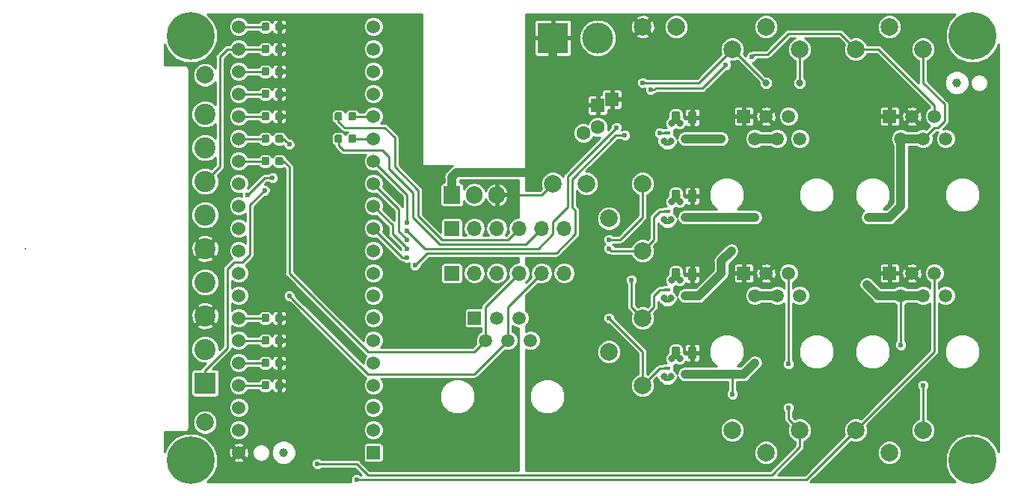
<source format=gbr>
G04 #@! TF.GenerationSoftware,KiCad,Pcbnew,5.0.2-bee76a0~70~ubuntu18.04.1*
G04 #@! TF.CreationDate,2019-06-23T18:14:28-07:00*
G04 #@! TF.ProjectId,aa-input-controller,61612d69-6e70-4757-942d-636f6e74726f,rev?*
G04 #@! TF.SameCoordinates,Original*
G04 #@! TF.FileFunction,Copper,L1,Top*
G04 #@! TF.FilePolarity,Positive*
%FSLAX46Y46*%
G04 Gerber Fmt 4.6, Leading zero omitted, Abs format (unit mm)*
G04 Created by KiCad (PCBNEW 5.0.2-bee76a0~70~ubuntu18.04.1) date Sun 23 Jun 2019 06:14:28 PM PDT*
%MOMM*%
%LPD*%
G01*
G04 APERTURE LIST*
G04 #@! TA.AperFunction,ComponentPad*
%ADD10R,2.400000X2.400000*%
G04 #@! TD*
G04 #@! TA.AperFunction,ComponentPad*
%ADD11C,2.400000*%
G04 #@! TD*
G04 #@! TA.AperFunction,Conductor*
%ADD12C,0.254000*%
G04 #@! TD*
G04 #@! TA.AperFunction,ComponentPad*
%ADD13R,1.524000X1.524000*%
G04 #@! TD*
G04 #@! TA.AperFunction,ComponentPad*
%ADD14C,1.524000*%
G04 #@! TD*
G04 #@! TA.AperFunction,ComponentPad*
%ADD15C,2.000000*%
G04 #@! TD*
G04 #@! TA.AperFunction,Conductor*
%ADD16C,0.100000*%
G04 #@! TD*
G04 #@! TA.AperFunction,SMDPad,CuDef*
%ADD17C,0.875000*%
G04 #@! TD*
G04 #@! TA.AperFunction,SMDPad,CuDef*
%ADD18C,0.975000*%
G04 #@! TD*
G04 #@! TA.AperFunction,ComponentPad*
%ADD19C,1.600000*%
G04 #@! TD*
G04 #@! TA.AperFunction,ComponentPad*
%ADD20R,1.600000X1.600000*%
G04 #@! TD*
G04 #@! TA.AperFunction,ComponentPad*
%ADD21O,1.700000X1.700000*%
G04 #@! TD*
G04 #@! TA.AperFunction,ComponentPad*
%ADD22R,1.700000X1.700000*%
G04 #@! TD*
G04 #@! TA.AperFunction,ComponentPad*
%ADD23R,3.500120X3.500120*%
G04 #@! TD*
G04 #@! TA.AperFunction,ComponentPad*
%ADD24C,3.500120*%
G04 #@! TD*
G04 #@! TA.AperFunction,SMDPad,CuDef*
%ADD25R,0.700000X0.450000*%
G04 #@! TD*
G04 #@! TA.AperFunction,ComponentPad*
%ADD26R,1.905000X2.000000*%
G04 #@! TD*
G04 #@! TA.AperFunction,ComponentPad*
%ADD27O,1.905000X2.000000*%
G04 #@! TD*
G04 #@! TA.AperFunction,ComponentPad*
%ADD28C,1.520000*%
G04 #@! TD*
G04 #@! TA.AperFunction,ComponentPad*
%ADD29R,1.520000X1.520000*%
G04 #@! TD*
G04 #@! TA.AperFunction,ComponentPad*
%ADD30C,0.800000*%
G04 #@! TD*
G04 #@! TA.AperFunction,ComponentPad*
%ADD31C,5.400000*%
G04 #@! TD*
G04 #@! TA.AperFunction,BGAPad,CuDef*
%ADD32C,1.000000*%
G04 #@! TD*
G04 #@! TA.AperFunction,ViaPad*
%ADD33C,0.800000*%
G04 #@! TD*
G04 #@! TA.AperFunction,ViaPad*
%ADD34C,0.600000*%
G04 #@! TD*
G04 #@! TA.AperFunction,Conductor*
%ADD35C,0.254000*%
G04 #@! TD*
G04 #@! TA.AperFunction,Conductor*
%ADD36C,1.016000*%
G04 #@! TD*
G04 APERTURE END LIST*
D10*
G04 #@! TO.P,CN202,1*
G04 #@! TO.N,/PS2_DATA*
X106680000Y-115316000D03*
D11*
G04 #@! TO.P,CN202,2*
G04 #@! TO.N,/PS2_CMD*
X106680000Y-111506000D03*
G04 #@! TO.P,CN202,3*
G04 #@! TO.N,+5V*
X106680000Y-107696000D03*
G04 #@! TO.P,CN202,4*
G04 #@! TO.N,GND*
X106680000Y-103886000D03*
G04 #@! TO.P,CN202,5*
G04 #@! TO.N,+5V*
X106680000Y-100076000D03*
G04 #@! TO.P,CN202,6*
G04 #@! TO.N,/PS2_ATT*
X106680000Y-96266000D03*
G04 #@! TO.P,CN202,7*
G04 #@! TO.N,/PS2_CLK*
X106680000Y-92456000D03*
G04 #@! TO.P,CN202,8*
G04 #@! TO.N,Net-(CN202-Pad8)*
X106680000Y-88646000D03*
G04 #@! TO.P,CN202,9*
G04 #@! TO.N,/PS2_ACK*
X106680000Y-84836000D03*
D12*
G04 #@! TD*
G04 #@! TO.N,Net-(CN202-PadS)*
G04 #@! TO.C,CN202*
X86360000Y-100076000D03*
D13*
G04 #@! TO.P,A201,1*
G04 #@! TO.N,Net-(A201-Pad1)*
X125730000Y-123190000D03*
D14*
G04 #@! TO.P,A201,2*
G04 #@! TO.N,Net-(A201-Pad2)*
X125730000Y-120650000D03*
G04 #@! TO.P,A201,3*
G04 #@! TO.N,Net-(A201-Pad3)*
X125730000Y-118110000D03*
G04 #@! TO.P,A201,4*
G04 #@! TO.N,Net-(A201-Pad4)*
X125730000Y-115570000D03*
G04 #@! TO.P,A201,5*
G04 #@! TO.N,Net-(A201-Pad5)*
X125730000Y-113030000D03*
G04 #@! TO.P,A201,6*
G04 #@! TO.N,Net-(A201-Pad6)*
X125730000Y-110490000D03*
G04 #@! TO.P,A201,7*
G04 #@! TO.N,Net-(A201-Pad7)*
X125730000Y-107950000D03*
G04 #@! TO.P,A201,8*
G04 #@! TO.N,Net-(A201-Pad8)*
X125730000Y-105410000D03*
G04 #@! TO.P,A201,9*
G04 #@! TO.N,Net-(A201-Pad9)*
X125730000Y-102870000D03*
G04 #@! TO.P,A201,10*
G04 #@! TO.N,Net-(A201-Pad10)*
X125730000Y-100330000D03*
G04 #@! TO.P,A201,11*
G04 #@! TO.N,/PWM_R*
X125730000Y-97790000D03*
G04 #@! TO.P,A201,12*
G04 #@! TO.N,/PWM_G*
X125730000Y-95250000D03*
G04 #@! TO.P,A201,13*
G04 #@! TO.N,/PWM_B*
X125730000Y-92710000D03*
G04 #@! TO.P,A201,14*
G04 #@! TO.N,/PWM_P*
X125730000Y-90170000D03*
G04 #@! TO.P,A201,15*
G04 #@! TO.N,/TX_DEBUG*
X125730000Y-87630000D03*
G04 #@! TO.P,A201,16*
G04 #@! TO.N,/RX_DEBUG*
X125730000Y-85090000D03*
G04 #@! TO.P,A201,17*
G04 #@! TO.N,Net-(A201-Pad17)*
X125730000Y-82550000D03*
G04 #@! TO.P,A201,18*
G04 #@! TO.N,Net-(A201-Pad18)*
X125730000Y-80010000D03*
G04 #@! TO.P,A201,19*
G04 #@! TO.N,GND*
X125730000Y-77470000D03*
G04 #@! TO.P,A201,20*
X125730000Y-74930000D03*
G04 #@! TO.P,A201,21*
G04 #@! TO.N,/PS2_ATT*
X110490000Y-74930000D03*
G04 #@! TO.P,A201,22*
G04 #@! TO.N,/PS2_CLK*
X110490000Y-77470000D03*
G04 #@! TO.P,A201,23*
G04 #@! TO.N,/PS2_DATA*
X110490000Y-80010000D03*
G04 #@! TO.P,A201,24*
G04 #@! TO.N,/PS2_CMD*
X110490000Y-82550000D03*
G04 #@! TO.P,A201,25*
G04 #@! TO.N,/PS2_ACK*
X110490000Y-85090000D03*
G04 #@! TO.P,A201,26*
G04 #@! TO.N,/TX_INPUT*
X110490000Y-87630000D03*
G04 #@! TO.P,A201,27*
G04 #@! TO.N,/RX_INPUT*
X110490000Y-90170000D03*
G04 #@! TO.P,A201,28*
G04 #@! TO.N,Net-(A201-Pad28)*
X110490000Y-92710000D03*
G04 #@! TO.P,A201,29*
G04 #@! TO.N,Net-(A201-Pad29)*
X110490000Y-95250000D03*
G04 #@! TO.P,A201,30*
G04 #@! TO.N,Net-(A201-Pad30)*
X110490000Y-97790000D03*
G04 #@! TO.P,A201,31*
G04 #@! TO.N,Net-(A201-Pad31)*
X110490000Y-100330000D03*
G04 #@! TO.P,A201,32*
G04 #@! TO.N,Net-(A201-Pad32)*
X110490000Y-102870000D03*
G04 #@! TO.P,A201,33*
G04 #@! TO.N,Net-(A201-Pad33)*
X110490000Y-105410000D03*
G04 #@! TO.P,A201,34*
G04 #@! TO.N,/BTN_R*
X110490000Y-107950000D03*
G04 #@! TO.P,A201,35*
G04 #@! TO.N,/BTN_G*
X110490000Y-110490000D03*
G04 #@! TO.P,A201,36*
G04 #@! TO.N,/BTN_B*
X110490000Y-113030000D03*
G04 #@! TO.P,A201,37*
G04 #@! TO.N,/BTN_P*
X110490000Y-115570000D03*
G04 #@! TO.P,A201,38*
G04 #@! TO.N,Net-(A201-Pad38)*
X110490000Y-118110000D03*
G04 #@! TO.P,A201,39*
G04 #@! TO.N,GND*
X110490000Y-120650000D03*
G04 #@! TO.P,A201,40*
G04 #@! TO.N,+5V*
X110490000Y-123190000D03*
G04 #@! TD*
D15*
G04 #@! TO.P,TP254,1*
G04 #@! TO.N,GND*
X152400000Y-111760000D03*
G04 #@! TD*
G04 #@! TO.P,TP253,1*
G04 #@! TO.N,GND*
X152400000Y-96647000D03*
G04 #@! TD*
D16*
G04 #@! TO.N,/TX_DEBUG*
G04 #@! TO.C,R209*
G36*
X123582691Y-87156053D02*
X123603926Y-87159203D01*
X123624750Y-87164419D01*
X123644962Y-87171651D01*
X123664368Y-87180830D01*
X123682781Y-87191866D01*
X123700024Y-87204654D01*
X123715930Y-87219070D01*
X123730346Y-87234976D01*
X123743134Y-87252219D01*
X123754170Y-87270632D01*
X123763349Y-87290038D01*
X123770581Y-87310250D01*
X123775797Y-87331074D01*
X123778947Y-87352309D01*
X123780000Y-87373750D01*
X123780000Y-87886250D01*
X123778947Y-87907691D01*
X123775797Y-87928926D01*
X123770581Y-87949750D01*
X123763349Y-87969962D01*
X123754170Y-87989368D01*
X123743134Y-88007781D01*
X123730346Y-88025024D01*
X123715930Y-88040930D01*
X123700024Y-88055346D01*
X123682781Y-88068134D01*
X123664368Y-88079170D01*
X123644962Y-88088349D01*
X123624750Y-88095581D01*
X123603926Y-88100797D01*
X123582691Y-88103947D01*
X123561250Y-88105000D01*
X123123750Y-88105000D01*
X123102309Y-88103947D01*
X123081074Y-88100797D01*
X123060250Y-88095581D01*
X123040038Y-88088349D01*
X123020632Y-88079170D01*
X123002219Y-88068134D01*
X122984976Y-88055346D01*
X122969070Y-88040930D01*
X122954654Y-88025024D01*
X122941866Y-88007781D01*
X122930830Y-87989368D01*
X122921651Y-87969962D01*
X122914419Y-87949750D01*
X122909203Y-87928926D01*
X122906053Y-87907691D01*
X122905000Y-87886250D01*
X122905000Y-87373750D01*
X122906053Y-87352309D01*
X122909203Y-87331074D01*
X122914419Y-87310250D01*
X122921651Y-87290038D01*
X122930830Y-87270632D01*
X122941866Y-87252219D01*
X122954654Y-87234976D01*
X122969070Y-87219070D01*
X122984976Y-87204654D01*
X123002219Y-87191866D01*
X123020632Y-87180830D01*
X123040038Y-87171651D01*
X123060250Y-87164419D01*
X123081074Y-87159203D01*
X123102309Y-87156053D01*
X123123750Y-87155000D01*
X123561250Y-87155000D01*
X123582691Y-87156053D01*
X123582691Y-87156053D01*
G37*
D17*
G04 #@! TD*
G04 #@! TO.P,R209,2*
G04 #@! TO.N,/TX_DEBUG*
X123342500Y-87630000D03*
D16*
G04 #@! TO.N,Net-(CN203-Pad5)*
G04 #@! TO.C,R209*
G36*
X122007691Y-87156053D02*
X122028926Y-87159203D01*
X122049750Y-87164419D01*
X122069962Y-87171651D01*
X122089368Y-87180830D01*
X122107781Y-87191866D01*
X122125024Y-87204654D01*
X122140930Y-87219070D01*
X122155346Y-87234976D01*
X122168134Y-87252219D01*
X122179170Y-87270632D01*
X122188349Y-87290038D01*
X122195581Y-87310250D01*
X122200797Y-87331074D01*
X122203947Y-87352309D01*
X122205000Y-87373750D01*
X122205000Y-87886250D01*
X122203947Y-87907691D01*
X122200797Y-87928926D01*
X122195581Y-87949750D01*
X122188349Y-87969962D01*
X122179170Y-87989368D01*
X122168134Y-88007781D01*
X122155346Y-88025024D01*
X122140930Y-88040930D01*
X122125024Y-88055346D01*
X122107781Y-88068134D01*
X122089368Y-88079170D01*
X122069962Y-88088349D01*
X122049750Y-88095581D01*
X122028926Y-88100797D01*
X122007691Y-88103947D01*
X121986250Y-88105000D01*
X121548750Y-88105000D01*
X121527309Y-88103947D01*
X121506074Y-88100797D01*
X121485250Y-88095581D01*
X121465038Y-88088349D01*
X121445632Y-88079170D01*
X121427219Y-88068134D01*
X121409976Y-88055346D01*
X121394070Y-88040930D01*
X121379654Y-88025024D01*
X121366866Y-88007781D01*
X121355830Y-87989368D01*
X121346651Y-87969962D01*
X121339419Y-87949750D01*
X121334203Y-87928926D01*
X121331053Y-87907691D01*
X121330000Y-87886250D01*
X121330000Y-87373750D01*
X121331053Y-87352309D01*
X121334203Y-87331074D01*
X121339419Y-87310250D01*
X121346651Y-87290038D01*
X121355830Y-87270632D01*
X121366866Y-87252219D01*
X121379654Y-87234976D01*
X121394070Y-87219070D01*
X121409976Y-87204654D01*
X121427219Y-87191866D01*
X121445632Y-87180830D01*
X121465038Y-87171651D01*
X121485250Y-87164419D01*
X121506074Y-87159203D01*
X121527309Y-87156053D01*
X121548750Y-87155000D01*
X121986250Y-87155000D01*
X122007691Y-87156053D01*
X122007691Y-87156053D01*
G37*
D17*
G04 #@! TD*
G04 #@! TO.P,R209,1*
G04 #@! TO.N,Net-(CN203-Pad5)*
X121767500Y-87630000D03*
D16*
G04 #@! TO.N,Net-(CN203-Pad4)*
G04 #@! TO.C,R208*
G36*
X122007691Y-84616053D02*
X122028926Y-84619203D01*
X122049750Y-84624419D01*
X122069962Y-84631651D01*
X122089368Y-84640830D01*
X122107781Y-84651866D01*
X122125024Y-84664654D01*
X122140930Y-84679070D01*
X122155346Y-84694976D01*
X122168134Y-84712219D01*
X122179170Y-84730632D01*
X122188349Y-84750038D01*
X122195581Y-84770250D01*
X122200797Y-84791074D01*
X122203947Y-84812309D01*
X122205000Y-84833750D01*
X122205000Y-85346250D01*
X122203947Y-85367691D01*
X122200797Y-85388926D01*
X122195581Y-85409750D01*
X122188349Y-85429962D01*
X122179170Y-85449368D01*
X122168134Y-85467781D01*
X122155346Y-85485024D01*
X122140930Y-85500930D01*
X122125024Y-85515346D01*
X122107781Y-85528134D01*
X122089368Y-85539170D01*
X122069962Y-85548349D01*
X122049750Y-85555581D01*
X122028926Y-85560797D01*
X122007691Y-85563947D01*
X121986250Y-85565000D01*
X121548750Y-85565000D01*
X121527309Y-85563947D01*
X121506074Y-85560797D01*
X121485250Y-85555581D01*
X121465038Y-85548349D01*
X121445632Y-85539170D01*
X121427219Y-85528134D01*
X121409976Y-85515346D01*
X121394070Y-85500930D01*
X121379654Y-85485024D01*
X121366866Y-85467781D01*
X121355830Y-85449368D01*
X121346651Y-85429962D01*
X121339419Y-85409750D01*
X121334203Y-85388926D01*
X121331053Y-85367691D01*
X121330000Y-85346250D01*
X121330000Y-84833750D01*
X121331053Y-84812309D01*
X121334203Y-84791074D01*
X121339419Y-84770250D01*
X121346651Y-84750038D01*
X121355830Y-84730632D01*
X121366866Y-84712219D01*
X121379654Y-84694976D01*
X121394070Y-84679070D01*
X121409976Y-84664654D01*
X121427219Y-84651866D01*
X121445632Y-84640830D01*
X121465038Y-84631651D01*
X121485250Y-84624419D01*
X121506074Y-84619203D01*
X121527309Y-84616053D01*
X121548750Y-84615000D01*
X121986250Y-84615000D01*
X122007691Y-84616053D01*
X122007691Y-84616053D01*
G37*
D17*
G04 #@! TD*
G04 #@! TO.P,R208,1*
G04 #@! TO.N,Net-(CN203-Pad4)*
X121767500Y-85090000D03*
D16*
G04 #@! TO.N,/RX_DEBUG*
G04 #@! TO.C,R208*
G36*
X123582691Y-84616053D02*
X123603926Y-84619203D01*
X123624750Y-84624419D01*
X123644962Y-84631651D01*
X123664368Y-84640830D01*
X123682781Y-84651866D01*
X123700024Y-84664654D01*
X123715930Y-84679070D01*
X123730346Y-84694976D01*
X123743134Y-84712219D01*
X123754170Y-84730632D01*
X123763349Y-84750038D01*
X123770581Y-84770250D01*
X123775797Y-84791074D01*
X123778947Y-84812309D01*
X123780000Y-84833750D01*
X123780000Y-85346250D01*
X123778947Y-85367691D01*
X123775797Y-85388926D01*
X123770581Y-85409750D01*
X123763349Y-85429962D01*
X123754170Y-85449368D01*
X123743134Y-85467781D01*
X123730346Y-85485024D01*
X123715930Y-85500930D01*
X123700024Y-85515346D01*
X123682781Y-85528134D01*
X123664368Y-85539170D01*
X123644962Y-85548349D01*
X123624750Y-85555581D01*
X123603926Y-85560797D01*
X123582691Y-85563947D01*
X123561250Y-85565000D01*
X123123750Y-85565000D01*
X123102309Y-85563947D01*
X123081074Y-85560797D01*
X123060250Y-85555581D01*
X123040038Y-85548349D01*
X123020632Y-85539170D01*
X123002219Y-85528134D01*
X122984976Y-85515346D01*
X122969070Y-85500930D01*
X122954654Y-85485024D01*
X122941866Y-85467781D01*
X122930830Y-85449368D01*
X122921651Y-85429962D01*
X122914419Y-85409750D01*
X122909203Y-85388926D01*
X122906053Y-85367691D01*
X122905000Y-85346250D01*
X122905000Y-84833750D01*
X122906053Y-84812309D01*
X122909203Y-84791074D01*
X122914419Y-84770250D01*
X122921651Y-84750038D01*
X122930830Y-84730632D01*
X122941866Y-84712219D01*
X122954654Y-84694976D01*
X122969070Y-84679070D01*
X122984976Y-84664654D01*
X123002219Y-84651866D01*
X123020632Y-84640830D01*
X123040038Y-84631651D01*
X123060250Y-84624419D01*
X123081074Y-84619203D01*
X123102309Y-84616053D01*
X123123750Y-84615000D01*
X123561250Y-84615000D01*
X123582691Y-84616053D01*
X123582691Y-84616053D01*
G37*
D17*
G04 #@! TD*
G04 #@! TO.P,R208,2*
G04 #@! TO.N,/RX_DEBUG*
X123342500Y-85090000D03*
D15*
G04 #@! TO.P,TP213,1*
G04 #@! TO.N,/LED_DRIVE_R*
X173990000Y-77470000D03*
G04 #@! TD*
G04 #@! TO.P,TP233,1*
G04 #@! TO.N,/LED_DRIVE_B*
X187960000Y-120650000D03*
G04 #@! TD*
G04 #@! TO.P,TP243,1*
G04 #@! TO.N,/LED_DRIVE_P*
X166370000Y-120650000D03*
G04 #@! TD*
G04 #@! TO.P,TP223,1*
G04 #@! TO.N,/LED_DRIVE_G*
X187960000Y-77470000D03*
G04 #@! TD*
D16*
G04 #@! TO.N,GND*
G04 #@! TO.C,C211*
G36*
X160239142Y-84518174D02*
X160262803Y-84521684D01*
X160286007Y-84527496D01*
X160308529Y-84535554D01*
X160330153Y-84545782D01*
X160350670Y-84558079D01*
X160369883Y-84572329D01*
X160387607Y-84588393D01*
X160403671Y-84606117D01*
X160417921Y-84625330D01*
X160430218Y-84645847D01*
X160440446Y-84667471D01*
X160448504Y-84689993D01*
X160454316Y-84713197D01*
X160457826Y-84736858D01*
X160459000Y-84760750D01*
X160459000Y-85673250D01*
X160457826Y-85697142D01*
X160454316Y-85720803D01*
X160448504Y-85744007D01*
X160440446Y-85766529D01*
X160430218Y-85788153D01*
X160417921Y-85808670D01*
X160403671Y-85827883D01*
X160387607Y-85845607D01*
X160369883Y-85861671D01*
X160350670Y-85875921D01*
X160330153Y-85888218D01*
X160308529Y-85898446D01*
X160286007Y-85906504D01*
X160262803Y-85912316D01*
X160239142Y-85915826D01*
X160215250Y-85917000D01*
X159727750Y-85917000D01*
X159703858Y-85915826D01*
X159680197Y-85912316D01*
X159656993Y-85906504D01*
X159634471Y-85898446D01*
X159612847Y-85888218D01*
X159592330Y-85875921D01*
X159573117Y-85861671D01*
X159555393Y-85845607D01*
X159539329Y-85827883D01*
X159525079Y-85808670D01*
X159512782Y-85788153D01*
X159502554Y-85766529D01*
X159494496Y-85744007D01*
X159488684Y-85720803D01*
X159485174Y-85697142D01*
X159484000Y-85673250D01*
X159484000Y-84760750D01*
X159485174Y-84736858D01*
X159488684Y-84713197D01*
X159494496Y-84689993D01*
X159502554Y-84667471D01*
X159512782Y-84645847D01*
X159525079Y-84625330D01*
X159539329Y-84606117D01*
X159555393Y-84588393D01*
X159573117Y-84572329D01*
X159592330Y-84558079D01*
X159612847Y-84545782D01*
X159634471Y-84535554D01*
X159656993Y-84527496D01*
X159680197Y-84521684D01*
X159703858Y-84518174D01*
X159727750Y-84517000D01*
X160215250Y-84517000D01*
X160239142Y-84518174D01*
X160239142Y-84518174D01*
G37*
D18*
G04 #@! TD*
G04 #@! TO.P,C211,2*
G04 #@! TO.N,GND*
X159971500Y-85217000D03*
D16*
G04 #@! TO.N,+12V*
G04 #@! TO.C,C211*
G36*
X162114142Y-84518174D02*
X162137803Y-84521684D01*
X162161007Y-84527496D01*
X162183529Y-84535554D01*
X162205153Y-84545782D01*
X162225670Y-84558079D01*
X162244883Y-84572329D01*
X162262607Y-84588393D01*
X162278671Y-84606117D01*
X162292921Y-84625330D01*
X162305218Y-84645847D01*
X162315446Y-84667471D01*
X162323504Y-84689993D01*
X162329316Y-84713197D01*
X162332826Y-84736858D01*
X162334000Y-84760750D01*
X162334000Y-85673250D01*
X162332826Y-85697142D01*
X162329316Y-85720803D01*
X162323504Y-85744007D01*
X162315446Y-85766529D01*
X162305218Y-85788153D01*
X162292921Y-85808670D01*
X162278671Y-85827883D01*
X162262607Y-85845607D01*
X162244883Y-85861671D01*
X162225670Y-85875921D01*
X162205153Y-85888218D01*
X162183529Y-85898446D01*
X162161007Y-85906504D01*
X162137803Y-85912316D01*
X162114142Y-85915826D01*
X162090250Y-85917000D01*
X161602750Y-85917000D01*
X161578858Y-85915826D01*
X161555197Y-85912316D01*
X161531993Y-85906504D01*
X161509471Y-85898446D01*
X161487847Y-85888218D01*
X161467330Y-85875921D01*
X161448117Y-85861671D01*
X161430393Y-85845607D01*
X161414329Y-85827883D01*
X161400079Y-85808670D01*
X161387782Y-85788153D01*
X161377554Y-85766529D01*
X161369496Y-85744007D01*
X161363684Y-85720803D01*
X161360174Y-85697142D01*
X161359000Y-85673250D01*
X161359000Y-84760750D01*
X161360174Y-84736858D01*
X161363684Y-84713197D01*
X161369496Y-84689993D01*
X161377554Y-84667471D01*
X161387782Y-84645847D01*
X161400079Y-84625330D01*
X161414329Y-84606117D01*
X161430393Y-84588393D01*
X161448117Y-84572329D01*
X161467330Y-84558079D01*
X161487847Y-84545782D01*
X161509471Y-84535554D01*
X161531993Y-84527496D01*
X161555197Y-84521684D01*
X161578858Y-84518174D01*
X161602750Y-84517000D01*
X162090250Y-84517000D01*
X162114142Y-84518174D01*
X162114142Y-84518174D01*
G37*
D18*
G04 #@! TD*
G04 #@! TO.P,C211,1*
G04 #@! TO.N,+12V*
X161846500Y-85217000D03*
D16*
G04 #@! TO.N,+12V*
G04 #@! TO.C,C221*
G36*
X162114142Y-93408174D02*
X162137803Y-93411684D01*
X162161007Y-93417496D01*
X162183529Y-93425554D01*
X162205153Y-93435782D01*
X162225670Y-93448079D01*
X162244883Y-93462329D01*
X162262607Y-93478393D01*
X162278671Y-93496117D01*
X162292921Y-93515330D01*
X162305218Y-93535847D01*
X162315446Y-93557471D01*
X162323504Y-93579993D01*
X162329316Y-93603197D01*
X162332826Y-93626858D01*
X162334000Y-93650750D01*
X162334000Y-94563250D01*
X162332826Y-94587142D01*
X162329316Y-94610803D01*
X162323504Y-94634007D01*
X162315446Y-94656529D01*
X162305218Y-94678153D01*
X162292921Y-94698670D01*
X162278671Y-94717883D01*
X162262607Y-94735607D01*
X162244883Y-94751671D01*
X162225670Y-94765921D01*
X162205153Y-94778218D01*
X162183529Y-94788446D01*
X162161007Y-94796504D01*
X162137803Y-94802316D01*
X162114142Y-94805826D01*
X162090250Y-94807000D01*
X161602750Y-94807000D01*
X161578858Y-94805826D01*
X161555197Y-94802316D01*
X161531993Y-94796504D01*
X161509471Y-94788446D01*
X161487847Y-94778218D01*
X161467330Y-94765921D01*
X161448117Y-94751671D01*
X161430393Y-94735607D01*
X161414329Y-94717883D01*
X161400079Y-94698670D01*
X161387782Y-94678153D01*
X161377554Y-94656529D01*
X161369496Y-94634007D01*
X161363684Y-94610803D01*
X161360174Y-94587142D01*
X161359000Y-94563250D01*
X161359000Y-93650750D01*
X161360174Y-93626858D01*
X161363684Y-93603197D01*
X161369496Y-93579993D01*
X161377554Y-93557471D01*
X161387782Y-93535847D01*
X161400079Y-93515330D01*
X161414329Y-93496117D01*
X161430393Y-93478393D01*
X161448117Y-93462329D01*
X161467330Y-93448079D01*
X161487847Y-93435782D01*
X161509471Y-93425554D01*
X161531993Y-93417496D01*
X161555197Y-93411684D01*
X161578858Y-93408174D01*
X161602750Y-93407000D01*
X162090250Y-93407000D01*
X162114142Y-93408174D01*
X162114142Y-93408174D01*
G37*
D18*
G04 #@! TD*
G04 #@! TO.P,C221,1*
G04 #@! TO.N,+12V*
X161846500Y-94107000D03*
D16*
G04 #@! TO.N,GND*
G04 #@! TO.C,C221*
G36*
X160239142Y-93408174D02*
X160262803Y-93411684D01*
X160286007Y-93417496D01*
X160308529Y-93425554D01*
X160330153Y-93435782D01*
X160350670Y-93448079D01*
X160369883Y-93462329D01*
X160387607Y-93478393D01*
X160403671Y-93496117D01*
X160417921Y-93515330D01*
X160430218Y-93535847D01*
X160440446Y-93557471D01*
X160448504Y-93579993D01*
X160454316Y-93603197D01*
X160457826Y-93626858D01*
X160459000Y-93650750D01*
X160459000Y-94563250D01*
X160457826Y-94587142D01*
X160454316Y-94610803D01*
X160448504Y-94634007D01*
X160440446Y-94656529D01*
X160430218Y-94678153D01*
X160417921Y-94698670D01*
X160403671Y-94717883D01*
X160387607Y-94735607D01*
X160369883Y-94751671D01*
X160350670Y-94765921D01*
X160330153Y-94778218D01*
X160308529Y-94788446D01*
X160286007Y-94796504D01*
X160262803Y-94802316D01*
X160239142Y-94805826D01*
X160215250Y-94807000D01*
X159727750Y-94807000D01*
X159703858Y-94805826D01*
X159680197Y-94802316D01*
X159656993Y-94796504D01*
X159634471Y-94788446D01*
X159612847Y-94778218D01*
X159592330Y-94765921D01*
X159573117Y-94751671D01*
X159555393Y-94735607D01*
X159539329Y-94717883D01*
X159525079Y-94698670D01*
X159512782Y-94678153D01*
X159502554Y-94656529D01*
X159494496Y-94634007D01*
X159488684Y-94610803D01*
X159485174Y-94587142D01*
X159484000Y-94563250D01*
X159484000Y-93650750D01*
X159485174Y-93626858D01*
X159488684Y-93603197D01*
X159494496Y-93579993D01*
X159502554Y-93557471D01*
X159512782Y-93535847D01*
X159525079Y-93515330D01*
X159539329Y-93496117D01*
X159555393Y-93478393D01*
X159573117Y-93462329D01*
X159592330Y-93448079D01*
X159612847Y-93435782D01*
X159634471Y-93425554D01*
X159656993Y-93417496D01*
X159680197Y-93411684D01*
X159703858Y-93408174D01*
X159727750Y-93407000D01*
X160215250Y-93407000D01*
X160239142Y-93408174D01*
X160239142Y-93408174D01*
G37*
D18*
G04 #@! TD*
G04 #@! TO.P,C221,2*
G04 #@! TO.N,GND*
X159971500Y-94107000D03*
D16*
G04 #@! TO.N,GND*
G04 #@! TO.C,C231*
G36*
X160239142Y-102298174D02*
X160262803Y-102301684D01*
X160286007Y-102307496D01*
X160308529Y-102315554D01*
X160330153Y-102325782D01*
X160350670Y-102338079D01*
X160369883Y-102352329D01*
X160387607Y-102368393D01*
X160403671Y-102386117D01*
X160417921Y-102405330D01*
X160430218Y-102425847D01*
X160440446Y-102447471D01*
X160448504Y-102469993D01*
X160454316Y-102493197D01*
X160457826Y-102516858D01*
X160459000Y-102540750D01*
X160459000Y-103453250D01*
X160457826Y-103477142D01*
X160454316Y-103500803D01*
X160448504Y-103524007D01*
X160440446Y-103546529D01*
X160430218Y-103568153D01*
X160417921Y-103588670D01*
X160403671Y-103607883D01*
X160387607Y-103625607D01*
X160369883Y-103641671D01*
X160350670Y-103655921D01*
X160330153Y-103668218D01*
X160308529Y-103678446D01*
X160286007Y-103686504D01*
X160262803Y-103692316D01*
X160239142Y-103695826D01*
X160215250Y-103697000D01*
X159727750Y-103697000D01*
X159703858Y-103695826D01*
X159680197Y-103692316D01*
X159656993Y-103686504D01*
X159634471Y-103678446D01*
X159612847Y-103668218D01*
X159592330Y-103655921D01*
X159573117Y-103641671D01*
X159555393Y-103625607D01*
X159539329Y-103607883D01*
X159525079Y-103588670D01*
X159512782Y-103568153D01*
X159502554Y-103546529D01*
X159494496Y-103524007D01*
X159488684Y-103500803D01*
X159485174Y-103477142D01*
X159484000Y-103453250D01*
X159484000Y-102540750D01*
X159485174Y-102516858D01*
X159488684Y-102493197D01*
X159494496Y-102469993D01*
X159502554Y-102447471D01*
X159512782Y-102425847D01*
X159525079Y-102405330D01*
X159539329Y-102386117D01*
X159555393Y-102368393D01*
X159573117Y-102352329D01*
X159592330Y-102338079D01*
X159612847Y-102325782D01*
X159634471Y-102315554D01*
X159656993Y-102307496D01*
X159680197Y-102301684D01*
X159703858Y-102298174D01*
X159727750Y-102297000D01*
X160215250Y-102297000D01*
X160239142Y-102298174D01*
X160239142Y-102298174D01*
G37*
D18*
G04 #@! TD*
G04 #@! TO.P,C231,2*
G04 #@! TO.N,GND*
X159971500Y-102997000D03*
D16*
G04 #@! TO.N,+12V*
G04 #@! TO.C,C231*
G36*
X162114142Y-102298174D02*
X162137803Y-102301684D01*
X162161007Y-102307496D01*
X162183529Y-102315554D01*
X162205153Y-102325782D01*
X162225670Y-102338079D01*
X162244883Y-102352329D01*
X162262607Y-102368393D01*
X162278671Y-102386117D01*
X162292921Y-102405330D01*
X162305218Y-102425847D01*
X162315446Y-102447471D01*
X162323504Y-102469993D01*
X162329316Y-102493197D01*
X162332826Y-102516858D01*
X162334000Y-102540750D01*
X162334000Y-103453250D01*
X162332826Y-103477142D01*
X162329316Y-103500803D01*
X162323504Y-103524007D01*
X162315446Y-103546529D01*
X162305218Y-103568153D01*
X162292921Y-103588670D01*
X162278671Y-103607883D01*
X162262607Y-103625607D01*
X162244883Y-103641671D01*
X162225670Y-103655921D01*
X162205153Y-103668218D01*
X162183529Y-103678446D01*
X162161007Y-103686504D01*
X162137803Y-103692316D01*
X162114142Y-103695826D01*
X162090250Y-103697000D01*
X161602750Y-103697000D01*
X161578858Y-103695826D01*
X161555197Y-103692316D01*
X161531993Y-103686504D01*
X161509471Y-103678446D01*
X161487847Y-103668218D01*
X161467330Y-103655921D01*
X161448117Y-103641671D01*
X161430393Y-103625607D01*
X161414329Y-103607883D01*
X161400079Y-103588670D01*
X161387782Y-103568153D01*
X161377554Y-103546529D01*
X161369496Y-103524007D01*
X161363684Y-103500803D01*
X161360174Y-103477142D01*
X161359000Y-103453250D01*
X161359000Y-102540750D01*
X161360174Y-102516858D01*
X161363684Y-102493197D01*
X161369496Y-102469993D01*
X161377554Y-102447471D01*
X161387782Y-102425847D01*
X161400079Y-102405330D01*
X161414329Y-102386117D01*
X161430393Y-102368393D01*
X161448117Y-102352329D01*
X161467330Y-102338079D01*
X161487847Y-102325782D01*
X161509471Y-102315554D01*
X161531993Y-102307496D01*
X161555197Y-102301684D01*
X161578858Y-102298174D01*
X161602750Y-102297000D01*
X162090250Y-102297000D01*
X162114142Y-102298174D01*
X162114142Y-102298174D01*
G37*
D18*
G04 #@! TD*
G04 #@! TO.P,C231,1*
G04 #@! TO.N,+12V*
X161846500Y-102997000D03*
D16*
G04 #@! TO.N,+12V*
G04 #@! TO.C,C241*
G36*
X162114142Y-111188174D02*
X162137803Y-111191684D01*
X162161007Y-111197496D01*
X162183529Y-111205554D01*
X162205153Y-111215782D01*
X162225670Y-111228079D01*
X162244883Y-111242329D01*
X162262607Y-111258393D01*
X162278671Y-111276117D01*
X162292921Y-111295330D01*
X162305218Y-111315847D01*
X162315446Y-111337471D01*
X162323504Y-111359993D01*
X162329316Y-111383197D01*
X162332826Y-111406858D01*
X162334000Y-111430750D01*
X162334000Y-112343250D01*
X162332826Y-112367142D01*
X162329316Y-112390803D01*
X162323504Y-112414007D01*
X162315446Y-112436529D01*
X162305218Y-112458153D01*
X162292921Y-112478670D01*
X162278671Y-112497883D01*
X162262607Y-112515607D01*
X162244883Y-112531671D01*
X162225670Y-112545921D01*
X162205153Y-112558218D01*
X162183529Y-112568446D01*
X162161007Y-112576504D01*
X162137803Y-112582316D01*
X162114142Y-112585826D01*
X162090250Y-112587000D01*
X161602750Y-112587000D01*
X161578858Y-112585826D01*
X161555197Y-112582316D01*
X161531993Y-112576504D01*
X161509471Y-112568446D01*
X161487847Y-112558218D01*
X161467330Y-112545921D01*
X161448117Y-112531671D01*
X161430393Y-112515607D01*
X161414329Y-112497883D01*
X161400079Y-112478670D01*
X161387782Y-112458153D01*
X161377554Y-112436529D01*
X161369496Y-112414007D01*
X161363684Y-112390803D01*
X161360174Y-112367142D01*
X161359000Y-112343250D01*
X161359000Y-111430750D01*
X161360174Y-111406858D01*
X161363684Y-111383197D01*
X161369496Y-111359993D01*
X161377554Y-111337471D01*
X161387782Y-111315847D01*
X161400079Y-111295330D01*
X161414329Y-111276117D01*
X161430393Y-111258393D01*
X161448117Y-111242329D01*
X161467330Y-111228079D01*
X161487847Y-111215782D01*
X161509471Y-111205554D01*
X161531993Y-111197496D01*
X161555197Y-111191684D01*
X161578858Y-111188174D01*
X161602750Y-111187000D01*
X162090250Y-111187000D01*
X162114142Y-111188174D01*
X162114142Y-111188174D01*
G37*
D18*
G04 #@! TD*
G04 #@! TO.P,C241,1*
G04 #@! TO.N,+12V*
X161846500Y-111887000D03*
D16*
G04 #@! TO.N,GND*
G04 #@! TO.C,C241*
G36*
X160239142Y-111188174D02*
X160262803Y-111191684D01*
X160286007Y-111197496D01*
X160308529Y-111205554D01*
X160330153Y-111215782D01*
X160350670Y-111228079D01*
X160369883Y-111242329D01*
X160387607Y-111258393D01*
X160403671Y-111276117D01*
X160417921Y-111295330D01*
X160430218Y-111315847D01*
X160440446Y-111337471D01*
X160448504Y-111359993D01*
X160454316Y-111383197D01*
X160457826Y-111406858D01*
X160459000Y-111430750D01*
X160459000Y-112343250D01*
X160457826Y-112367142D01*
X160454316Y-112390803D01*
X160448504Y-112414007D01*
X160440446Y-112436529D01*
X160430218Y-112458153D01*
X160417921Y-112478670D01*
X160403671Y-112497883D01*
X160387607Y-112515607D01*
X160369883Y-112531671D01*
X160350670Y-112545921D01*
X160330153Y-112558218D01*
X160308529Y-112568446D01*
X160286007Y-112576504D01*
X160262803Y-112582316D01*
X160239142Y-112585826D01*
X160215250Y-112587000D01*
X159727750Y-112587000D01*
X159703858Y-112585826D01*
X159680197Y-112582316D01*
X159656993Y-112576504D01*
X159634471Y-112568446D01*
X159612847Y-112558218D01*
X159592330Y-112545921D01*
X159573117Y-112531671D01*
X159555393Y-112515607D01*
X159539329Y-112497883D01*
X159525079Y-112478670D01*
X159512782Y-112458153D01*
X159502554Y-112436529D01*
X159494496Y-112414007D01*
X159488684Y-112390803D01*
X159485174Y-112367142D01*
X159484000Y-112343250D01*
X159484000Y-111430750D01*
X159485174Y-111406858D01*
X159488684Y-111383197D01*
X159494496Y-111359993D01*
X159502554Y-111337471D01*
X159512782Y-111315847D01*
X159525079Y-111295330D01*
X159539329Y-111276117D01*
X159555393Y-111258393D01*
X159573117Y-111242329D01*
X159592330Y-111228079D01*
X159612847Y-111215782D01*
X159634471Y-111205554D01*
X159656993Y-111197496D01*
X159680197Y-111191684D01*
X159703858Y-111188174D01*
X159727750Y-111187000D01*
X160215250Y-111187000D01*
X160239142Y-111188174D01*
X160239142Y-111188174D01*
G37*
D18*
G04 #@! TD*
G04 #@! TO.P,C241,2*
G04 #@! TO.N,GND*
X159971500Y-111887000D03*
D19*
G04 #@! TO.P,C101,2*
G04 #@! TO.N,GND*
X149530000Y-86990937D03*
D20*
G04 #@! TO.P,C101,1*
G04 #@! TO.N,+12V*
X152730000Y-83149063D03*
D19*
G04 #@! TO.P,C101,2*
G04 #@! TO.N,GND*
X151130000Y-86320000D03*
D20*
G04 #@! TO.P,C101,1*
G04 #@! TO.N,+12V*
X151130000Y-83820000D03*
G04 #@! TD*
D21*
G04 #@! TO.P,CN203,6*
G04 #@! TO.N,Net-(CN203-Pad6)*
X147320000Y-97790000D03*
G04 #@! TO.P,CN203,5*
G04 #@! TO.N,Net-(CN203-Pad5)*
X144780000Y-97790000D03*
G04 #@! TO.P,CN203,4*
G04 #@! TO.N,Net-(CN203-Pad4)*
X142240000Y-97790000D03*
G04 #@! TO.P,CN203,3*
G04 #@! TO.N,Net-(CN203-Pad3)*
X139700000Y-97790000D03*
G04 #@! TO.P,CN203,2*
G04 #@! TO.N,Net-(CN203-Pad2)*
X137160000Y-97790000D03*
D22*
G04 #@! TO.P,CN203,1*
G04 #@! TO.N,GND*
X134620000Y-97790000D03*
G04 #@! TD*
G04 #@! TO.P,CN251,1*
G04 #@! TO.N,GND*
X134620000Y-102870000D03*
D21*
G04 #@! TO.P,CN251,2*
G04 #@! TO.N,Net-(CN251-Pad2)*
X137160000Y-102870000D03*
G04 #@! TO.P,CN251,3*
G04 #@! TO.N,Net-(CN251-Pad3)*
X139700000Y-102870000D03*
G04 #@! TO.P,CN251,4*
G04 #@! TO.N,Net-(CN201-Pad2)*
X142240000Y-102870000D03*
G04 #@! TO.P,CN251,5*
G04 #@! TO.N,Net-(CN201-Pad4)*
X144780000Y-102870000D03*
G04 #@! TO.P,CN251,6*
G04 #@! TO.N,Net-(CN251-Pad6)*
X147320000Y-102870000D03*
G04 #@! TD*
D23*
G04 #@! TO.P,CN101,1*
G04 #@! TO.N,+12V*
X146050000Y-76200000D03*
D24*
G04 #@! TO.P,CN101,2*
G04 #@! TO.N,GND*
X151130000Y-76200000D03*
G04 #@! TD*
D25*
G04 #@! TO.P,Q231,3*
G04 #@! TO.N,/LED_DRIVE_B*
X161020000Y-105410000D03*
G04 #@! TO.P,Q231,2*
G04 #@! TO.N,GND*
X159020000Y-106060000D03*
G04 #@! TO.P,Q231,1*
G04 #@! TO.N,/PWM_G*
X159020000Y-104760000D03*
G04 #@! TD*
G04 #@! TO.P,Q221,1*
G04 #@! TO.N,/PWM_B*
X159020000Y-95870000D03*
G04 #@! TO.P,Q221,2*
G04 #@! TO.N,GND*
X159020000Y-97170000D03*
G04 #@! TO.P,Q221,3*
G04 #@! TO.N,/LED_DRIVE_G*
X161020000Y-96520000D03*
G04 #@! TD*
G04 #@! TO.P,Q211,3*
G04 #@! TO.N,/LED_DRIVE_R*
X161020000Y-87630000D03*
G04 #@! TO.P,Q211,2*
G04 #@! TO.N,GND*
X159020000Y-88280000D03*
G04 #@! TO.P,Q211,1*
G04 #@! TO.N,/PWM_P*
X159020000Y-86980000D03*
G04 #@! TD*
G04 #@! TO.P,Q241,1*
G04 #@! TO.N,/PWM_R*
X159020000Y-113650000D03*
G04 #@! TO.P,Q241,2*
G04 #@! TO.N,GND*
X159020000Y-114950000D03*
G04 #@! TO.P,Q241,3*
G04 #@! TO.N,/LED_DRIVE_P*
X161020000Y-114300000D03*
G04 #@! TD*
D26*
G04 #@! TO.P,U101,1*
G04 #@! TO.N,+12V*
X134620000Y-93980000D03*
D27*
G04 #@! TO.P,U101,2*
G04 #@! TO.N,GND*
X137160000Y-93980000D03*
G04 #@! TO.P,U101,3*
G04 #@! TO.N,+5V*
X139700000Y-93980000D03*
G04 #@! TD*
D16*
G04 #@! TO.N,+5V*
G04 #@! TO.C,R241*
G36*
X115327691Y-115096053D02*
X115348926Y-115099203D01*
X115369750Y-115104419D01*
X115389962Y-115111651D01*
X115409368Y-115120830D01*
X115427781Y-115131866D01*
X115445024Y-115144654D01*
X115460930Y-115159070D01*
X115475346Y-115174976D01*
X115488134Y-115192219D01*
X115499170Y-115210632D01*
X115508349Y-115230038D01*
X115515581Y-115250250D01*
X115520797Y-115271074D01*
X115523947Y-115292309D01*
X115525000Y-115313750D01*
X115525000Y-115826250D01*
X115523947Y-115847691D01*
X115520797Y-115868926D01*
X115515581Y-115889750D01*
X115508349Y-115909962D01*
X115499170Y-115929368D01*
X115488134Y-115947781D01*
X115475346Y-115965024D01*
X115460930Y-115980930D01*
X115445024Y-115995346D01*
X115427781Y-116008134D01*
X115409368Y-116019170D01*
X115389962Y-116028349D01*
X115369750Y-116035581D01*
X115348926Y-116040797D01*
X115327691Y-116043947D01*
X115306250Y-116045000D01*
X114868750Y-116045000D01*
X114847309Y-116043947D01*
X114826074Y-116040797D01*
X114805250Y-116035581D01*
X114785038Y-116028349D01*
X114765632Y-116019170D01*
X114747219Y-116008134D01*
X114729976Y-115995346D01*
X114714070Y-115980930D01*
X114699654Y-115965024D01*
X114686866Y-115947781D01*
X114675830Y-115929368D01*
X114666651Y-115909962D01*
X114659419Y-115889750D01*
X114654203Y-115868926D01*
X114651053Y-115847691D01*
X114650000Y-115826250D01*
X114650000Y-115313750D01*
X114651053Y-115292309D01*
X114654203Y-115271074D01*
X114659419Y-115250250D01*
X114666651Y-115230038D01*
X114675830Y-115210632D01*
X114686866Y-115192219D01*
X114699654Y-115174976D01*
X114714070Y-115159070D01*
X114729976Y-115144654D01*
X114747219Y-115131866D01*
X114765632Y-115120830D01*
X114785038Y-115111651D01*
X114805250Y-115104419D01*
X114826074Y-115099203D01*
X114847309Y-115096053D01*
X114868750Y-115095000D01*
X115306250Y-115095000D01*
X115327691Y-115096053D01*
X115327691Y-115096053D01*
G37*
D17*
G04 #@! TD*
G04 #@! TO.P,R241,1*
G04 #@! TO.N,+5V*
X115087500Y-115570000D03*
D16*
G04 #@! TO.N,/BTN_P*
G04 #@! TO.C,R241*
G36*
X113752691Y-115096053D02*
X113773926Y-115099203D01*
X113794750Y-115104419D01*
X113814962Y-115111651D01*
X113834368Y-115120830D01*
X113852781Y-115131866D01*
X113870024Y-115144654D01*
X113885930Y-115159070D01*
X113900346Y-115174976D01*
X113913134Y-115192219D01*
X113924170Y-115210632D01*
X113933349Y-115230038D01*
X113940581Y-115250250D01*
X113945797Y-115271074D01*
X113948947Y-115292309D01*
X113950000Y-115313750D01*
X113950000Y-115826250D01*
X113948947Y-115847691D01*
X113945797Y-115868926D01*
X113940581Y-115889750D01*
X113933349Y-115909962D01*
X113924170Y-115929368D01*
X113913134Y-115947781D01*
X113900346Y-115965024D01*
X113885930Y-115980930D01*
X113870024Y-115995346D01*
X113852781Y-116008134D01*
X113834368Y-116019170D01*
X113814962Y-116028349D01*
X113794750Y-116035581D01*
X113773926Y-116040797D01*
X113752691Y-116043947D01*
X113731250Y-116045000D01*
X113293750Y-116045000D01*
X113272309Y-116043947D01*
X113251074Y-116040797D01*
X113230250Y-116035581D01*
X113210038Y-116028349D01*
X113190632Y-116019170D01*
X113172219Y-116008134D01*
X113154976Y-115995346D01*
X113139070Y-115980930D01*
X113124654Y-115965024D01*
X113111866Y-115947781D01*
X113100830Y-115929368D01*
X113091651Y-115909962D01*
X113084419Y-115889750D01*
X113079203Y-115868926D01*
X113076053Y-115847691D01*
X113075000Y-115826250D01*
X113075000Y-115313750D01*
X113076053Y-115292309D01*
X113079203Y-115271074D01*
X113084419Y-115250250D01*
X113091651Y-115230038D01*
X113100830Y-115210632D01*
X113111866Y-115192219D01*
X113124654Y-115174976D01*
X113139070Y-115159070D01*
X113154976Y-115144654D01*
X113172219Y-115131866D01*
X113190632Y-115120830D01*
X113210038Y-115111651D01*
X113230250Y-115104419D01*
X113251074Y-115099203D01*
X113272309Y-115096053D01*
X113293750Y-115095000D01*
X113731250Y-115095000D01*
X113752691Y-115096053D01*
X113752691Y-115096053D01*
G37*
D17*
G04 #@! TD*
G04 #@! TO.P,R241,2*
G04 #@! TO.N,/BTN_P*
X113512500Y-115570000D03*
D16*
G04 #@! TO.N,/RX_INPUT*
G04 #@! TO.C,R201*
G36*
X113752691Y-89696053D02*
X113773926Y-89699203D01*
X113794750Y-89704419D01*
X113814962Y-89711651D01*
X113834368Y-89720830D01*
X113852781Y-89731866D01*
X113870024Y-89744654D01*
X113885930Y-89759070D01*
X113900346Y-89774976D01*
X113913134Y-89792219D01*
X113924170Y-89810632D01*
X113933349Y-89830038D01*
X113940581Y-89850250D01*
X113945797Y-89871074D01*
X113948947Y-89892309D01*
X113950000Y-89913750D01*
X113950000Y-90426250D01*
X113948947Y-90447691D01*
X113945797Y-90468926D01*
X113940581Y-90489750D01*
X113933349Y-90509962D01*
X113924170Y-90529368D01*
X113913134Y-90547781D01*
X113900346Y-90565024D01*
X113885930Y-90580930D01*
X113870024Y-90595346D01*
X113852781Y-90608134D01*
X113834368Y-90619170D01*
X113814962Y-90628349D01*
X113794750Y-90635581D01*
X113773926Y-90640797D01*
X113752691Y-90643947D01*
X113731250Y-90645000D01*
X113293750Y-90645000D01*
X113272309Y-90643947D01*
X113251074Y-90640797D01*
X113230250Y-90635581D01*
X113210038Y-90628349D01*
X113190632Y-90619170D01*
X113172219Y-90608134D01*
X113154976Y-90595346D01*
X113139070Y-90580930D01*
X113124654Y-90565024D01*
X113111866Y-90547781D01*
X113100830Y-90529368D01*
X113091651Y-90509962D01*
X113084419Y-90489750D01*
X113079203Y-90468926D01*
X113076053Y-90447691D01*
X113075000Y-90426250D01*
X113075000Y-89913750D01*
X113076053Y-89892309D01*
X113079203Y-89871074D01*
X113084419Y-89850250D01*
X113091651Y-89830038D01*
X113100830Y-89810632D01*
X113111866Y-89792219D01*
X113124654Y-89774976D01*
X113139070Y-89759070D01*
X113154976Y-89744654D01*
X113172219Y-89731866D01*
X113190632Y-89720830D01*
X113210038Y-89711651D01*
X113230250Y-89704419D01*
X113251074Y-89699203D01*
X113272309Y-89696053D01*
X113293750Y-89695000D01*
X113731250Y-89695000D01*
X113752691Y-89696053D01*
X113752691Y-89696053D01*
G37*
D17*
G04 #@! TD*
G04 #@! TO.P,R201,2*
G04 #@! TO.N,/RX_INPUT*
X113512500Y-90170000D03*
D16*
G04 #@! TO.N,Net-(CN201-Pad2)*
G04 #@! TO.C,R201*
G36*
X115327691Y-89696053D02*
X115348926Y-89699203D01*
X115369750Y-89704419D01*
X115389962Y-89711651D01*
X115409368Y-89720830D01*
X115427781Y-89731866D01*
X115445024Y-89744654D01*
X115460930Y-89759070D01*
X115475346Y-89774976D01*
X115488134Y-89792219D01*
X115499170Y-89810632D01*
X115508349Y-89830038D01*
X115515581Y-89850250D01*
X115520797Y-89871074D01*
X115523947Y-89892309D01*
X115525000Y-89913750D01*
X115525000Y-90426250D01*
X115523947Y-90447691D01*
X115520797Y-90468926D01*
X115515581Y-90489750D01*
X115508349Y-90509962D01*
X115499170Y-90529368D01*
X115488134Y-90547781D01*
X115475346Y-90565024D01*
X115460930Y-90580930D01*
X115445024Y-90595346D01*
X115427781Y-90608134D01*
X115409368Y-90619170D01*
X115389962Y-90628349D01*
X115369750Y-90635581D01*
X115348926Y-90640797D01*
X115327691Y-90643947D01*
X115306250Y-90645000D01*
X114868750Y-90645000D01*
X114847309Y-90643947D01*
X114826074Y-90640797D01*
X114805250Y-90635581D01*
X114785038Y-90628349D01*
X114765632Y-90619170D01*
X114747219Y-90608134D01*
X114729976Y-90595346D01*
X114714070Y-90580930D01*
X114699654Y-90565024D01*
X114686866Y-90547781D01*
X114675830Y-90529368D01*
X114666651Y-90509962D01*
X114659419Y-90489750D01*
X114654203Y-90468926D01*
X114651053Y-90447691D01*
X114650000Y-90426250D01*
X114650000Y-89913750D01*
X114651053Y-89892309D01*
X114654203Y-89871074D01*
X114659419Y-89850250D01*
X114666651Y-89830038D01*
X114675830Y-89810632D01*
X114686866Y-89792219D01*
X114699654Y-89774976D01*
X114714070Y-89759070D01*
X114729976Y-89744654D01*
X114747219Y-89731866D01*
X114765632Y-89720830D01*
X114785038Y-89711651D01*
X114805250Y-89704419D01*
X114826074Y-89699203D01*
X114847309Y-89696053D01*
X114868750Y-89695000D01*
X115306250Y-89695000D01*
X115327691Y-89696053D01*
X115327691Y-89696053D01*
G37*
D17*
G04 #@! TD*
G04 #@! TO.P,R201,1*
G04 #@! TO.N,Net-(CN201-Pad2)*
X115087500Y-90170000D03*
D16*
G04 #@! TO.N,Net-(CN201-Pad4)*
G04 #@! TO.C,R202*
G36*
X115327691Y-87156053D02*
X115348926Y-87159203D01*
X115369750Y-87164419D01*
X115389962Y-87171651D01*
X115409368Y-87180830D01*
X115427781Y-87191866D01*
X115445024Y-87204654D01*
X115460930Y-87219070D01*
X115475346Y-87234976D01*
X115488134Y-87252219D01*
X115499170Y-87270632D01*
X115508349Y-87290038D01*
X115515581Y-87310250D01*
X115520797Y-87331074D01*
X115523947Y-87352309D01*
X115525000Y-87373750D01*
X115525000Y-87886250D01*
X115523947Y-87907691D01*
X115520797Y-87928926D01*
X115515581Y-87949750D01*
X115508349Y-87969962D01*
X115499170Y-87989368D01*
X115488134Y-88007781D01*
X115475346Y-88025024D01*
X115460930Y-88040930D01*
X115445024Y-88055346D01*
X115427781Y-88068134D01*
X115409368Y-88079170D01*
X115389962Y-88088349D01*
X115369750Y-88095581D01*
X115348926Y-88100797D01*
X115327691Y-88103947D01*
X115306250Y-88105000D01*
X114868750Y-88105000D01*
X114847309Y-88103947D01*
X114826074Y-88100797D01*
X114805250Y-88095581D01*
X114785038Y-88088349D01*
X114765632Y-88079170D01*
X114747219Y-88068134D01*
X114729976Y-88055346D01*
X114714070Y-88040930D01*
X114699654Y-88025024D01*
X114686866Y-88007781D01*
X114675830Y-87989368D01*
X114666651Y-87969962D01*
X114659419Y-87949750D01*
X114654203Y-87928926D01*
X114651053Y-87907691D01*
X114650000Y-87886250D01*
X114650000Y-87373750D01*
X114651053Y-87352309D01*
X114654203Y-87331074D01*
X114659419Y-87310250D01*
X114666651Y-87290038D01*
X114675830Y-87270632D01*
X114686866Y-87252219D01*
X114699654Y-87234976D01*
X114714070Y-87219070D01*
X114729976Y-87204654D01*
X114747219Y-87191866D01*
X114765632Y-87180830D01*
X114785038Y-87171651D01*
X114805250Y-87164419D01*
X114826074Y-87159203D01*
X114847309Y-87156053D01*
X114868750Y-87155000D01*
X115306250Y-87155000D01*
X115327691Y-87156053D01*
X115327691Y-87156053D01*
G37*
D17*
G04 #@! TD*
G04 #@! TO.P,R202,1*
G04 #@! TO.N,Net-(CN201-Pad4)*
X115087500Y-87630000D03*
D16*
G04 #@! TO.N,/TX_INPUT*
G04 #@! TO.C,R202*
G36*
X113752691Y-87156053D02*
X113773926Y-87159203D01*
X113794750Y-87164419D01*
X113814962Y-87171651D01*
X113834368Y-87180830D01*
X113852781Y-87191866D01*
X113870024Y-87204654D01*
X113885930Y-87219070D01*
X113900346Y-87234976D01*
X113913134Y-87252219D01*
X113924170Y-87270632D01*
X113933349Y-87290038D01*
X113940581Y-87310250D01*
X113945797Y-87331074D01*
X113948947Y-87352309D01*
X113950000Y-87373750D01*
X113950000Y-87886250D01*
X113948947Y-87907691D01*
X113945797Y-87928926D01*
X113940581Y-87949750D01*
X113933349Y-87969962D01*
X113924170Y-87989368D01*
X113913134Y-88007781D01*
X113900346Y-88025024D01*
X113885930Y-88040930D01*
X113870024Y-88055346D01*
X113852781Y-88068134D01*
X113834368Y-88079170D01*
X113814962Y-88088349D01*
X113794750Y-88095581D01*
X113773926Y-88100797D01*
X113752691Y-88103947D01*
X113731250Y-88105000D01*
X113293750Y-88105000D01*
X113272309Y-88103947D01*
X113251074Y-88100797D01*
X113230250Y-88095581D01*
X113210038Y-88088349D01*
X113190632Y-88079170D01*
X113172219Y-88068134D01*
X113154976Y-88055346D01*
X113139070Y-88040930D01*
X113124654Y-88025024D01*
X113111866Y-88007781D01*
X113100830Y-87989368D01*
X113091651Y-87969962D01*
X113084419Y-87949750D01*
X113079203Y-87928926D01*
X113076053Y-87907691D01*
X113075000Y-87886250D01*
X113075000Y-87373750D01*
X113076053Y-87352309D01*
X113079203Y-87331074D01*
X113084419Y-87310250D01*
X113091651Y-87290038D01*
X113100830Y-87270632D01*
X113111866Y-87252219D01*
X113124654Y-87234976D01*
X113139070Y-87219070D01*
X113154976Y-87204654D01*
X113172219Y-87191866D01*
X113190632Y-87180830D01*
X113210038Y-87171651D01*
X113230250Y-87164419D01*
X113251074Y-87159203D01*
X113272309Y-87156053D01*
X113293750Y-87155000D01*
X113731250Y-87155000D01*
X113752691Y-87156053D01*
X113752691Y-87156053D01*
G37*
D17*
G04 #@! TD*
G04 #@! TO.P,R202,2*
G04 #@! TO.N,/TX_INPUT*
X113512500Y-87630000D03*
D16*
G04 #@! TO.N,/BTN_B*
G04 #@! TO.C,R231*
G36*
X113752691Y-112556053D02*
X113773926Y-112559203D01*
X113794750Y-112564419D01*
X113814962Y-112571651D01*
X113834368Y-112580830D01*
X113852781Y-112591866D01*
X113870024Y-112604654D01*
X113885930Y-112619070D01*
X113900346Y-112634976D01*
X113913134Y-112652219D01*
X113924170Y-112670632D01*
X113933349Y-112690038D01*
X113940581Y-112710250D01*
X113945797Y-112731074D01*
X113948947Y-112752309D01*
X113950000Y-112773750D01*
X113950000Y-113286250D01*
X113948947Y-113307691D01*
X113945797Y-113328926D01*
X113940581Y-113349750D01*
X113933349Y-113369962D01*
X113924170Y-113389368D01*
X113913134Y-113407781D01*
X113900346Y-113425024D01*
X113885930Y-113440930D01*
X113870024Y-113455346D01*
X113852781Y-113468134D01*
X113834368Y-113479170D01*
X113814962Y-113488349D01*
X113794750Y-113495581D01*
X113773926Y-113500797D01*
X113752691Y-113503947D01*
X113731250Y-113505000D01*
X113293750Y-113505000D01*
X113272309Y-113503947D01*
X113251074Y-113500797D01*
X113230250Y-113495581D01*
X113210038Y-113488349D01*
X113190632Y-113479170D01*
X113172219Y-113468134D01*
X113154976Y-113455346D01*
X113139070Y-113440930D01*
X113124654Y-113425024D01*
X113111866Y-113407781D01*
X113100830Y-113389368D01*
X113091651Y-113369962D01*
X113084419Y-113349750D01*
X113079203Y-113328926D01*
X113076053Y-113307691D01*
X113075000Y-113286250D01*
X113075000Y-112773750D01*
X113076053Y-112752309D01*
X113079203Y-112731074D01*
X113084419Y-112710250D01*
X113091651Y-112690038D01*
X113100830Y-112670632D01*
X113111866Y-112652219D01*
X113124654Y-112634976D01*
X113139070Y-112619070D01*
X113154976Y-112604654D01*
X113172219Y-112591866D01*
X113190632Y-112580830D01*
X113210038Y-112571651D01*
X113230250Y-112564419D01*
X113251074Y-112559203D01*
X113272309Y-112556053D01*
X113293750Y-112555000D01*
X113731250Y-112555000D01*
X113752691Y-112556053D01*
X113752691Y-112556053D01*
G37*
D17*
G04 #@! TD*
G04 #@! TO.P,R231,2*
G04 #@! TO.N,/BTN_B*
X113512500Y-113030000D03*
D16*
G04 #@! TO.N,+5V*
G04 #@! TO.C,R231*
G36*
X115327691Y-112556053D02*
X115348926Y-112559203D01*
X115369750Y-112564419D01*
X115389962Y-112571651D01*
X115409368Y-112580830D01*
X115427781Y-112591866D01*
X115445024Y-112604654D01*
X115460930Y-112619070D01*
X115475346Y-112634976D01*
X115488134Y-112652219D01*
X115499170Y-112670632D01*
X115508349Y-112690038D01*
X115515581Y-112710250D01*
X115520797Y-112731074D01*
X115523947Y-112752309D01*
X115525000Y-112773750D01*
X115525000Y-113286250D01*
X115523947Y-113307691D01*
X115520797Y-113328926D01*
X115515581Y-113349750D01*
X115508349Y-113369962D01*
X115499170Y-113389368D01*
X115488134Y-113407781D01*
X115475346Y-113425024D01*
X115460930Y-113440930D01*
X115445024Y-113455346D01*
X115427781Y-113468134D01*
X115409368Y-113479170D01*
X115389962Y-113488349D01*
X115369750Y-113495581D01*
X115348926Y-113500797D01*
X115327691Y-113503947D01*
X115306250Y-113505000D01*
X114868750Y-113505000D01*
X114847309Y-113503947D01*
X114826074Y-113500797D01*
X114805250Y-113495581D01*
X114785038Y-113488349D01*
X114765632Y-113479170D01*
X114747219Y-113468134D01*
X114729976Y-113455346D01*
X114714070Y-113440930D01*
X114699654Y-113425024D01*
X114686866Y-113407781D01*
X114675830Y-113389368D01*
X114666651Y-113369962D01*
X114659419Y-113349750D01*
X114654203Y-113328926D01*
X114651053Y-113307691D01*
X114650000Y-113286250D01*
X114650000Y-112773750D01*
X114651053Y-112752309D01*
X114654203Y-112731074D01*
X114659419Y-112710250D01*
X114666651Y-112690038D01*
X114675830Y-112670632D01*
X114686866Y-112652219D01*
X114699654Y-112634976D01*
X114714070Y-112619070D01*
X114729976Y-112604654D01*
X114747219Y-112591866D01*
X114765632Y-112580830D01*
X114785038Y-112571651D01*
X114805250Y-112564419D01*
X114826074Y-112559203D01*
X114847309Y-112556053D01*
X114868750Y-112555000D01*
X115306250Y-112555000D01*
X115327691Y-112556053D01*
X115327691Y-112556053D01*
G37*
D17*
G04 #@! TD*
G04 #@! TO.P,R231,1*
G04 #@! TO.N,+5V*
X115087500Y-113030000D03*
D16*
G04 #@! TO.N,+5V*
G04 #@! TO.C,R221*
G36*
X115327691Y-110016053D02*
X115348926Y-110019203D01*
X115369750Y-110024419D01*
X115389962Y-110031651D01*
X115409368Y-110040830D01*
X115427781Y-110051866D01*
X115445024Y-110064654D01*
X115460930Y-110079070D01*
X115475346Y-110094976D01*
X115488134Y-110112219D01*
X115499170Y-110130632D01*
X115508349Y-110150038D01*
X115515581Y-110170250D01*
X115520797Y-110191074D01*
X115523947Y-110212309D01*
X115525000Y-110233750D01*
X115525000Y-110746250D01*
X115523947Y-110767691D01*
X115520797Y-110788926D01*
X115515581Y-110809750D01*
X115508349Y-110829962D01*
X115499170Y-110849368D01*
X115488134Y-110867781D01*
X115475346Y-110885024D01*
X115460930Y-110900930D01*
X115445024Y-110915346D01*
X115427781Y-110928134D01*
X115409368Y-110939170D01*
X115389962Y-110948349D01*
X115369750Y-110955581D01*
X115348926Y-110960797D01*
X115327691Y-110963947D01*
X115306250Y-110965000D01*
X114868750Y-110965000D01*
X114847309Y-110963947D01*
X114826074Y-110960797D01*
X114805250Y-110955581D01*
X114785038Y-110948349D01*
X114765632Y-110939170D01*
X114747219Y-110928134D01*
X114729976Y-110915346D01*
X114714070Y-110900930D01*
X114699654Y-110885024D01*
X114686866Y-110867781D01*
X114675830Y-110849368D01*
X114666651Y-110829962D01*
X114659419Y-110809750D01*
X114654203Y-110788926D01*
X114651053Y-110767691D01*
X114650000Y-110746250D01*
X114650000Y-110233750D01*
X114651053Y-110212309D01*
X114654203Y-110191074D01*
X114659419Y-110170250D01*
X114666651Y-110150038D01*
X114675830Y-110130632D01*
X114686866Y-110112219D01*
X114699654Y-110094976D01*
X114714070Y-110079070D01*
X114729976Y-110064654D01*
X114747219Y-110051866D01*
X114765632Y-110040830D01*
X114785038Y-110031651D01*
X114805250Y-110024419D01*
X114826074Y-110019203D01*
X114847309Y-110016053D01*
X114868750Y-110015000D01*
X115306250Y-110015000D01*
X115327691Y-110016053D01*
X115327691Y-110016053D01*
G37*
D17*
G04 #@! TD*
G04 #@! TO.P,R221,1*
G04 #@! TO.N,+5V*
X115087500Y-110490000D03*
D16*
G04 #@! TO.N,/BTN_G*
G04 #@! TO.C,R221*
G36*
X113752691Y-110016053D02*
X113773926Y-110019203D01*
X113794750Y-110024419D01*
X113814962Y-110031651D01*
X113834368Y-110040830D01*
X113852781Y-110051866D01*
X113870024Y-110064654D01*
X113885930Y-110079070D01*
X113900346Y-110094976D01*
X113913134Y-110112219D01*
X113924170Y-110130632D01*
X113933349Y-110150038D01*
X113940581Y-110170250D01*
X113945797Y-110191074D01*
X113948947Y-110212309D01*
X113950000Y-110233750D01*
X113950000Y-110746250D01*
X113948947Y-110767691D01*
X113945797Y-110788926D01*
X113940581Y-110809750D01*
X113933349Y-110829962D01*
X113924170Y-110849368D01*
X113913134Y-110867781D01*
X113900346Y-110885024D01*
X113885930Y-110900930D01*
X113870024Y-110915346D01*
X113852781Y-110928134D01*
X113834368Y-110939170D01*
X113814962Y-110948349D01*
X113794750Y-110955581D01*
X113773926Y-110960797D01*
X113752691Y-110963947D01*
X113731250Y-110965000D01*
X113293750Y-110965000D01*
X113272309Y-110963947D01*
X113251074Y-110960797D01*
X113230250Y-110955581D01*
X113210038Y-110948349D01*
X113190632Y-110939170D01*
X113172219Y-110928134D01*
X113154976Y-110915346D01*
X113139070Y-110900930D01*
X113124654Y-110885024D01*
X113111866Y-110867781D01*
X113100830Y-110849368D01*
X113091651Y-110829962D01*
X113084419Y-110809750D01*
X113079203Y-110788926D01*
X113076053Y-110767691D01*
X113075000Y-110746250D01*
X113075000Y-110233750D01*
X113076053Y-110212309D01*
X113079203Y-110191074D01*
X113084419Y-110170250D01*
X113091651Y-110150038D01*
X113100830Y-110130632D01*
X113111866Y-110112219D01*
X113124654Y-110094976D01*
X113139070Y-110079070D01*
X113154976Y-110064654D01*
X113172219Y-110051866D01*
X113190632Y-110040830D01*
X113210038Y-110031651D01*
X113230250Y-110024419D01*
X113251074Y-110019203D01*
X113272309Y-110016053D01*
X113293750Y-110015000D01*
X113731250Y-110015000D01*
X113752691Y-110016053D01*
X113752691Y-110016053D01*
G37*
D17*
G04 #@! TD*
G04 #@! TO.P,R221,2*
G04 #@! TO.N,/BTN_G*
X113512500Y-110490000D03*
D16*
G04 #@! TO.N,/PS2_ACK*
G04 #@! TO.C,R207*
G36*
X113752691Y-84616053D02*
X113773926Y-84619203D01*
X113794750Y-84624419D01*
X113814962Y-84631651D01*
X113834368Y-84640830D01*
X113852781Y-84651866D01*
X113870024Y-84664654D01*
X113885930Y-84679070D01*
X113900346Y-84694976D01*
X113913134Y-84712219D01*
X113924170Y-84730632D01*
X113933349Y-84750038D01*
X113940581Y-84770250D01*
X113945797Y-84791074D01*
X113948947Y-84812309D01*
X113950000Y-84833750D01*
X113950000Y-85346250D01*
X113948947Y-85367691D01*
X113945797Y-85388926D01*
X113940581Y-85409750D01*
X113933349Y-85429962D01*
X113924170Y-85449368D01*
X113913134Y-85467781D01*
X113900346Y-85485024D01*
X113885930Y-85500930D01*
X113870024Y-85515346D01*
X113852781Y-85528134D01*
X113834368Y-85539170D01*
X113814962Y-85548349D01*
X113794750Y-85555581D01*
X113773926Y-85560797D01*
X113752691Y-85563947D01*
X113731250Y-85565000D01*
X113293750Y-85565000D01*
X113272309Y-85563947D01*
X113251074Y-85560797D01*
X113230250Y-85555581D01*
X113210038Y-85548349D01*
X113190632Y-85539170D01*
X113172219Y-85528134D01*
X113154976Y-85515346D01*
X113139070Y-85500930D01*
X113124654Y-85485024D01*
X113111866Y-85467781D01*
X113100830Y-85449368D01*
X113091651Y-85429962D01*
X113084419Y-85409750D01*
X113079203Y-85388926D01*
X113076053Y-85367691D01*
X113075000Y-85346250D01*
X113075000Y-84833750D01*
X113076053Y-84812309D01*
X113079203Y-84791074D01*
X113084419Y-84770250D01*
X113091651Y-84750038D01*
X113100830Y-84730632D01*
X113111866Y-84712219D01*
X113124654Y-84694976D01*
X113139070Y-84679070D01*
X113154976Y-84664654D01*
X113172219Y-84651866D01*
X113190632Y-84640830D01*
X113210038Y-84631651D01*
X113230250Y-84624419D01*
X113251074Y-84619203D01*
X113272309Y-84616053D01*
X113293750Y-84615000D01*
X113731250Y-84615000D01*
X113752691Y-84616053D01*
X113752691Y-84616053D01*
G37*
D17*
G04 #@! TD*
G04 #@! TO.P,R207,2*
G04 #@! TO.N,/PS2_ACK*
X113512500Y-85090000D03*
D16*
G04 #@! TO.N,+5V*
G04 #@! TO.C,R207*
G36*
X115327691Y-84616053D02*
X115348926Y-84619203D01*
X115369750Y-84624419D01*
X115389962Y-84631651D01*
X115409368Y-84640830D01*
X115427781Y-84651866D01*
X115445024Y-84664654D01*
X115460930Y-84679070D01*
X115475346Y-84694976D01*
X115488134Y-84712219D01*
X115499170Y-84730632D01*
X115508349Y-84750038D01*
X115515581Y-84770250D01*
X115520797Y-84791074D01*
X115523947Y-84812309D01*
X115525000Y-84833750D01*
X115525000Y-85346250D01*
X115523947Y-85367691D01*
X115520797Y-85388926D01*
X115515581Y-85409750D01*
X115508349Y-85429962D01*
X115499170Y-85449368D01*
X115488134Y-85467781D01*
X115475346Y-85485024D01*
X115460930Y-85500930D01*
X115445024Y-85515346D01*
X115427781Y-85528134D01*
X115409368Y-85539170D01*
X115389962Y-85548349D01*
X115369750Y-85555581D01*
X115348926Y-85560797D01*
X115327691Y-85563947D01*
X115306250Y-85565000D01*
X114868750Y-85565000D01*
X114847309Y-85563947D01*
X114826074Y-85560797D01*
X114805250Y-85555581D01*
X114785038Y-85548349D01*
X114765632Y-85539170D01*
X114747219Y-85528134D01*
X114729976Y-85515346D01*
X114714070Y-85500930D01*
X114699654Y-85485024D01*
X114686866Y-85467781D01*
X114675830Y-85449368D01*
X114666651Y-85429962D01*
X114659419Y-85409750D01*
X114654203Y-85388926D01*
X114651053Y-85367691D01*
X114650000Y-85346250D01*
X114650000Y-84833750D01*
X114651053Y-84812309D01*
X114654203Y-84791074D01*
X114659419Y-84770250D01*
X114666651Y-84750038D01*
X114675830Y-84730632D01*
X114686866Y-84712219D01*
X114699654Y-84694976D01*
X114714070Y-84679070D01*
X114729976Y-84664654D01*
X114747219Y-84651866D01*
X114765632Y-84640830D01*
X114785038Y-84631651D01*
X114805250Y-84624419D01*
X114826074Y-84619203D01*
X114847309Y-84616053D01*
X114868750Y-84615000D01*
X115306250Y-84615000D01*
X115327691Y-84616053D01*
X115327691Y-84616053D01*
G37*
D17*
G04 #@! TD*
G04 #@! TO.P,R207,1*
G04 #@! TO.N,+5V*
X115087500Y-85090000D03*
D16*
G04 #@! TO.N,+5V*
G04 #@! TO.C,R206*
G36*
X115327691Y-76996053D02*
X115348926Y-76999203D01*
X115369750Y-77004419D01*
X115389962Y-77011651D01*
X115409368Y-77020830D01*
X115427781Y-77031866D01*
X115445024Y-77044654D01*
X115460930Y-77059070D01*
X115475346Y-77074976D01*
X115488134Y-77092219D01*
X115499170Y-77110632D01*
X115508349Y-77130038D01*
X115515581Y-77150250D01*
X115520797Y-77171074D01*
X115523947Y-77192309D01*
X115525000Y-77213750D01*
X115525000Y-77726250D01*
X115523947Y-77747691D01*
X115520797Y-77768926D01*
X115515581Y-77789750D01*
X115508349Y-77809962D01*
X115499170Y-77829368D01*
X115488134Y-77847781D01*
X115475346Y-77865024D01*
X115460930Y-77880930D01*
X115445024Y-77895346D01*
X115427781Y-77908134D01*
X115409368Y-77919170D01*
X115389962Y-77928349D01*
X115369750Y-77935581D01*
X115348926Y-77940797D01*
X115327691Y-77943947D01*
X115306250Y-77945000D01*
X114868750Y-77945000D01*
X114847309Y-77943947D01*
X114826074Y-77940797D01*
X114805250Y-77935581D01*
X114785038Y-77928349D01*
X114765632Y-77919170D01*
X114747219Y-77908134D01*
X114729976Y-77895346D01*
X114714070Y-77880930D01*
X114699654Y-77865024D01*
X114686866Y-77847781D01*
X114675830Y-77829368D01*
X114666651Y-77809962D01*
X114659419Y-77789750D01*
X114654203Y-77768926D01*
X114651053Y-77747691D01*
X114650000Y-77726250D01*
X114650000Y-77213750D01*
X114651053Y-77192309D01*
X114654203Y-77171074D01*
X114659419Y-77150250D01*
X114666651Y-77130038D01*
X114675830Y-77110632D01*
X114686866Y-77092219D01*
X114699654Y-77074976D01*
X114714070Y-77059070D01*
X114729976Y-77044654D01*
X114747219Y-77031866D01*
X114765632Y-77020830D01*
X114785038Y-77011651D01*
X114805250Y-77004419D01*
X114826074Y-76999203D01*
X114847309Y-76996053D01*
X114868750Y-76995000D01*
X115306250Y-76995000D01*
X115327691Y-76996053D01*
X115327691Y-76996053D01*
G37*
D17*
G04 #@! TD*
G04 #@! TO.P,R206,1*
G04 #@! TO.N,+5V*
X115087500Y-77470000D03*
D16*
G04 #@! TO.N,/PS2_CLK*
G04 #@! TO.C,R206*
G36*
X113752691Y-76996053D02*
X113773926Y-76999203D01*
X113794750Y-77004419D01*
X113814962Y-77011651D01*
X113834368Y-77020830D01*
X113852781Y-77031866D01*
X113870024Y-77044654D01*
X113885930Y-77059070D01*
X113900346Y-77074976D01*
X113913134Y-77092219D01*
X113924170Y-77110632D01*
X113933349Y-77130038D01*
X113940581Y-77150250D01*
X113945797Y-77171074D01*
X113948947Y-77192309D01*
X113950000Y-77213750D01*
X113950000Y-77726250D01*
X113948947Y-77747691D01*
X113945797Y-77768926D01*
X113940581Y-77789750D01*
X113933349Y-77809962D01*
X113924170Y-77829368D01*
X113913134Y-77847781D01*
X113900346Y-77865024D01*
X113885930Y-77880930D01*
X113870024Y-77895346D01*
X113852781Y-77908134D01*
X113834368Y-77919170D01*
X113814962Y-77928349D01*
X113794750Y-77935581D01*
X113773926Y-77940797D01*
X113752691Y-77943947D01*
X113731250Y-77945000D01*
X113293750Y-77945000D01*
X113272309Y-77943947D01*
X113251074Y-77940797D01*
X113230250Y-77935581D01*
X113210038Y-77928349D01*
X113190632Y-77919170D01*
X113172219Y-77908134D01*
X113154976Y-77895346D01*
X113139070Y-77880930D01*
X113124654Y-77865024D01*
X113111866Y-77847781D01*
X113100830Y-77829368D01*
X113091651Y-77809962D01*
X113084419Y-77789750D01*
X113079203Y-77768926D01*
X113076053Y-77747691D01*
X113075000Y-77726250D01*
X113075000Y-77213750D01*
X113076053Y-77192309D01*
X113079203Y-77171074D01*
X113084419Y-77150250D01*
X113091651Y-77130038D01*
X113100830Y-77110632D01*
X113111866Y-77092219D01*
X113124654Y-77074976D01*
X113139070Y-77059070D01*
X113154976Y-77044654D01*
X113172219Y-77031866D01*
X113190632Y-77020830D01*
X113210038Y-77011651D01*
X113230250Y-77004419D01*
X113251074Y-76999203D01*
X113272309Y-76996053D01*
X113293750Y-76995000D01*
X113731250Y-76995000D01*
X113752691Y-76996053D01*
X113752691Y-76996053D01*
G37*
D17*
G04 #@! TD*
G04 #@! TO.P,R206,2*
G04 #@! TO.N,/PS2_CLK*
X113512500Y-77470000D03*
D16*
G04 #@! TO.N,/PS2_ATT*
G04 #@! TO.C,R205*
G36*
X113752691Y-74456053D02*
X113773926Y-74459203D01*
X113794750Y-74464419D01*
X113814962Y-74471651D01*
X113834368Y-74480830D01*
X113852781Y-74491866D01*
X113870024Y-74504654D01*
X113885930Y-74519070D01*
X113900346Y-74534976D01*
X113913134Y-74552219D01*
X113924170Y-74570632D01*
X113933349Y-74590038D01*
X113940581Y-74610250D01*
X113945797Y-74631074D01*
X113948947Y-74652309D01*
X113950000Y-74673750D01*
X113950000Y-75186250D01*
X113948947Y-75207691D01*
X113945797Y-75228926D01*
X113940581Y-75249750D01*
X113933349Y-75269962D01*
X113924170Y-75289368D01*
X113913134Y-75307781D01*
X113900346Y-75325024D01*
X113885930Y-75340930D01*
X113870024Y-75355346D01*
X113852781Y-75368134D01*
X113834368Y-75379170D01*
X113814962Y-75388349D01*
X113794750Y-75395581D01*
X113773926Y-75400797D01*
X113752691Y-75403947D01*
X113731250Y-75405000D01*
X113293750Y-75405000D01*
X113272309Y-75403947D01*
X113251074Y-75400797D01*
X113230250Y-75395581D01*
X113210038Y-75388349D01*
X113190632Y-75379170D01*
X113172219Y-75368134D01*
X113154976Y-75355346D01*
X113139070Y-75340930D01*
X113124654Y-75325024D01*
X113111866Y-75307781D01*
X113100830Y-75289368D01*
X113091651Y-75269962D01*
X113084419Y-75249750D01*
X113079203Y-75228926D01*
X113076053Y-75207691D01*
X113075000Y-75186250D01*
X113075000Y-74673750D01*
X113076053Y-74652309D01*
X113079203Y-74631074D01*
X113084419Y-74610250D01*
X113091651Y-74590038D01*
X113100830Y-74570632D01*
X113111866Y-74552219D01*
X113124654Y-74534976D01*
X113139070Y-74519070D01*
X113154976Y-74504654D01*
X113172219Y-74491866D01*
X113190632Y-74480830D01*
X113210038Y-74471651D01*
X113230250Y-74464419D01*
X113251074Y-74459203D01*
X113272309Y-74456053D01*
X113293750Y-74455000D01*
X113731250Y-74455000D01*
X113752691Y-74456053D01*
X113752691Y-74456053D01*
G37*
D17*
G04 #@! TD*
G04 #@! TO.P,R205,2*
G04 #@! TO.N,/PS2_ATT*
X113512500Y-74930000D03*
D16*
G04 #@! TO.N,+5V*
G04 #@! TO.C,R205*
G36*
X115327691Y-74456053D02*
X115348926Y-74459203D01*
X115369750Y-74464419D01*
X115389962Y-74471651D01*
X115409368Y-74480830D01*
X115427781Y-74491866D01*
X115445024Y-74504654D01*
X115460930Y-74519070D01*
X115475346Y-74534976D01*
X115488134Y-74552219D01*
X115499170Y-74570632D01*
X115508349Y-74590038D01*
X115515581Y-74610250D01*
X115520797Y-74631074D01*
X115523947Y-74652309D01*
X115525000Y-74673750D01*
X115525000Y-75186250D01*
X115523947Y-75207691D01*
X115520797Y-75228926D01*
X115515581Y-75249750D01*
X115508349Y-75269962D01*
X115499170Y-75289368D01*
X115488134Y-75307781D01*
X115475346Y-75325024D01*
X115460930Y-75340930D01*
X115445024Y-75355346D01*
X115427781Y-75368134D01*
X115409368Y-75379170D01*
X115389962Y-75388349D01*
X115369750Y-75395581D01*
X115348926Y-75400797D01*
X115327691Y-75403947D01*
X115306250Y-75405000D01*
X114868750Y-75405000D01*
X114847309Y-75403947D01*
X114826074Y-75400797D01*
X114805250Y-75395581D01*
X114785038Y-75388349D01*
X114765632Y-75379170D01*
X114747219Y-75368134D01*
X114729976Y-75355346D01*
X114714070Y-75340930D01*
X114699654Y-75325024D01*
X114686866Y-75307781D01*
X114675830Y-75289368D01*
X114666651Y-75269962D01*
X114659419Y-75249750D01*
X114654203Y-75228926D01*
X114651053Y-75207691D01*
X114650000Y-75186250D01*
X114650000Y-74673750D01*
X114651053Y-74652309D01*
X114654203Y-74631074D01*
X114659419Y-74610250D01*
X114666651Y-74590038D01*
X114675830Y-74570632D01*
X114686866Y-74552219D01*
X114699654Y-74534976D01*
X114714070Y-74519070D01*
X114729976Y-74504654D01*
X114747219Y-74491866D01*
X114765632Y-74480830D01*
X114785038Y-74471651D01*
X114805250Y-74464419D01*
X114826074Y-74459203D01*
X114847309Y-74456053D01*
X114868750Y-74455000D01*
X115306250Y-74455000D01*
X115327691Y-74456053D01*
X115327691Y-74456053D01*
G37*
D17*
G04 #@! TD*
G04 #@! TO.P,R205,1*
G04 #@! TO.N,+5V*
X115087500Y-74930000D03*
D16*
G04 #@! TO.N,+5V*
G04 #@! TO.C,R204*
G36*
X115327691Y-82076053D02*
X115348926Y-82079203D01*
X115369750Y-82084419D01*
X115389962Y-82091651D01*
X115409368Y-82100830D01*
X115427781Y-82111866D01*
X115445024Y-82124654D01*
X115460930Y-82139070D01*
X115475346Y-82154976D01*
X115488134Y-82172219D01*
X115499170Y-82190632D01*
X115508349Y-82210038D01*
X115515581Y-82230250D01*
X115520797Y-82251074D01*
X115523947Y-82272309D01*
X115525000Y-82293750D01*
X115525000Y-82806250D01*
X115523947Y-82827691D01*
X115520797Y-82848926D01*
X115515581Y-82869750D01*
X115508349Y-82889962D01*
X115499170Y-82909368D01*
X115488134Y-82927781D01*
X115475346Y-82945024D01*
X115460930Y-82960930D01*
X115445024Y-82975346D01*
X115427781Y-82988134D01*
X115409368Y-82999170D01*
X115389962Y-83008349D01*
X115369750Y-83015581D01*
X115348926Y-83020797D01*
X115327691Y-83023947D01*
X115306250Y-83025000D01*
X114868750Y-83025000D01*
X114847309Y-83023947D01*
X114826074Y-83020797D01*
X114805250Y-83015581D01*
X114785038Y-83008349D01*
X114765632Y-82999170D01*
X114747219Y-82988134D01*
X114729976Y-82975346D01*
X114714070Y-82960930D01*
X114699654Y-82945024D01*
X114686866Y-82927781D01*
X114675830Y-82909368D01*
X114666651Y-82889962D01*
X114659419Y-82869750D01*
X114654203Y-82848926D01*
X114651053Y-82827691D01*
X114650000Y-82806250D01*
X114650000Y-82293750D01*
X114651053Y-82272309D01*
X114654203Y-82251074D01*
X114659419Y-82230250D01*
X114666651Y-82210038D01*
X114675830Y-82190632D01*
X114686866Y-82172219D01*
X114699654Y-82154976D01*
X114714070Y-82139070D01*
X114729976Y-82124654D01*
X114747219Y-82111866D01*
X114765632Y-82100830D01*
X114785038Y-82091651D01*
X114805250Y-82084419D01*
X114826074Y-82079203D01*
X114847309Y-82076053D01*
X114868750Y-82075000D01*
X115306250Y-82075000D01*
X115327691Y-82076053D01*
X115327691Y-82076053D01*
G37*
D17*
G04 #@! TD*
G04 #@! TO.P,R204,1*
G04 #@! TO.N,+5V*
X115087500Y-82550000D03*
D16*
G04 #@! TO.N,/PS2_CMD*
G04 #@! TO.C,R204*
G36*
X113752691Y-82076053D02*
X113773926Y-82079203D01*
X113794750Y-82084419D01*
X113814962Y-82091651D01*
X113834368Y-82100830D01*
X113852781Y-82111866D01*
X113870024Y-82124654D01*
X113885930Y-82139070D01*
X113900346Y-82154976D01*
X113913134Y-82172219D01*
X113924170Y-82190632D01*
X113933349Y-82210038D01*
X113940581Y-82230250D01*
X113945797Y-82251074D01*
X113948947Y-82272309D01*
X113950000Y-82293750D01*
X113950000Y-82806250D01*
X113948947Y-82827691D01*
X113945797Y-82848926D01*
X113940581Y-82869750D01*
X113933349Y-82889962D01*
X113924170Y-82909368D01*
X113913134Y-82927781D01*
X113900346Y-82945024D01*
X113885930Y-82960930D01*
X113870024Y-82975346D01*
X113852781Y-82988134D01*
X113834368Y-82999170D01*
X113814962Y-83008349D01*
X113794750Y-83015581D01*
X113773926Y-83020797D01*
X113752691Y-83023947D01*
X113731250Y-83025000D01*
X113293750Y-83025000D01*
X113272309Y-83023947D01*
X113251074Y-83020797D01*
X113230250Y-83015581D01*
X113210038Y-83008349D01*
X113190632Y-82999170D01*
X113172219Y-82988134D01*
X113154976Y-82975346D01*
X113139070Y-82960930D01*
X113124654Y-82945024D01*
X113111866Y-82927781D01*
X113100830Y-82909368D01*
X113091651Y-82889962D01*
X113084419Y-82869750D01*
X113079203Y-82848926D01*
X113076053Y-82827691D01*
X113075000Y-82806250D01*
X113075000Y-82293750D01*
X113076053Y-82272309D01*
X113079203Y-82251074D01*
X113084419Y-82230250D01*
X113091651Y-82210038D01*
X113100830Y-82190632D01*
X113111866Y-82172219D01*
X113124654Y-82154976D01*
X113139070Y-82139070D01*
X113154976Y-82124654D01*
X113172219Y-82111866D01*
X113190632Y-82100830D01*
X113210038Y-82091651D01*
X113230250Y-82084419D01*
X113251074Y-82079203D01*
X113272309Y-82076053D01*
X113293750Y-82075000D01*
X113731250Y-82075000D01*
X113752691Y-82076053D01*
X113752691Y-82076053D01*
G37*
D17*
G04 #@! TD*
G04 #@! TO.P,R204,2*
G04 #@! TO.N,/PS2_CMD*
X113512500Y-82550000D03*
D16*
G04 #@! TO.N,/PS2_DATA*
G04 #@! TO.C,R203*
G36*
X113752691Y-79536053D02*
X113773926Y-79539203D01*
X113794750Y-79544419D01*
X113814962Y-79551651D01*
X113834368Y-79560830D01*
X113852781Y-79571866D01*
X113870024Y-79584654D01*
X113885930Y-79599070D01*
X113900346Y-79614976D01*
X113913134Y-79632219D01*
X113924170Y-79650632D01*
X113933349Y-79670038D01*
X113940581Y-79690250D01*
X113945797Y-79711074D01*
X113948947Y-79732309D01*
X113950000Y-79753750D01*
X113950000Y-80266250D01*
X113948947Y-80287691D01*
X113945797Y-80308926D01*
X113940581Y-80329750D01*
X113933349Y-80349962D01*
X113924170Y-80369368D01*
X113913134Y-80387781D01*
X113900346Y-80405024D01*
X113885930Y-80420930D01*
X113870024Y-80435346D01*
X113852781Y-80448134D01*
X113834368Y-80459170D01*
X113814962Y-80468349D01*
X113794750Y-80475581D01*
X113773926Y-80480797D01*
X113752691Y-80483947D01*
X113731250Y-80485000D01*
X113293750Y-80485000D01*
X113272309Y-80483947D01*
X113251074Y-80480797D01*
X113230250Y-80475581D01*
X113210038Y-80468349D01*
X113190632Y-80459170D01*
X113172219Y-80448134D01*
X113154976Y-80435346D01*
X113139070Y-80420930D01*
X113124654Y-80405024D01*
X113111866Y-80387781D01*
X113100830Y-80369368D01*
X113091651Y-80349962D01*
X113084419Y-80329750D01*
X113079203Y-80308926D01*
X113076053Y-80287691D01*
X113075000Y-80266250D01*
X113075000Y-79753750D01*
X113076053Y-79732309D01*
X113079203Y-79711074D01*
X113084419Y-79690250D01*
X113091651Y-79670038D01*
X113100830Y-79650632D01*
X113111866Y-79632219D01*
X113124654Y-79614976D01*
X113139070Y-79599070D01*
X113154976Y-79584654D01*
X113172219Y-79571866D01*
X113190632Y-79560830D01*
X113210038Y-79551651D01*
X113230250Y-79544419D01*
X113251074Y-79539203D01*
X113272309Y-79536053D01*
X113293750Y-79535000D01*
X113731250Y-79535000D01*
X113752691Y-79536053D01*
X113752691Y-79536053D01*
G37*
D17*
G04 #@! TD*
G04 #@! TO.P,R203,2*
G04 #@! TO.N,/PS2_DATA*
X113512500Y-80010000D03*
D16*
G04 #@! TO.N,+5V*
G04 #@! TO.C,R203*
G36*
X115327691Y-79536053D02*
X115348926Y-79539203D01*
X115369750Y-79544419D01*
X115389962Y-79551651D01*
X115409368Y-79560830D01*
X115427781Y-79571866D01*
X115445024Y-79584654D01*
X115460930Y-79599070D01*
X115475346Y-79614976D01*
X115488134Y-79632219D01*
X115499170Y-79650632D01*
X115508349Y-79670038D01*
X115515581Y-79690250D01*
X115520797Y-79711074D01*
X115523947Y-79732309D01*
X115525000Y-79753750D01*
X115525000Y-80266250D01*
X115523947Y-80287691D01*
X115520797Y-80308926D01*
X115515581Y-80329750D01*
X115508349Y-80349962D01*
X115499170Y-80369368D01*
X115488134Y-80387781D01*
X115475346Y-80405024D01*
X115460930Y-80420930D01*
X115445024Y-80435346D01*
X115427781Y-80448134D01*
X115409368Y-80459170D01*
X115389962Y-80468349D01*
X115369750Y-80475581D01*
X115348926Y-80480797D01*
X115327691Y-80483947D01*
X115306250Y-80485000D01*
X114868750Y-80485000D01*
X114847309Y-80483947D01*
X114826074Y-80480797D01*
X114805250Y-80475581D01*
X114785038Y-80468349D01*
X114765632Y-80459170D01*
X114747219Y-80448134D01*
X114729976Y-80435346D01*
X114714070Y-80420930D01*
X114699654Y-80405024D01*
X114686866Y-80387781D01*
X114675830Y-80369368D01*
X114666651Y-80349962D01*
X114659419Y-80329750D01*
X114654203Y-80308926D01*
X114651053Y-80287691D01*
X114650000Y-80266250D01*
X114650000Y-79753750D01*
X114651053Y-79732309D01*
X114654203Y-79711074D01*
X114659419Y-79690250D01*
X114666651Y-79670038D01*
X114675830Y-79650632D01*
X114686866Y-79632219D01*
X114699654Y-79614976D01*
X114714070Y-79599070D01*
X114729976Y-79584654D01*
X114747219Y-79571866D01*
X114765632Y-79560830D01*
X114785038Y-79551651D01*
X114805250Y-79544419D01*
X114826074Y-79539203D01*
X114847309Y-79536053D01*
X114868750Y-79535000D01*
X115306250Y-79535000D01*
X115327691Y-79536053D01*
X115327691Y-79536053D01*
G37*
D17*
G04 #@! TD*
G04 #@! TO.P,R203,1*
G04 #@! TO.N,+5V*
X115087500Y-80010000D03*
D16*
G04 #@! TO.N,+5V*
G04 #@! TO.C,R211*
G36*
X115327691Y-107476053D02*
X115348926Y-107479203D01*
X115369750Y-107484419D01*
X115389962Y-107491651D01*
X115409368Y-107500830D01*
X115427781Y-107511866D01*
X115445024Y-107524654D01*
X115460930Y-107539070D01*
X115475346Y-107554976D01*
X115488134Y-107572219D01*
X115499170Y-107590632D01*
X115508349Y-107610038D01*
X115515581Y-107630250D01*
X115520797Y-107651074D01*
X115523947Y-107672309D01*
X115525000Y-107693750D01*
X115525000Y-108206250D01*
X115523947Y-108227691D01*
X115520797Y-108248926D01*
X115515581Y-108269750D01*
X115508349Y-108289962D01*
X115499170Y-108309368D01*
X115488134Y-108327781D01*
X115475346Y-108345024D01*
X115460930Y-108360930D01*
X115445024Y-108375346D01*
X115427781Y-108388134D01*
X115409368Y-108399170D01*
X115389962Y-108408349D01*
X115369750Y-108415581D01*
X115348926Y-108420797D01*
X115327691Y-108423947D01*
X115306250Y-108425000D01*
X114868750Y-108425000D01*
X114847309Y-108423947D01*
X114826074Y-108420797D01*
X114805250Y-108415581D01*
X114785038Y-108408349D01*
X114765632Y-108399170D01*
X114747219Y-108388134D01*
X114729976Y-108375346D01*
X114714070Y-108360930D01*
X114699654Y-108345024D01*
X114686866Y-108327781D01*
X114675830Y-108309368D01*
X114666651Y-108289962D01*
X114659419Y-108269750D01*
X114654203Y-108248926D01*
X114651053Y-108227691D01*
X114650000Y-108206250D01*
X114650000Y-107693750D01*
X114651053Y-107672309D01*
X114654203Y-107651074D01*
X114659419Y-107630250D01*
X114666651Y-107610038D01*
X114675830Y-107590632D01*
X114686866Y-107572219D01*
X114699654Y-107554976D01*
X114714070Y-107539070D01*
X114729976Y-107524654D01*
X114747219Y-107511866D01*
X114765632Y-107500830D01*
X114785038Y-107491651D01*
X114805250Y-107484419D01*
X114826074Y-107479203D01*
X114847309Y-107476053D01*
X114868750Y-107475000D01*
X115306250Y-107475000D01*
X115327691Y-107476053D01*
X115327691Y-107476053D01*
G37*
D17*
G04 #@! TD*
G04 #@! TO.P,R211,1*
G04 #@! TO.N,+5V*
X115087500Y-107950000D03*
D16*
G04 #@! TO.N,/BTN_R*
G04 #@! TO.C,R211*
G36*
X113752691Y-107476053D02*
X113773926Y-107479203D01*
X113794750Y-107484419D01*
X113814962Y-107491651D01*
X113834368Y-107500830D01*
X113852781Y-107511866D01*
X113870024Y-107524654D01*
X113885930Y-107539070D01*
X113900346Y-107554976D01*
X113913134Y-107572219D01*
X113924170Y-107590632D01*
X113933349Y-107610038D01*
X113940581Y-107630250D01*
X113945797Y-107651074D01*
X113948947Y-107672309D01*
X113950000Y-107693750D01*
X113950000Y-108206250D01*
X113948947Y-108227691D01*
X113945797Y-108248926D01*
X113940581Y-108269750D01*
X113933349Y-108289962D01*
X113924170Y-108309368D01*
X113913134Y-108327781D01*
X113900346Y-108345024D01*
X113885930Y-108360930D01*
X113870024Y-108375346D01*
X113852781Y-108388134D01*
X113834368Y-108399170D01*
X113814962Y-108408349D01*
X113794750Y-108415581D01*
X113773926Y-108420797D01*
X113752691Y-108423947D01*
X113731250Y-108425000D01*
X113293750Y-108425000D01*
X113272309Y-108423947D01*
X113251074Y-108420797D01*
X113230250Y-108415581D01*
X113210038Y-108408349D01*
X113190632Y-108399170D01*
X113172219Y-108388134D01*
X113154976Y-108375346D01*
X113139070Y-108360930D01*
X113124654Y-108345024D01*
X113111866Y-108327781D01*
X113100830Y-108309368D01*
X113091651Y-108289962D01*
X113084419Y-108269750D01*
X113079203Y-108248926D01*
X113076053Y-108227691D01*
X113075000Y-108206250D01*
X113075000Y-107693750D01*
X113076053Y-107672309D01*
X113079203Y-107651074D01*
X113084419Y-107630250D01*
X113091651Y-107610038D01*
X113100830Y-107590632D01*
X113111866Y-107572219D01*
X113124654Y-107554976D01*
X113139070Y-107539070D01*
X113154976Y-107524654D01*
X113172219Y-107511866D01*
X113190632Y-107500830D01*
X113210038Y-107491651D01*
X113230250Y-107484419D01*
X113251074Y-107479203D01*
X113272309Y-107476053D01*
X113293750Y-107475000D01*
X113731250Y-107475000D01*
X113752691Y-107476053D01*
X113752691Y-107476053D01*
G37*
D17*
G04 #@! TD*
G04 #@! TO.P,R211,2*
G04 #@! TO.N,/BTN_R*
X113512500Y-107950000D03*
D28*
G04 #@! TO.P,CN211,6*
G04 #@! TO.N,GND*
X173990000Y-87630000D03*
G04 #@! TO.P,CN211,5*
G04 #@! TO.N,/BTN_R*
X172720000Y-85090000D03*
G04 #@! TO.P,CN211,4*
G04 #@! TO.N,/LED_DRIVE_R*
X171450000Y-87630000D03*
G04 #@! TO.P,CN211,3*
G04 #@! TO.N,+12V*
X170180000Y-85090000D03*
G04 #@! TO.P,CN211,2*
G04 #@! TO.N,/LED_DRIVE_R*
X168910000Y-87630000D03*
D29*
G04 #@! TO.P,CN211,1*
G04 #@! TO.N,+12V*
X167640000Y-85090000D03*
G04 #@! TD*
G04 #@! TO.P,CN241,1*
G04 #@! TO.N,+12V*
X167640000Y-102870000D03*
D28*
G04 #@! TO.P,CN241,2*
G04 #@! TO.N,/LED_DRIVE_P*
X168910000Y-105410000D03*
G04 #@! TO.P,CN241,3*
G04 #@! TO.N,+12V*
X170180000Y-102870000D03*
G04 #@! TO.P,CN241,4*
G04 #@! TO.N,/LED_DRIVE_P*
X171450000Y-105410000D03*
G04 #@! TO.P,CN241,5*
G04 #@! TO.N,/BTN_P*
X172720000Y-102870000D03*
G04 #@! TO.P,CN241,6*
G04 #@! TO.N,GND*
X173990000Y-105410000D03*
G04 #@! TD*
G04 #@! TO.P,CN201,6*
G04 #@! TO.N,GND*
X143510000Y-110490000D03*
G04 #@! TO.P,CN201,5*
X142240000Y-107950000D03*
G04 #@! TO.P,CN201,4*
G04 #@! TO.N,Net-(CN201-Pad4)*
X140970000Y-110490000D03*
G04 #@! TO.P,CN201,3*
G04 #@! TO.N,GND*
X139700000Y-107950000D03*
G04 #@! TO.P,CN201,2*
G04 #@! TO.N,Net-(CN201-Pad2)*
X138430000Y-110490000D03*
D29*
G04 #@! TO.P,CN201,1*
G04 #@! TO.N,GND*
X137160000Y-107950000D03*
G04 #@! TD*
G04 #@! TO.P,CN231,1*
G04 #@! TO.N,+12V*
X184150000Y-102870000D03*
D28*
G04 #@! TO.P,CN231,2*
G04 #@! TO.N,/LED_DRIVE_B*
X185420000Y-105410000D03*
G04 #@! TO.P,CN231,3*
G04 #@! TO.N,+12V*
X186690000Y-102870000D03*
G04 #@! TO.P,CN231,4*
G04 #@! TO.N,/LED_DRIVE_B*
X187960000Y-105410000D03*
G04 #@! TO.P,CN231,5*
G04 #@! TO.N,/BTN_B*
X189230000Y-102870000D03*
G04 #@! TO.P,CN231,6*
G04 #@! TO.N,GND*
X190500000Y-105410000D03*
G04 #@! TD*
G04 #@! TO.P,CN221,6*
G04 #@! TO.N,GND*
X190500000Y-87630000D03*
G04 #@! TO.P,CN221,5*
G04 #@! TO.N,/BTN_G*
X189230000Y-85090000D03*
G04 #@! TO.P,CN221,4*
G04 #@! TO.N,/LED_DRIVE_G*
X187960000Y-87630000D03*
G04 #@! TO.P,CN221,3*
G04 #@! TO.N,+12V*
X186690000Y-85090000D03*
G04 #@! TO.P,CN221,2*
G04 #@! TO.N,/LED_DRIVE_G*
X185420000Y-87630000D03*
D29*
G04 #@! TO.P,CN221,1*
G04 #@! TO.N,+12V*
X184150000Y-85090000D03*
G04 #@! TD*
D15*
G04 #@! TO.P,TP242,1*
G04 #@! TO.N,/PWM_R*
X156210000Y-115570000D03*
G04 #@! TD*
G04 #@! TO.P,TP232,1*
G04 #@! TO.N,/PWM_G*
X156210000Y-107950000D03*
G04 #@! TD*
G04 #@! TO.P,TP101,1*
G04 #@! TO.N,+12V*
X156210000Y-74930000D03*
G04 #@! TD*
G04 #@! TO.P,TP102,1*
G04 #@! TO.N,+5V*
X146050000Y-92710000D03*
G04 #@! TD*
G04 #@! TO.P,TP151,1*
G04 #@! TO.N,GND*
X160020000Y-74930000D03*
G04 #@! TD*
G04 #@! TO.P,TP152,1*
G04 #@! TO.N,GND*
X149860000Y-92710000D03*
G04 #@! TD*
G04 #@! TO.P,TP251,1*
G04 #@! TO.N,GND*
X106680000Y-119761000D03*
G04 #@! TD*
G04 #@! TO.P,TP212,1*
G04 #@! TO.N,/PWM_P*
X156210000Y-92710000D03*
G04 #@! TD*
G04 #@! TO.P,TP221,1*
G04 #@! TO.N,/BTN_G*
X180340000Y-77470000D03*
G04 #@! TD*
G04 #@! TO.P,TP222,1*
G04 #@! TO.N,/PWM_B*
X156210000Y-100330000D03*
G04 #@! TD*
G04 #@! TO.P,TP231,1*
G04 #@! TO.N,/BTN_B*
X180340000Y-120650000D03*
G04 #@! TD*
G04 #@! TO.P,TP211,1*
G04 #@! TO.N,/BTN_R*
X166370000Y-77470000D03*
G04 #@! TD*
G04 #@! TO.P,TP252,1*
G04 #@! TO.N,GND*
X106680000Y-80391000D03*
G04 #@! TD*
G04 #@! TO.P,TP261,1*
G04 #@! TO.N,GND*
X170180000Y-74930000D03*
G04 #@! TD*
G04 #@! TO.P,TP271,1*
G04 #@! TO.N,GND*
X184150000Y-74930000D03*
G04 #@! TD*
G04 #@! TO.P,TP291,1*
G04 #@! TO.N,GND*
X170180000Y-123190000D03*
G04 #@! TD*
G04 #@! TO.P,TP281,1*
G04 #@! TO.N,GND*
X184150000Y-123190000D03*
G04 #@! TD*
G04 #@! TO.P,TP241,1*
G04 #@! TO.N,/BTN_P*
X173990000Y-120650000D03*
G04 #@! TD*
D30*
G04 #@! TO.P,H1,1*
G04 #@! TO.N,GND*
X106460891Y-74514109D03*
X105029000Y-73921000D03*
X103597109Y-74514109D03*
X103004000Y-75946000D03*
X103597109Y-77377891D03*
X105029000Y-77971000D03*
X106460891Y-77377891D03*
X107054000Y-75946000D03*
D31*
X105029000Y-75946000D03*
G04 #@! TD*
D30*
G04 #@! TO.P,H2,1*
G04 #@! TO.N,GND*
X194979891Y-74514109D03*
X193548000Y-73921000D03*
X192116109Y-74514109D03*
X191523000Y-75946000D03*
X192116109Y-77377891D03*
X193548000Y-77971000D03*
X194979891Y-77377891D03*
X195573000Y-75946000D03*
D31*
X193548000Y-75946000D03*
G04 #@! TD*
D30*
G04 #@! TO.P,H3,1*
G04 #@! TO.N,GND*
X106460891Y-122647109D03*
X105029000Y-122054000D03*
X103597109Y-122647109D03*
X103004000Y-124079000D03*
X103597109Y-125510891D03*
X105029000Y-126104000D03*
X106460891Y-125510891D03*
X107054000Y-124079000D03*
D31*
X105029000Y-124079000D03*
G04 #@! TD*
G04 #@! TO.P,H4,1*
G04 #@! TO.N,GND*
X193548000Y-124079000D03*
D30*
X195573000Y-124079000D03*
X194979891Y-125510891D03*
X193548000Y-126104000D03*
X192116109Y-125510891D03*
X191523000Y-124079000D03*
X192116109Y-122647109D03*
X193548000Y-122054000D03*
X194979891Y-122647109D03*
G04 #@! TD*
D32*
G04 #@! TO.P,FD2,*
G04 #@! TO.N,*
X191770000Y-81280000D03*
G04 #@! TD*
G04 #@! TO.P,FD1,*
G04 #@! TO.N,*
X115570000Y-123190000D03*
G04 #@! TD*
D33*
G04 #@! TO.N,GND*
X160401000Y-85852000D03*
X159511970Y-85852000D03*
X159512000Y-94742000D03*
X160401000Y-94742000D03*
X158623000Y-96774000D03*
X159385010Y-96774000D03*
X159385000Y-87884000D03*
X158623000Y-87884002D03*
X160401000Y-103632000D03*
X159512000Y-103632000D03*
X159385000Y-105664000D03*
X158623000Y-105664000D03*
X158623000Y-114554000D03*
X159385000Y-114554000D03*
X159512000Y-112521974D03*
X160401004Y-112522000D03*
D34*
G04 #@! TO.N,/BTN_P*
X119380000Y-124460000D03*
X172720000Y-113157000D03*
X172719999Y-118110001D03*
G04 #@! TO.N,/BTN_R*
X129540000Y-98044000D03*
D33*
X170180000Y-81280000D03*
D34*
X156210000Y-81280000D03*
X153245732Y-86360000D03*
G04 #@! TO.N,/BTN_B*
X123825000Y-126245978D03*
G04 #@! TO.N,/BTN_G*
X130429000Y-101981000D03*
X154178000Y-87249000D03*
X157099000Y-82042000D03*
X165608000Y-79248000D03*
X168529000Y-78359000D03*
G04 #@! TO.N,/PS2_DATA*
X113411000Y-93472000D03*
G04 #@! TO.N,/PS2_ATT*
X114300000Y-92075000D03*
X111506000Y-93980000D03*
G04 #@! TO.N,Net-(CN201-Pad4)*
X116205000Y-105409990D03*
X116205000Y-88265000D03*
G04 #@! TO.N,/PWM_R*
X129540000Y-101092000D03*
X152400000Y-107950000D03*
G04 #@! TO.N,/PWM_P*
X129540000Y-97155000D03*
X152400000Y-99059994D03*
X158115000Y-86995000D03*
G04 #@! TO.N,/PWM_B*
X129540000Y-99059990D03*
X152399996Y-100076000D03*
G04 #@! TO.N,/PWM_G*
X129540000Y-100076000D03*
X154940000Y-103632010D03*
D33*
G04 #@! TO.N,/LED_DRIVE_G*
X182880000Y-96520000D03*
X181737000Y-96520000D03*
X167640016Y-96520000D03*
X168909998Y-96520000D03*
D34*
G04 #@! TO.N,/LED_DRIVE_P*
X166370000Y-116586000D03*
D33*
X168910000Y-113030000D03*
X167640000Y-114300000D03*
D34*
G04 #@! TO.N,/LED_DRIVE_B*
X187960000Y-115570000D03*
X185420000Y-110997998D03*
D33*
X166243000Y-100330000D03*
X165099997Y-101472987D03*
X182880004Y-105410004D03*
X181610002Y-104140002D03*
G04 #@! TO.N,/LED_DRIVE_R*
X163830000Y-87630000D03*
X165100000Y-87630000D03*
X173990000Y-81279998D03*
G04 #@! TD*
D35*
G04 #@! TO.N,GND*
X159971500Y-94282500D02*
X159911999Y-94342001D01*
X159911999Y-94342001D02*
X159512000Y-94742000D01*
X159971500Y-93804530D02*
X159971500Y-94282500D01*
X159971500Y-93774500D02*
X159971500Y-94312500D01*
X159971500Y-94312500D02*
X160001001Y-94342001D01*
X160001001Y-94342001D02*
X160401000Y-94742000D01*
X159385010Y-96862992D02*
X159385010Y-96774000D01*
X159112001Y-97136001D02*
X159385010Y-96862992D01*
X159004000Y-97155000D02*
X158623000Y-96774000D01*
X159112001Y-88246001D02*
X159385000Y-87973002D01*
X159385000Y-87973002D02*
X159385000Y-87884000D01*
X159053999Y-105995001D02*
X159385000Y-105664000D01*
X159053999Y-106026001D02*
X159053999Y-105995001D01*
X159020000Y-106060000D02*
X159053999Y-106026001D01*
X159020000Y-106042139D02*
X158641861Y-105664000D01*
X159020000Y-106060000D02*
X159020000Y-106042139D01*
X158641861Y-105664000D02*
X158623000Y-105664000D01*
X159019000Y-114950000D02*
X158623000Y-114554000D01*
X159020000Y-114950000D02*
X159019000Y-114950000D01*
X159020000Y-114950000D02*
X159053999Y-114916001D01*
X159053999Y-114885001D02*
X159385000Y-114554000D01*
X159053999Y-114916001D02*
X159053999Y-114885001D01*
X159911999Y-112121975D02*
X159512000Y-112521974D01*
X159971500Y-111887000D02*
X159971500Y-112062474D01*
X159971500Y-112062474D02*
X159911999Y-112121975D01*
X160448974Y-112522000D02*
X160401004Y-112522000D01*
X160527737Y-112443237D02*
X160448974Y-112522000D01*
X160001001Y-103232001D02*
X160001001Y-103015999D01*
X160401000Y-103632000D02*
X160001001Y-103232001D01*
X160001001Y-103015999D02*
X160020000Y-102997000D01*
X159971500Y-85422500D02*
X160401000Y-85852000D01*
X159971500Y-85217000D02*
X159971500Y-85422500D01*
G04 #@! TO.N,/BTN_P*
X113512500Y-115570000D02*
X110490000Y-115570000D01*
X123825000Y-124460000D02*
X119380000Y-124460000D01*
X173990000Y-120650000D02*
X173990000Y-122555000D01*
X125095000Y-125730000D02*
X123825000Y-124460000D01*
X170815000Y-125730000D02*
X125095000Y-125730000D01*
X173990000Y-122555000D02*
X170815000Y-125730000D01*
X172720000Y-102870000D02*
X172720000Y-113157000D01*
X172719999Y-118675686D02*
X172719999Y-118110001D01*
X172719999Y-119379999D02*
X172719999Y-118675686D01*
X173990000Y-120650000D02*
X172719999Y-119379999D01*
G04 #@! TO.N,/BTN_R*
X113512500Y-107950000D02*
X110490000Y-107950000D01*
X166370000Y-77470000D02*
X170180000Y-81280000D01*
X162560000Y-81280000D02*
X166370000Y-77470000D01*
X156210000Y-81280000D02*
X162560000Y-81280000D01*
X147700989Y-91904743D02*
X152945733Y-86659999D01*
X146050000Y-98425000D02*
X146050000Y-97028000D01*
X147700989Y-95377011D02*
X147700989Y-91904743D01*
X131572011Y-100076011D02*
X144398989Y-100076011D01*
X129540000Y-98044000D02*
X131572011Y-100076011D01*
X146050000Y-97028000D02*
X147700989Y-95377011D01*
X144398989Y-100076011D02*
X146050000Y-98425000D01*
X152945733Y-86659999D02*
X153245732Y-86360000D01*
G04 #@! TO.N,/BTN_B*
X189230000Y-111760000D02*
X180340000Y-120650000D01*
X189230000Y-102870000D02*
X189230000Y-111760000D01*
X113512500Y-113030000D02*
X110490000Y-113030000D01*
X180340000Y-120650000D02*
X174744022Y-126245978D01*
X124390685Y-126245978D02*
X123825000Y-126245978D01*
X174744022Y-126245978D02*
X124390685Y-126245978D01*
G04 #@! TO.N,/BTN_G*
X189230000Y-85090000D02*
X189230000Y-83820000D01*
X189230000Y-83820000D02*
X182880000Y-77470000D01*
X182880000Y-77470000D02*
X180340000Y-77470000D01*
X113512500Y-110490000D02*
X110490000Y-110490000D01*
X157523264Y-82042000D02*
X157650264Y-81915000D01*
X157099000Y-82042000D02*
X157523264Y-82042000D01*
X157650264Y-81915000D02*
X162941000Y-81915000D01*
X162941000Y-81915000D02*
X165608000Y-79248000D01*
X168828999Y-78059001D02*
X170352999Y-78059001D01*
X168529000Y-78359000D02*
X168828999Y-78059001D01*
X170352999Y-78059001D02*
X172720000Y-75692000D01*
X172720000Y-75692000D02*
X178562000Y-75692000D01*
X178562000Y-75692000D02*
X180340000Y-77470000D01*
X131825978Y-100584022D02*
X146430978Y-100584022D01*
X148209000Y-92202000D02*
X153162000Y-87249000D01*
X148590000Y-95758000D02*
X148209000Y-95377000D01*
X146430978Y-100584022D02*
X148590000Y-98425000D01*
X130429000Y-101981000D02*
X131825978Y-100584022D01*
X153753736Y-87249000D02*
X154178000Y-87249000D01*
X148209000Y-95377000D02*
X148209000Y-92202000D01*
X148590000Y-98425000D02*
X148590000Y-95758000D01*
X153162000Y-87249000D02*
X153753736Y-87249000D01*
G04 #@! TO.N,+5V*
X139700000Y-93980000D02*
X144780000Y-93980000D01*
X144780000Y-93980000D02*
X146050000Y-92710000D01*
D36*
G04 #@! TO.N,+12V*
X146050000Y-78740000D02*
X146050000Y-76200000D01*
X134620000Y-91964000D02*
X135144000Y-91440000D01*
X143510000Y-91440000D02*
X146050000Y-88900000D01*
X146050000Y-88900000D02*
X146050000Y-78740000D01*
X134620000Y-93980000D02*
X134620000Y-91964000D01*
X135144000Y-91440000D02*
X143510000Y-91440000D01*
D35*
G04 #@! TO.N,/PS2_DATA*
X113512500Y-80010000D02*
X110490000Y-80010000D01*
X110911642Y-101600000D02*
X111760000Y-100751642D01*
X111760000Y-100751642D02*
X111760000Y-95123000D01*
X106680000Y-113862000D02*
X109220000Y-111322000D01*
X106680000Y-115316000D02*
X106680000Y-113862000D01*
X109220000Y-111322000D02*
X109220000Y-102362000D01*
X111760000Y-95123000D02*
X113411000Y-93472000D01*
X109220000Y-102362000D02*
X109982000Y-101600000D01*
X109982000Y-101600000D02*
X110911642Y-101600000D01*
G04 #@! TO.N,/PS2_CMD*
X113512500Y-82550000D02*
X110490000Y-82550000D01*
G04 #@! TO.N,/PS2_ATT*
X113512500Y-74930000D02*
X110490000Y-74930000D01*
X114300000Y-92075000D02*
X113411000Y-92075000D01*
X111805999Y-93680001D02*
X111506000Y-93980000D01*
X113411000Y-92075000D02*
X111805999Y-93680001D01*
G04 #@! TO.N,/PS2_CLK*
X113512500Y-77470000D02*
X110490000Y-77470000D01*
X109220000Y-77470000D02*
X110490000Y-77470000D01*
X108331000Y-78359000D02*
X109220000Y-77470000D01*
X106680000Y-92456000D02*
X108331000Y-90805000D01*
X108331000Y-90805000D02*
X108331000Y-78359000D01*
G04 #@! TO.N,/PS2_ACK*
X113512500Y-85090000D02*
X110490000Y-85090000D01*
G04 #@! TO.N,Net-(CN201-Pad4)*
X140970000Y-110490000D02*
X140970000Y-106680000D01*
X140970000Y-106680000D02*
X144780000Y-102870000D01*
X116604999Y-105809989D02*
X116205000Y-105409990D01*
X140970000Y-110490000D02*
X137160000Y-114300000D01*
X125095010Y-114300000D02*
X116604999Y-105809989D01*
X137160000Y-114300000D02*
X125095010Y-114300000D01*
X114935000Y-87630000D02*
X115570000Y-87630000D01*
X115570000Y-87630000D02*
X115805001Y-87865001D01*
X115805001Y-87865001D02*
X116205000Y-88265000D01*
G04 #@! TO.N,Net-(CN201-Pad2)*
X138430000Y-110490000D02*
X138430000Y-106680000D01*
X138430000Y-106680000D02*
X142240000Y-102870000D01*
X137670001Y-111249999D02*
X138430000Y-110490000D01*
X137160000Y-111760000D02*
X137670001Y-111249999D01*
X115087500Y-90170000D02*
X115570000Y-90170000D01*
X115570000Y-90170000D02*
X116205000Y-90805000D01*
X125095000Y-111760000D02*
X137160000Y-111760000D01*
X116205000Y-90805000D02*
X116205000Y-102870000D01*
X116205000Y-102870000D02*
X125095000Y-111760000D01*
G04 #@! TO.N,/TX_INPUT*
X113512500Y-87630000D02*
X110490000Y-87630000D01*
G04 #@! TO.N,/RX_INPUT*
X113512500Y-90170000D02*
X110490000Y-90170000D01*
G04 #@! TO.N,/PWM_R*
X158115000Y-113665000D02*
X159004000Y-113665000D01*
X156210000Y-115570000D02*
X158115000Y-113665000D01*
X125730000Y-97790000D02*
X129032000Y-101092000D01*
X129032000Y-101092000D02*
X129540000Y-101092000D01*
X156210000Y-111760000D02*
X156210000Y-115570000D01*
X152400000Y-107950000D02*
X156210000Y-111760000D01*
G04 #@! TO.N,/PWM_P*
X158115000Y-86995000D02*
X159004000Y-86995000D01*
X152400006Y-99060000D02*
X152400000Y-99059994D01*
X153670000Y-99060000D02*
X152400006Y-99060000D01*
X156210000Y-92710000D02*
X156210000Y-96520000D01*
X156210000Y-96520000D02*
X153670000Y-99060000D01*
X129540000Y-93980000D02*
X129540000Y-97155000D01*
X125730000Y-90170000D02*
X129540000Y-93980000D01*
G04 #@! TO.N,/PWM_B*
X157480000Y-96520000D02*
X158115000Y-95885000D01*
X156210000Y-100330000D02*
X157480000Y-99060000D01*
X158115000Y-95885000D02*
X159004000Y-95885000D01*
X157480000Y-99060000D02*
X157480000Y-96520000D01*
X125730000Y-92710000D02*
X128604999Y-95584999D01*
X128604999Y-95584999D02*
X128604999Y-98124989D01*
X129240001Y-98759991D02*
X129540000Y-99059990D01*
X128604999Y-98124989D02*
X129240001Y-98759991D01*
X152653996Y-100330000D02*
X152399996Y-100076000D01*
X156210000Y-100330000D02*
X152653996Y-100330000D01*
G04 #@! TO.N,/PWM_G*
X158115000Y-104775000D02*
X159004000Y-104775000D01*
X157480000Y-105410000D02*
X158115000Y-104775000D01*
X156210000Y-107950000D02*
X157480000Y-106680000D01*
X157480000Y-106680000D02*
X157480000Y-105410000D01*
X127889000Y-98425000D02*
X129240001Y-99776001D01*
X125730000Y-95250000D02*
X127889000Y-97409000D01*
X127889000Y-97409000D02*
X127889000Y-98425000D01*
X129240001Y-99776001D02*
X129540000Y-100076000D01*
X156210000Y-107950000D02*
X154940000Y-106680000D01*
X154940000Y-106680000D02*
X154940000Y-104056274D01*
X154940000Y-104056274D02*
X154940000Y-103632010D01*
G04 #@! TO.N,/TX_DEBUG*
X123342500Y-87630000D02*
X123880000Y-87630000D01*
X123880000Y-87630000D02*
X125857000Y-87630000D01*
G04 #@! TO.N,/RX_DEBUG*
X123342500Y-85090000D02*
X125730000Y-85090000D01*
D36*
G04 #@! TO.N,/LED_DRIVE_G*
X185420000Y-87630000D02*
X187960000Y-87630000D01*
X182880000Y-96520000D02*
X181737000Y-96520000D01*
X161020000Y-96520000D02*
X167640016Y-96520000D01*
X167640016Y-96520000D02*
X168909998Y-96520000D01*
X185420000Y-95250000D02*
X185420000Y-87630000D01*
X182880000Y-96520000D02*
X184150000Y-96520000D01*
X184150000Y-96520000D02*
X185420000Y-95250000D01*
D35*
X187960000Y-81280000D02*
X187960000Y-77470000D01*
X189230000Y-86360000D02*
X189648682Y-86360000D01*
X190371001Y-83691001D02*
X187960000Y-81280000D01*
X187960000Y-87630000D02*
X189230000Y-86360000D01*
X189648682Y-86360000D02*
X190371001Y-85637681D01*
X190371001Y-85637681D02*
X190371001Y-83691001D01*
D36*
G04 #@! TO.N,/LED_DRIVE_P*
X168910000Y-105410000D02*
X171450000Y-105410000D01*
D35*
X166370000Y-116586000D02*
X166370000Y-116020315D01*
D36*
X161020000Y-114300000D02*
X166370000Y-114300000D01*
D35*
X166370000Y-116020315D02*
X166370000Y-114300000D01*
D36*
X166370000Y-114300000D02*
X167640000Y-114300000D01*
X167640000Y-114300000D02*
X168910000Y-113030000D01*
G04 #@! TO.N,/LED_DRIVE_B*
X185420000Y-105410000D02*
X187960000Y-105410000D01*
D35*
X187960000Y-115570000D02*
X187960000Y-120650000D01*
X185420000Y-105410000D02*
X185420000Y-110997998D01*
D36*
X165100013Y-101472987D02*
X165099997Y-101472987D01*
X166243000Y-100330000D02*
X165100013Y-101472987D01*
X165099997Y-102870003D02*
X165099997Y-101472987D01*
X161020000Y-105410000D02*
X162560000Y-105410000D01*
X162560000Y-105410000D02*
X165099997Y-102870003D01*
X182880008Y-105410000D02*
X182880004Y-105410004D01*
X185420000Y-105410000D02*
X182880008Y-105410000D01*
X182880004Y-105410004D02*
X181610002Y-104140002D01*
G04 #@! TO.N,/LED_DRIVE_R*
X168910000Y-87630000D02*
X171450000Y-87630000D01*
X161020000Y-87630000D02*
X163830000Y-87630000D01*
X163830000Y-87630000D02*
X165100000Y-87630000D01*
D35*
X173990000Y-77470000D02*
X173990000Y-81279998D01*
G04 #@! TO.N,Net-(CN203-Pad4)*
X140970000Y-99060000D02*
X142240000Y-97790000D01*
X130810000Y-96393000D02*
X133477000Y-99060000D01*
X130810000Y-93472000D02*
X130810000Y-96393000D01*
X133477000Y-99060000D02*
X140970000Y-99060000D01*
X128151466Y-90813466D02*
X130810000Y-93472000D01*
X121767500Y-85090000D02*
X121767500Y-85665000D01*
X127000000Y-86360000D02*
X128151466Y-87511466D01*
X121767500Y-85665000D02*
X122462500Y-86360000D01*
X122462500Y-86360000D02*
X127000000Y-86360000D01*
X128151466Y-87511466D02*
X128151466Y-90813466D01*
G04 #@! TO.N,Net-(CN203-Pad5)*
X121793000Y-88392000D02*
X121793000Y-87757000D01*
X122301000Y-88900000D02*
X121793000Y-88392000D01*
X127508000Y-89662000D02*
X126746000Y-88900000D01*
X127508000Y-91059000D02*
X127508000Y-89662000D01*
X143002000Y-99568000D02*
X133223000Y-99568000D01*
X144780000Y-97790000D02*
X143002000Y-99568000D01*
X126746000Y-88900000D02*
X122301000Y-88900000D01*
X133223000Y-99568000D02*
X130175000Y-96520000D01*
X130175000Y-96520000D02*
X130175000Y-93726000D01*
X130175000Y-93726000D02*
X127508000Y-91059000D01*
G04 #@! TD*
G04 #@! TO.N,+12V*
G36*
X190936055Y-74200754D02*
X190467000Y-75333151D01*
X190467000Y-76558849D01*
X190936055Y-77691246D01*
X191802754Y-78557945D01*
X192935151Y-79027000D01*
X194160849Y-79027000D01*
X195293246Y-78557945D01*
X196159945Y-77691246D01*
X196496000Y-76879939D01*
X196496001Y-123145063D01*
X196159945Y-122333754D01*
X195293246Y-121467055D01*
X194160849Y-120998000D01*
X192935151Y-120998000D01*
X191802754Y-121467055D01*
X190936055Y-122333754D01*
X190467000Y-123466151D01*
X190467000Y-124691849D01*
X190936055Y-125824246D01*
X191630809Y-126519000D01*
X175189420Y-126519000D01*
X178793118Y-122915302D01*
X182769000Y-122915302D01*
X182769000Y-123464698D01*
X182979245Y-123972273D01*
X183367727Y-124360755D01*
X183875302Y-124571000D01*
X184424698Y-124571000D01*
X184932273Y-124360755D01*
X185320755Y-123972273D01*
X185531000Y-123464698D01*
X185531000Y-122915302D01*
X185320755Y-122407727D01*
X184932273Y-122019245D01*
X184424698Y-121809000D01*
X183875302Y-121809000D01*
X183367727Y-122019245D01*
X182979245Y-122407727D01*
X182769000Y-122915302D01*
X178793118Y-122915302D01*
X179791029Y-121917392D01*
X180065302Y-122031000D01*
X180614698Y-122031000D01*
X181122273Y-121820755D01*
X181510755Y-121432273D01*
X181721000Y-120924698D01*
X181721000Y-120375302D01*
X186579000Y-120375302D01*
X186579000Y-120924698D01*
X186789245Y-121432273D01*
X187177727Y-121820755D01*
X187685302Y-122031000D01*
X188234698Y-122031000D01*
X188742273Y-121820755D01*
X189130755Y-121432273D01*
X189341000Y-120924698D01*
X189341000Y-120375302D01*
X189130755Y-119867727D01*
X188742273Y-119479245D01*
X188468000Y-119365637D01*
X188468000Y-116025080D01*
X188537324Y-115955756D01*
X188641000Y-115705459D01*
X188641000Y-115434541D01*
X188537324Y-115184244D01*
X188345756Y-114992676D01*
X188095459Y-114889000D01*
X187824541Y-114889000D01*
X187574244Y-114992676D01*
X187382676Y-115184244D01*
X187279000Y-115434541D01*
X187279000Y-115705459D01*
X187382676Y-115955756D01*
X187452000Y-116025080D01*
X187452001Y-119365637D01*
X187177727Y-119479245D01*
X186789245Y-119867727D01*
X186579000Y-120375302D01*
X181721000Y-120375302D01*
X181607392Y-120101028D01*
X189553832Y-112154588D01*
X189596247Y-112126247D01*
X189708525Y-111958212D01*
X189738000Y-111810032D01*
X189738000Y-111810028D01*
X189747951Y-111760000D01*
X189738000Y-111709972D01*
X189738000Y-111360982D01*
X190394000Y-111360982D01*
X190394000Y-112159018D01*
X190699395Y-112896308D01*
X191263692Y-113460605D01*
X192000982Y-113766000D01*
X192799018Y-113766000D01*
X193536308Y-113460605D01*
X194100605Y-112896308D01*
X194406000Y-112159018D01*
X194406000Y-111360982D01*
X194100605Y-110623692D01*
X193536308Y-110059395D01*
X192799018Y-109754000D01*
X192000982Y-109754000D01*
X191263692Y-110059395D01*
X190699395Y-110623692D01*
X190394000Y-111360982D01*
X189738000Y-111360982D01*
X189738000Y-106261618D01*
X189853675Y-106377293D01*
X190273041Y-106551000D01*
X190726959Y-106551000D01*
X191146325Y-106377293D01*
X191467293Y-106056325D01*
X191641000Y-105636959D01*
X191641000Y-105183041D01*
X191467293Y-104763675D01*
X191146325Y-104442707D01*
X190726959Y-104269000D01*
X190273041Y-104269000D01*
X189853675Y-104442707D01*
X189738000Y-104558382D01*
X189738000Y-103894589D01*
X189876325Y-103837293D01*
X190197293Y-103516325D01*
X190371000Y-103096959D01*
X190371000Y-102643041D01*
X190197293Y-102223675D01*
X189876325Y-101902707D01*
X189456959Y-101729000D01*
X189003041Y-101729000D01*
X188583675Y-101902707D01*
X188262707Y-102223675D01*
X188089000Y-102643041D01*
X188089000Y-103096959D01*
X188262707Y-103516325D01*
X188583675Y-103837293D01*
X188722000Y-103894589D01*
X188722000Y-104558382D01*
X188606325Y-104442707D01*
X188186959Y-104269000D01*
X187733041Y-104269000D01*
X187313675Y-104442707D01*
X187235382Y-104521000D01*
X186144618Y-104521000D01*
X186066325Y-104442707D01*
X185646959Y-104269000D01*
X185193041Y-104269000D01*
X184773675Y-104442707D01*
X184695382Y-104521000D01*
X183248236Y-104521000D01*
X182176708Y-103449473D01*
X181956872Y-103302584D01*
X181610002Y-103233586D01*
X181263132Y-103302584D01*
X180969070Y-103499070D01*
X180772584Y-103793132D01*
X180703586Y-104140002D01*
X180772584Y-104486872D01*
X180919473Y-104706708D01*
X182189479Y-105976715D01*
X182239072Y-106050936D01*
X182313293Y-106100529D01*
X182313297Y-106100533D01*
X182533133Y-106247422D01*
X182880003Y-106316420D01*
X182880004Y-106316420D01*
X182967579Y-106299000D01*
X184695382Y-106299000D01*
X184773675Y-106377293D01*
X184912000Y-106434589D01*
X184912001Y-110542917D01*
X184842676Y-110612242D01*
X184739000Y-110862539D01*
X184739000Y-111133457D01*
X184842676Y-111383754D01*
X185034244Y-111575322D01*
X185284541Y-111678998D01*
X185555459Y-111678998D01*
X185805756Y-111575322D01*
X185997324Y-111383754D01*
X186101000Y-111133457D01*
X186101000Y-110862539D01*
X185997324Y-110612242D01*
X185928000Y-110542918D01*
X185928000Y-106434589D01*
X186066325Y-106377293D01*
X186144618Y-106299000D01*
X187235382Y-106299000D01*
X187313675Y-106377293D01*
X187733041Y-106551000D01*
X188186959Y-106551000D01*
X188606325Y-106377293D01*
X188722000Y-106261618D01*
X188722001Y-111549579D01*
X180888972Y-119382608D01*
X180614698Y-119269000D01*
X180065302Y-119269000D01*
X179557727Y-119479245D01*
X179169245Y-119867727D01*
X178959000Y-120375302D01*
X178959000Y-120924698D01*
X179072608Y-121198971D01*
X174533602Y-125737978D01*
X171525442Y-125737978D01*
X174313835Y-122949586D01*
X174356247Y-122921247D01*
X174384586Y-122878835D01*
X174384588Y-122878833D01*
X174468525Y-122753212D01*
X174475907Y-122716100D01*
X174498000Y-122605032D01*
X174498000Y-122605029D01*
X174507951Y-122555001D01*
X174498000Y-122504973D01*
X174498000Y-121934363D01*
X174772273Y-121820755D01*
X175160755Y-121432273D01*
X175371000Y-120924698D01*
X175371000Y-120375302D01*
X175160755Y-119867727D01*
X174772273Y-119479245D01*
X174264698Y-119269000D01*
X173715302Y-119269000D01*
X173441028Y-119382608D01*
X173227999Y-119169579D01*
X173227999Y-118565081D01*
X173297323Y-118495757D01*
X173400999Y-118245460D01*
X173400999Y-117974542D01*
X173297323Y-117724245D01*
X173105755Y-117532677D01*
X172855458Y-117429001D01*
X172584540Y-117429001D01*
X172334243Y-117532677D01*
X172142675Y-117724245D01*
X172038999Y-117974542D01*
X172038999Y-118245460D01*
X172142675Y-118495757D01*
X172211999Y-118565081D01*
X172211999Y-118725717D01*
X172212000Y-118725721D01*
X172211999Y-119329971D01*
X172202048Y-119379999D01*
X172211999Y-119430027D01*
X172211999Y-119430030D01*
X172241474Y-119578210D01*
X172353752Y-119746246D01*
X172396167Y-119774587D01*
X172722608Y-120101028D01*
X172609000Y-120375302D01*
X172609000Y-120924698D01*
X172819245Y-121432273D01*
X173207727Y-121820755D01*
X173482001Y-121934363D01*
X173482001Y-122344578D01*
X170604580Y-125222000D01*
X143002000Y-125222000D01*
X143002000Y-122915302D01*
X168799000Y-122915302D01*
X168799000Y-123464698D01*
X169009245Y-123972273D01*
X169397727Y-124360755D01*
X169905302Y-124571000D01*
X170454698Y-124571000D01*
X170962273Y-124360755D01*
X171350755Y-123972273D01*
X171561000Y-123464698D01*
X171561000Y-122915302D01*
X171350755Y-122407727D01*
X170962273Y-122019245D01*
X170454698Y-121809000D01*
X169905302Y-121809000D01*
X169397727Y-122019245D01*
X169009245Y-122407727D01*
X168799000Y-122915302D01*
X143002000Y-122915302D01*
X143002000Y-120375302D01*
X164989000Y-120375302D01*
X164989000Y-120924698D01*
X165199245Y-121432273D01*
X165587727Y-121820755D01*
X166095302Y-122031000D01*
X166644698Y-122031000D01*
X167152273Y-121820755D01*
X167540755Y-121432273D01*
X167751000Y-120924698D01*
X167751000Y-120375302D01*
X167540755Y-119867727D01*
X167152273Y-119479245D01*
X166644698Y-119269000D01*
X166095302Y-119269000D01*
X165587727Y-119479245D01*
X165199245Y-119867727D01*
X164989000Y-120375302D01*
X143002000Y-120375302D01*
X143002000Y-116440982D01*
X143404000Y-116440982D01*
X143404000Y-117239018D01*
X143709395Y-117976308D01*
X144273692Y-118540605D01*
X145010982Y-118846000D01*
X145809018Y-118846000D01*
X146546308Y-118540605D01*
X147110605Y-117976308D01*
X147416000Y-117239018D01*
X147416000Y-116440982D01*
X147110605Y-115703692D01*
X146546308Y-115139395D01*
X145809018Y-114834000D01*
X145010982Y-114834000D01*
X144273692Y-115139395D01*
X143709395Y-115703692D01*
X143404000Y-116440982D01*
X143002000Y-116440982D01*
X143002000Y-111514589D01*
X143283041Y-111631000D01*
X143736959Y-111631000D01*
X144088705Y-111485302D01*
X151019000Y-111485302D01*
X151019000Y-112034698D01*
X151229245Y-112542273D01*
X151617727Y-112930755D01*
X152125302Y-113141000D01*
X152674698Y-113141000D01*
X153182273Y-112930755D01*
X153570755Y-112542273D01*
X153781000Y-112034698D01*
X153781000Y-111485302D01*
X153570755Y-110977727D01*
X153182273Y-110589245D01*
X152674698Y-110379000D01*
X152125302Y-110379000D01*
X151617727Y-110589245D01*
X151229245Y-110977727D01*
X151019000Y-111485302D01*
X144088705Y-111485302D01*
X144156325Y-111457293D01*
X144477293Y-111136325D01*
X144651000Y-110716959D01*
X144651000Y-110263041D01*
X144477293Y-109843675D01*
X144156325Y-109522707D01*
X143736959Y-109349000D01*
X143283041Y-109349000D01*
X143002000Y-109465411D01*
X143002000Y-108801618D01*
X143207293Y-108596325D01*
X143381000Y-108176959D01*
X143381000Y-107814541D01*
X151719000Y-107814541D01*
X151719000Y-108085459D01*
X151822676Y-108335756D01*
X152014244Y-108527324D01*
X152264541Y-108631000D01*
X152362580Y-108631000D01*
X155702000Y-111970421D01*
X155702001Y-114285637D01*
X155427727Y-114399245D01*
X155039245Y-114787727D01*
X154829000Y-115295302D01*
X154829000Y-115844698D01*
X155039245Y-116352273D01*
X155427727Y-116740755D01*
X155935302Y-116951000D01*
X156484698Y-116951000D01*
X156992273Y-116740755D01*
X157380755Y-116352273D01*
X157591000Y-115844698D01*
X157591000Y-115295302D01*
X157477392Y-115021029D01*
X157842000Y-114656421D01*
X157842000Y-114709351D01*
X157960900Y-114996401D01*
X158180599Y-115216100D01*
X158299508Y-115265354D01*
X158311106Y-115323659D01*
X158395314Y-115449686D01*
X158521341Y-115533894D01*
X158670000Y-115563464D01*
X159370000Y-115563464D01*
X159518659Y-115533894D01*
X159644686Y-115449686D01*
X159728894Y-115323659D01*
X159743365Y-115250909D01*
X159827401Y-115216100D01*
X160047100Y-114996401D01*
X160166000Y-114709351D01*
X160166000Y-114563512D01*
X160182581Y-114646870D01*
X160379067Y-114940933D01*
X160673130Y-115137419D01*
X160932444Y-115189000D01*
X165862000Y-115189000D01*
X165862000Y-116070346D01*
X165862001Y-116070350D01*
X165862001Y-116130919D01*
X165792676Y-116200244D01*
X165689000Y-116450541D01*
X165689000Y-116721459D01*
X165792676Y-116971756D01*
X165984244Y-117163324D01*
X166234541Y-117267000D01*
X166505459Y-117267000D01*
X166755756Y-117163324D01*
X166947324Y-116971756D01*
X167051000Y-116721459D01*
X167051000Y-116450541D01*
X166947324Y-116200244D01*
X166878000Y-116130920D01*
X166878000Y-115189000D01*
X167552445Y-115189000D01*
X167640000Y-115206416D01*
X167727555Y-115189000D01*
X167727556Y-115189000D01*
X167986870Y-115137419D01*
X168280933Y-114940933D01*
X168330531Y-114866704D01*
X169600529Y-113596707D01*
X169747418Y-113376871D01*
X169816415Y-113030001D01*
X169747418Y-112683130D01*
X169550932Y-112389068D01*
X169256870Y-112192582D01*
X168909999Y-112123585D01*
X168563129Y-112192582D01*
X168343293Y-112339471D01*
X167271765Y-113411000D01*
X166915913Y-113411000D01*
X167430605Y-112896308D01*
X167736000Y-112159018D01*
X167736000Y-111360982D01*
X167430605Y-110623692D01*
X166866308Y-110059395D01*
X166129018Y-109754000D01*
X165330982Y-109754000D01*
X164593692Y-110059395D01*
X164029395Y-110623692D01*
X163724000Y-111360982D01*
X163724000Y-112159018D01*
X164029395Y-112896308D01*
X164544087Y-113411000D01*
X160932444Y-113411000D01*
X160673130Y-113462581D01*
X160379067Y-113659067D01*
X160182581Y-113953130D01*
X160117332Y-114281155D01*
X160047100Y-114111599D01*
X159827401Y-113891900D01*
X159758464Y-113863345D01*
X159758464Y-113425000D01*
X159729104Y-113277395D01*
X159954401Y-113184074D01*
X159956489Y-113181986D01*
X159958603Y-113184100D01*
X160245653Y-113303000D01*
X160556355Y-113303000D01*
X160843405Y-113184100D01*
X161063104Y-112964401D01*
X161102493Y-112869308D01*
X161143180Y-112909996D01*
X161283214Y-112968000D01*
X161624250Y-112968000D01*
X161719500Y-112872750D01*
X161719500Y-112014000D01*
X161973500Y-112014000D01*
X161973500Y-112872750D01*
X162068750Y-112968000D01*
X162409786Y-112968000D01*
X162549820Y-112909996D01*
X162656996Y-112802819D01*
X162715000Y-112662785D01*
X162715000Y-112109250D01*
X162619750Y-112014000D01*
X161973500Y-112014000D01*
X161719500Y-112014000D01*
X161073250Y-112014000D01*
X161035378Y-112051873D01*
X160847464Y-111863959D01*
X160847464Y-111430750D01*
X160799340Y-111188812D01*
X160747492Y-111111215D01*
X160978000Y-111111215D01*
X160978000Y-111664750D01*
X161073250Y-111760000D01*
X161719500Y-111760000D01*
X161719500Y-110901250D01*
X161973500Y-110901250D01*
X161973500Y-111760000D01*
X162619750Y-111760000D01*
X162715000Y-111664750D01*
X162715000Y-111111215D01*
X162656996Y-110971181D01*
X162549820Y-110864004D01*
X162409786Y-110806000D01*
X162068750Y-110806000D01*
X161973500Y-110901250D01*
X161719500Y-110901250D01*
X161624250Y-110806000D01*
X161283214Y-110806000D01*
X161143180Y-110864004D01*
X161036004Y-110971181D01*
X160978000Y-111111215D01*
X160747492Y-111111215D01*
X160662293Y-110983707D01*
X160457188Y-110846660D01*
X160215250Y-110798536D01*
X159727750Y-110798536D01*
X159485812Y-110846660D01*
X159280707Y-110983707D01*
X159143660Y-111188812D01*
X159095536Y-111430750D01*
X159095536Y-111849131D01*
X159069599Y-111859874D01*
X158849900Y-112079573D01*
X158731000Y-112366623D01*
X158731000Y-112677325D01*
X158849900Y-112964375D01*
X158922061Y-113036536D01*
X158670000Y-113036536D01*
X158521341Y-113066106D01*
X158395314Y-113150314D01*
X158390847Y-113157000D01*
X158165028Y-113157000D01*
X158115000Y-113147049D01*
X158064972Y-113157000D01*
X158064968Y-113157000D01*
X157928859Y-113184074D01*
X157916788Y-113186475D01*
X157791167Y-113270412D01*
X157791165Y-113270414D01*
X157748753Y-113298753D01*
X157720414Y-113341165D01*
X156758971Y-114302608D01*
X156718000Y-114285637D01*
X156718000Y-111810028D01*
X156727951Y-111760000D01*
X156718000Y-111709972D01*
X156718000Y-111709968D01*
X156688525Y-111561788D01*
X156648098Y-111501286D01*
X156604588Y-111436167D01*
X156604586Y-111436165D01*
X156576247Y-111393753D01*
X156533836Y-111365415D01*
X153081000Y-107912580D01*
X153081000Y-107814541D01*
X152977324Y-107564244D01*
X152785756Y-107372676D01*
X152535459Y-107269000D01*
X152264541Y-107269000D01*
X152014244Y-107372676D01*
X151822676Y-107564244D01*
X151719000Y-107814541D01*
X143381000Y-107814541D01*
X143381000Y-107723041D01*
X143207293Y-107303675D01*
X143002000Y-107098382D01*
X143002000Y-105366421D01*
X144332348Y-104036073D01*
X144658761Y-104101000D01*
X144901239Y-104101000D01*
X145260312Y-104029576D01*
X145667501Y-103757501D01*
X145939576Y-103350312D01*
X146035116Y-102870000D01*
X146064884Y-102870000D01*
X146160424Y-103350312D01*
X146432499Y-103757501D01*
X146839688Y-104029576D01*
X147198761Y-104101000D01*
X147441239Y-104101000D01*
X147800312Y-104029576D01*
X148207501Y-103757501D01*
X148381862Y-103496551D01*
X154259000Y-103496551D01*
X154259000Y-103767469D01*
X154362676Y-104017766D01*
X154432000Y-104087090D01*
X154432000Y-104106305D01*
X154432001Y-104106310D01*
X154432000Y-106629972D01*
X154422049Y-106680000D01*
X154432000Y-106730028D01*
X154432000Y-106730031D01*
X154461475Y-106878211D01*
X154573753Y-107046247D01*
X154616168Y-107074588D01*
X154942608Y-107401028D01*
X154829000Y-107675302D01*
X154829000Y-108224698D01*
X155039245Y-108732273D01*
X155427727Y-109120755D01*
X155935302Y-109331000D01*
X156484698Y-109331000D01*
X156992273Y-109120755D01*
X157380755Y-108732273D01*
X157591000Y-108224698D01*
X157591000Y-107675302D01*
X157477392Y-107401029D01*
X157803836Y-107074585D01*
X157846247Y-107046247D01*
X157874586Y-107003835D01*
X157874588Y-107003833D01*
X157958525Y-106878212D01*
X157972292Y-106809000D01*
X157988000Y-106730032D01*
X157988000Y-106730029D01*
X157997951Y-106680001D01*
X157988000Y-106629973D01*
X157988000Y-106133501D01*
X158180599Y-106326100D01*
X158299508Y-106375354D01*
X158311106Y-106433659D01*
X158395314Y-106559686D01*
X158521341Y-106643894D01*
X158670000Y-106673464D01*
X159370000Y-106673464D01*
X159518659Y-106643894D01*
X159644686Y-106559686D01*
X159728894Y-106433659D01*
X159743365Y-106360909D01*
X159827401Y-106326100D01*
X160047100Y-106106401D01*
X160166000Y-105819351D01*
X160166000Y-105673512D01*
X160182581Y-105756870D01*
X160379067Y-106050933D01*
X160673130Y-106247419D01*
X160932444Y-106299000D01*
X162472445Y-106299000D01*
X162560000Y-106316416D01*
X162647555Y-106299000D01*
X162647556Y-106299000D01*
X162906870Y-106247419D01*
X163200933Y-106050933D01*
X163250531Y-105976704D01*
X164044194Y-105183041D01*
X167769000Y-105183041D01*
X167769000Y-105636959D01*
X167942707Y-106056325D01*
X168263675Y-106377293D01*
X168683041Y-106551000D01*
X169136959Y-106551000D01*
X169556325Y-106377293D01*
X169634618Y-106299000D01*
X170725382Y-106299000D01*
X170803675Y-106377293D01*
X171223041Y-106551000D01*
X171676959Y-106551000D01*
X172096325Y-106377293D01*
X172212000Y-106261618D01*
X172212001Y-112701919D01*
X172142676Y-112771244D01*
X172039000Y-113021541D01*
X172039000Y-113292459D01*
X172142676Y-113542756D01*
X172334244Y-113734324D01*
X172584541Y-113838000D01*
X172855459Y-113838000D01*
X173105756Y-113734324D01*
X173297324Y-113542756D01*
X173401000Y-113292459D01*
X173401000Y-113021541D01*
X173297324Y-112771244D01*
X173228000Y-112701920D01*
X173228000Y-111360982D01*
X173884000Y-111360982D01*
X173884000Y-112159018D01*
X174189395Y-112896308D01*
X174753692Y-113460605D01*
X175490982Y-113766000D01*
X176289018Y-113766000D01*
X177026308Y-113460605D01*
X177590605Y-112896308D01*
X177896000Y-112159018D01*
X177896000Y-111360982D01*
X180234000Y-111360982D01*
X180234000Y-112159018D01*
X180539395Y-112896308D01*
X181103692Y-113460605D01*
X181840982Y-113766000D01*
X182639018Y-113766000D01*
X183376308Y-113460605D01*
X183940605Y-112896308D01*
X184246000Y-112159018D01*
X184246000Y-111360982D01*
X183940605Y-110623692D01*
X183376308Y-110059395D01*
X182639018Y-109754000D01*
X181840982Y-109754000D01*
X181103692Y-110059395D01*
X180539395Y-110623692D01*
X180234000Y-111360982D01*
X177896000Y-111360982D01*
X177590605Y-110623692D01*
X177026308Y-110059395D01*
X176289018Y-109754000D01*
X175490982Y-109754000D01*
X174753692Y-110059395D01*
X174189395Y-110623692D01*
X173884000Y-111360982D01*
X173228000Y-111360982D01*
X173228000Y-106261618D01*
X173343675Y-106377293D01*
X173763041Y-106551000D01*
X174216959Y-106551000D01*
X174636325Y-106377293D01*
X174957293Y-106056325D01*
X175131000Y-105636959D01*
X175131000Y-105183041D01*
X174957293Y-104763675D01*
X174636325Y-104442707D01*
X174216959Y-104269000D01*
X173763041Y-104269000D01*
X173343675Y-104442707D01*
X173228000Y-104558382D01*
X173228000Y-103894589D01*
X173366325Y-103837293D01*
X173687293Y-103516325D01*
X173861000Y-103096959D01*
X173861000Y-103092250D01*
X183009000Y-103092250D01*
X183009000Y-103705785D01*
X183067004Y-103845819D01*
X183174180Y-103952996D01*
X183314214Y-104011000D01*
X183927750Y-104011000D01*
X184023000Y-103915750D01*
X184023000Y-102997000D01*
X184277000Y-102997000D01*
X184277000Y-103915750D01*
X184372250Y-104011000D01*
X184985786Y-104011000D01*
X185125820Y-103952996D01*
X185232996Y-103845819D01*
X185289375Y-103709708D01*
X186029897Y-103709708D01*
X186113029Y-103880197D01*
X186543534Y-104024097D01*
X186996337Y-103992297D01*
X187266971Y-103880197D01*
X187350103Y-103709708D01*
X186690000Y-103049605D01*
X186029897Y-103709708D01*
X185289375Y-103709708D01*
X185291000Y-103705785D01*
X185291000Y-103092250D01*
X185195750Y-102997000D01*
X184277000Y-102997000D01*
X184023000Y-102997000D01*
X183104250Y-102997000D01*
X183009000Y-103092250D01*
X173861000Y-103092250D01*
X173861000Y-102643041D01*
X173687293Y-102223675D01*
X173497833Y-102034215D01*
X183009000Y-102034215D01*
X183009000Y-102647750D01*
X183104250Y-102743000D01*
X184023000Y-102743000D01*
X184023000Y-101824250D01*
X184277000Y-101824250D01*
X184277000Y-102743000D01*
X185195750Y-102743000D01*
X185215216Y-102723534D01*
X185535903Y-102723534D01*
X185567703Y-103176337D01*
X185679803Y-103446971D01*
X185850292Y-103530103D01*
X186510395Y-102870000D01*
X186869605Y-102870000D01*
X187529708Y-103530103D01*
X187700197Y-103446971D01*
X187844097Y-103016466D01*
X187812297Y-102563663D01*
X187700197Y-102293029D01*
X187529708Y-102209897D01*
X186869605Y-102870000D01*
X186510395Y-102870000D01*
X185850292Y-102209897D01*
X185679803Y-102293029D01*
X185535903Y-102723534D01*
X185215216Y-102723534D01*
X185291000Y-102647750D01*
X185291000Y-102034215D01*
X185289376Y-102030292D01*
X186029897Y-102030292D01*
X186690000Y-102690395D01*
X187350103Y-102030292D01*
X187266971Y-101859803D01*
X186836466Y-101715903D01*
X186383663Y-101747703D01*
X186113029Y-101859803D01*
X186029897Y-102030292D01*
X185289376Y-102030292D01*
X185232996Y-101894181D01*
X185125820Y-101787004D01*
X184985786Y-101729000D01*
X184372250Y-101729000D01*
X184277000Y-101824250D01*
X184023000Y-101824250D01*
X183927750Y-101729000D01*
X183314214Y-101729000D01*
X183174180Y-101787004D01*
X183067004Y-101894181D01*
X183009000Y-102034215D01*
X173497833Y-102034215D01*
X173366325Y-101902707D01*
X172946959Y-101729000D01*
X172493041Y-101729000D01*
X172073675Y-101902707D01*
X171752707Y-102223675D01*
X171579000Y-102643041D01*
X171579000Y-103096959D01*
X171752707Y-103516325D01*
X172073675Y-103837293D01*
X172212000Y-103894589D01*
X172212000Y-104558382D01*
X172096325Y-104442707D01*
X171676959Y-104269000D01*
X171223041Y-104269000D01*
X170803675Y-104442707D01*
X170725382Y-104521000D01*
X169634618Y-104521000D01*
X169556325Y-104442707D01*
X169136959Y-104269000D01*
X168683041Y-104269000D01*
X168263675Y-104442707D01*
X167942707Y-104763675D01*
X167769000Y-105183041D01*
X164044194Y-105183041D01*
X165666704Y-103560532D01*
X165740930Y-103510936D01*
X165937416Y-103216873D01*
X165962205Y-103092250D01*
X166499000Y-103092250D01*
X166499000Y-103705785D01*
X166557004Y-103845819D01*
X166664180Y-103952996D01*
X166804214Y-104011000D01*
X167417750Y-104011000D01*
X167513000Y-103915750D01*
X167513000Y-102997000D01*
X167767000Y-102997000D01*
X167767000Y-103915750D01*
X167862250Y-104011000D01*
X168475786Y-104011000D01*
X168615820Y-103952996D01*
X168722996Y-103845819D01*
X168779375Y-103709708D01*
X169519897Y-103709708D01*
X169603029Y-103880197D01*
X170033534Y-104024097D01*
X170486337Y-103992297D01*
X170756971Y-103880197D01*
X170840103Y-103709708D01*
X170180000Y-103049605D01*
X169519897Y-103709708D01*
X168779375Y-103709708D01*
X168781000Y-103705785D01*
X168781000Y-103092250D01*
X168685750Y-102997000D01*
X167767000Y-102997000D01*
X167513000Y-102997000D01*
X166594250Y-102997000D01*
X166499000Y-103092250D01*
X165962205Y-103092250D01*
X165988997Y-102957559D01*
X165988997Y-102957555D01*
X166006412Y-102870004D01*
X165988997Y-102782453D01*
X165988997Y-102034215D01*
X166499000Y-102034215D01*
X166499000Y-102647750D01*
X166594250Y-102743000D01*
X167513000Y-102743000D01*
X167513000Y-101824250D01*
X167767000Y-101824250D01*
X167767000Y-102743000D01*
X168685750Y-102743000D01*
X168705216Y-102723534D01*
X169025903Y-102723534D01*
X169057703Y-103176337D01*
X169169803Y-103446971D01*
X169340292Y-103530103D01*
X170000395Y-102870000D01*
X170359605Y-102870000D01*
X171019708Y-103530103D01*
X171190197Y-103446971D01*
X171334097Y-103016466D01*
X171302297Y-102563663D01*
X171190197Y-102293029D01*
X171019708Y-102209897D01*
X170359605Y-102870000D01*
X170000395Y-102870000D01*
X169340292Y-102209897D01*
X169169803Y-102293029D01*
X169025903Y-102723534D01*
X168705216Y-102723534D01*
X168781000Y-102647750D01*
X168781000Y-102034215D01*
X168779376Y-102030292D01*
X169519897Y-102030292D01*
X170180000Y-102690395D01*
X170840103Y-102030292D01*
X170756971Y-101859803D01*
X170326466Y-101715903D01*
X169873663Y-101747703D01*
X169603029Y-101859803D01*
X169519897Y-102030292D01*
X168779376Y-102030292D01*
X168722996Y-101894181D01*
X168615820Y-101787004D01*
X168475786Y-101729000D01*
X167862250Y-101729000D01*
X167767000Y-101824250D01*
X167513000Y-101824250D01*
X167417750Y-101729000D01*
X166804214Y-101729000D01*
X166664180Y-101787004D01*
X166557004Y-101894181D01*
X166499000Y-102034215D01*
X165988997Y-102034215D01*
X165988997Y-101841238D01*
X166933529Y-100896707D01*
X167080418Y-100676871D01*
X167149416Y-100330000D01*
X167080418Y-99983130D01*
X166883933Y-99689067D01*
X166589870Y-99492582D01*
X166243000Y-99423584D01*
X165896129Y-99492582D01*
X165676293Y-99639471D01*
X164533341Y-100782424D01*
X164459064Y-100832054D01*
X164262578Y-101126117D01*
X164193581Y-101472987D01*
X164210998Y-101560547D01*
X164210997Y-102501767D01*
X162191765Y-104521000D01*
X160932444Y-104521000D01*
X160673130Y-104572581D01*
X160379067Y-104769067D01*
X160182581Y-105063130D01*
X160117332Y-105391155D01*
X160047100Y-105221599D01*
X159827401Y-105001900D01*
X159758464Y-104973345D01*
X159758464Y-104535000D01*
X159729108Y-104387419D01*
X159954401Y-104294100D01*
X159956500Y-104292001D01*
X159958599Y-104294100D01*
X160245649Y-104413000D01*
X160556351Y-104413000D01*
X160843401Y-104294100D01*
X161063100Y-104074401D01*
X161102490Y-103979305D01*
X161143180Y-104019996D01*
X161283214Y-104078000D01*
X161624250Y-104078000D01*
X161719500Y-103982750D01*
X161719500Y-103124000D01*
X161973500Y-103124000D01*
X161973500Y-103982750D01*
X162068750Y-104078000D01*
X162409786Y-104078000D01*
X162549820Y-104019996D01*
X162656996Y-103912819D01*
X162715000Y-103772785D01*
X162715000Y-103219250D01*
X162619750Y-103124000D01*
X161973500Y-103124000D01*
X161719500Y-103124000D01*
X161073250Y-103124000D01*
X161035376Y-103161875D01*
X160847464Y-102973963D01*
X160847464Y-102540750D01*
X160799340Y-102298812D01*
X160747492Y-102221215D01*
X160978000Y-102221215D01*
X160978000Y-102774750D01*
X161073250Y-102870000D01*
X161719500Y-102870000D01*
X161719500Y-102011250D01*
X161973500Y-102011250D01*
X161973500Y-102870000D01*
X162619750Y-102870000D01*
X162715000Y-102774750D01*
X162715000Y-102221215D01*
X162656996Y-102081181D01*
X162549820Y-101974004D01*
X162409786Y-101916000D01*
X162068750Y-101916000D01*
X161973500Y-102011250D01*
X161719500Y-102011250D01*
X161624250Y-101916000D01*
X161283214Y-101916000D01*
X161143180Y-101974004D01*
X161036004Y-102081181D01*
X160978000Y-102221215D01*
X160747492Y-102221215D01*
X160662293Y-102093707D01*
X160457188Y-101956660D01*
X160215250Y-101908536D01*
X159727750Y-101908536D01*
X159485812Y-101956660D01*
X159280707Y-102093707D01*
X159143660Y-102298812D01*
X159095536Y-102540750D01*
X159095536Y-102959157D01*
X159069599Y-102969900D01*
X158849900Y-103189599D01*
X158731000Y-103476649D01*
X158731000Y-103787351D01*
X158849900Y-104074401D01*
X158922035Y-104146536D01*
X158670000Y-104146536D01*
X158521341Y-104176106D01*
X158395314Y-104260314D01*
X158390847Y-104267000D01*
X158165028Y-104267000D01*
X158115000Y-104257049D01*
X158064972Y-104267000D01*
X158064968Y-104267000D01*
X157916788Y-104296475D01*
X157892042Y-104313010D01*
X157791167Y-104380412D01*
X157791165Y-104380414D01*
X157748753Y-104408753D01*
X157720414Y-104451165D01*
X157156166Y-105015414D01*
X157113754Y-105043753D01*
X157085415Y-105086165D01*
X157085412Y-105086168D01*
X157001475Y-105211789D01*
X156962049Y-105410000D01*
X156972001Y-105460033D01*
X156972000Y-106469579D01*
X156758971Y-106682608D01*
X156484698Y-106569000D01*
X155935302Y-106569000D01*
X155661028Y-106682608D01*
X155448000Y-106469580D01*
X155448000Y-104087090D01*
X155517324Y-104017766D01*
X155621000Y-103767469D01*
X155621000Y-103496551D01*
X155517324Y-103246254D01*
X155325756Y-103054686D01*
X155075459Y-102951010D01*
X154804541Y-102951010D01*
X154554244Y-103054686D01*
X154362676Y-103246254D01*
X154259000Y-103496551D01*
X148381862Y-103496551D01*
X148479576Y-103350312D01*
X148575116Y-102870000D01*
X148479576Y-102389688D01*
X148207501Y-101982499D01*
X147800312Y-101710424D01*
X147441239Y-101639000D01*
X147198761Y-101639000D01*
X146839688Y-101710424D01*
X146432499Y-101982499D01*
X146160424Y-102389688D01*
X146064884Y-102870000D01*
X146035116Y-102870000D01*
X145939576Y-102389688D01*
X145667501Y-101982499D01*
X145260312Y-101710424D01*
X144901239Y-101639000D01*
X144658761Y-101639000D01*
X144299688Y-101710424D01*
X143892499Y-101982499D01*
X143620424Y-102389688D01*
X143524884Y-102870000D01*
X143613927Y-103317652D01*
X143002000Y-103929579D01*
X143002000Y-103841358D01*
X143127501Y-103757501D01*
X143399576Y-103350312D01*
X143495116Y-102870000D01*
X143399576Y-102389688D01*
X143127501Y-101982499D01*
X143002000Y-101898642D01*
X143002000Y-101092022D01*
X146380950Y-101092022D01*
X146430978Y-101101973D01*
X146481006Y-101092022D01*
X146481010Y-101092022D01*
X146629190Y-101062547D01*
X146797225Y-100950269D01*
X146825566Y-100907854D01*
X147792879Y-99940541D01*
X151718996Y-99940541D01*
X151718996Y-100211459D01*
X151822672Y-100461756D01*
X152014240Y-100653324D01*
X152264537Y-100757000D01*
X152378672Y-100757000D01*
X152455784Y-100808525D01*
X152603964Y-100838000D01*
X152603967Y-100838000D01*
X152653995Y-100847951D01*
X152704023Y-100838000D01*
X154925637Y-100838000D01*
X155039245Y-101112273D01*
X155427727Y-101500755D01*
X155935302Y-101711000D01*
X156484698Y-101711000D01*
X156992273Y-101500755D01*
X157380755Y-101112273D01*
X157591000Y-100604698D01*
X157591000Y-100055302D01*
X157477392Y-99781029D01*
X157803836Y-99454585D01*
X157846247Y-99426247D01*
X157874586Y-99383835D01*
X157874588Y-99383833D01*
X157958525Y-99258212D01*
X157958526Y-99258205D01*
X157988000Y-99110032D01*
X157988000Y-99110029D01*
X157997951Y-99060001D01*
X157988000Y-99009973D01*
X157988000Y-97243501D01*
X158180599Y-97436100D01*
X158299508Y-97485354D01*
X158311106Y-97543659D01*
X158395314Y-97669686D01*
X158521341Y-97753894D01*
X158670000Y-97783464D01*
X159370000Y-97783464D01*
X159518659Y-97753894D01*
X159644686Y-97669686D01*
X159728894Y-97543659D01*
X159743364Y-97470913D01*
X159827411Y-97436100D01*
X160047110Y-97216401D01*
X160166010Y-96929351D01*
X160166010Y-96783562D01*
X160182581Y-96866870D01*
X160379067Y-97160933D01*
X160673130Y-97357419D01*
X160932444Y-97409000D01*
X168997554Y-97409000D01*
X169256868Y-97357419D01*
X169550931Y-97160933D01*
X169747417Y-96866870D01*
X169816414Y-96520000D01*
X169747417Y-96173130D01*
X169550931Y-95879067D01*
X169256868Y-95682581D01*
X168997554Y-95631000D01*
X166915913Y-95631000D01*
X167430605Y-95116308D01*
X167736000Y-94379018D01*
X167736000Y-93580982D01*
X173884000Y-93580982D01*
X173884000Y-94379018D01*
X174189395Y-95116308D01*
X174753692Y-95680605D01*
X175490982Y-95986000D01*
X176289018Y-95986000D01*
X177026308Y-95680605D01*
X177590605Y-95116308D01*
X177896000Y-94379018D01*
X177896000Y-93580982D01*
X177590605Y-92843692D01*
X177026308Y-92279395D01*
X176289018Y-91974000D01*
X175490982Y-91974000D01*
X174753692Y-92279395D01*
X174189395Y-92843692D01*
X173884000Y-93580982D01*
X167736000Y-93580982D01*
X167430605Y-92843692D01*
X166866308Y-92279395D01*
X166129018Y-91974000D01*
X165330982Y-91974000D01*
X164593692Y-92279395D01*
X164029395Y-92843692D01*
X163724000Y-93580982D01*
X163724000Y-94379018D01*
X164029395Y-95116308D01*
X164544087Y-95631000D01*
X160932444Y-95631000D01*
X160673130Y-95682581D01*
X160379067Y-95879067D01*
X160182581Y-96173130D01*
X160117336Y-96501139D01*
X160047110Y-96331599D01*
X159827411Y-96111900D01*
X159758464Y-96083341D01*
X159758464Y-95645000D01*
X159729108Y-95497419D01*
X159954401Y-95404100D01*
X159956500Y-95402001D01*
X159958599Y-95404100D01*
X160245649Y-95523000D01*
X160556351Y-95523000D01*
X160843401Y-95404100D01*
X161063100Y-95184401D01*
X161102490Y-95089305D01*
X161143180Y-95129996D01*
X161283214Y-95188000D01*
X161624250Y-95188000D01*
X161719500Y-95092750D01*
X161719500Y-94234000D01*
X161973500Y-94234000D01*
X161973500Y-95092750D01*
X162068750Y-95188000D01*
X162409786Y-95188000D01*
X162549820Y-95129996D01*
X162656996Y-95022819D01*
X162715000Y-94882785D01*
X162715000Y-94329250D01*
X162619750Y-94234000D01*
X161973500Y-94234000D01*
X161719500Y-94234000D01*
X161073250Y-94234000D01*
X161035376Y-94271875D01*
X160847464Y-94083963D01*
X160847464Y-93650750D01*
X160799340Y-93408812D01*
X160747492Y-93331215D01*
X160978000Y-93331215D01*
X160978000Y-93884750D01*
X161073250Y-93980000D01*
X161719500Y-93980000D01*
X161719500Y-93121250D01*
X161973500Y-93121250D01*
X161973500Y-93980000D01*
X162619750Y-93980000D01*
X162715000Y-93884750D01*
X162715000Y-93331215D01*
X162656996Y-93191181D01*
X162549820Y-93084004D01*
X162409786Y-93026000D01*
X162068750Y-93026000D01*
X161973500Y-93121250D01*
X161719500Y-93121250D01*
X161624250Y-93026000D01*
X161283214Y-93026000D01*
X161143180Y-93084004D01*
X161036004Y-93191181D01*
X160978000Y-93331215D01*
X160747492Y-93331215D01*
X160662293Y-93203707D01*
X160457188Y-93066660D01*
X160215250Y-93018536D01*
X159727750Y-93018536D01*
X159485812Y-93066660D01*
X159280707Y-93203707D01*
X159143660Y-93408812D01*
X159095536Y-93650750D01*
X159095536Y-94069157D01*
X159069599Y-94079900D01*
X158849900Y-94299599D01*
X158731000Y-94586649D01*
X158731000Y-94897351D01*
X158849900Y-95184401D01*
X158922035Y-95256536D01*
X158670000Y-95256536D01*
X158521341Y-95286106D01*
X158395314Y-95370314D01*
X158390847Y-95377000D01*
X158165028Y-95377000D01*
X158115000Y-95367049D01*
X158064972Y-95377000D01*
X158064968Y-95377000D01*
X157916788Y-95406475D01*
X157856286Y-95446902D01*
X157791167Y-95490412D01*
X157791165Y-95490414D01*
X157748753Y-95518753D01*
X157720414Y-95561165D01*
X157156166Y-96125414D01*
X157113754Y-96153753D01*
X157085415Y-96196165D01*
X157085412Y-96196168D01*
X157001475Y-96321789D01*
X156962049Y-96520000D01*
X156972001Y-96570032D01*
X156972000Y-98849579D01*
X156758971Y-99062608D01*
X156484698Y-98949000D01*
X155935302Y-98949000D01*
X155427727Y-99159245D01*
X155039245Y-99547727D01*
X154925637Y-99822000D01*
X153031895Y-99822000D01*
X152977320Y-99690244D01*
X152855076Y-99568000D01*
X153619972Y-99568000D01*
X153670000Y-99577951D01*
X153720028Y-99568000D01*
X153720032Y-99568000D01*
X153868212Y-99538525D01*
X154036247Y-99426247D01*
X154064588Y-99383832D01*
X156533832Y-96914588D01*
X156576247Y-96886247D01*
X156688525Y-96718212D01*
X156718000Y-96570032D01*
X156718000Y-96570029D01*
X156727951Y-96520001D01*
X156718000Y-96469973D01*
X156718000Y-93994363D01*
X156992273Y-93880755D01*
X157380755Y-93492273D01*
X157591000Y-92984698D01*
X157591000Y-92435302D01*
X157380755Y-91927727D01*
X156992273Y-91539245D01*
X156484698Y-91329000D01*
X155935302Y-91329000D01*
X155427727Y-91539245D01*
X155039245Y-91927727D01*
X154829000Y-92435302D01*
X154829000Y-92984698D01*
X155039245Y-93492273D01*
X155427727Y-93880755D01*
X155702000Y-93994363D01*
X155702001Y-96309579D01*
X153459580Y-98552000D01*
X152855086Y-98552000D01*
X152785756Y-98482670D01*
X152535459Y-98378994D01*
X152264541Y-98378994D01*
X152014244Y-98482670D01*
X151822676Y-98674238D01*
X151719000Y-98924535D01*
X151719000Y-99195453D01*
X151822676Y-99445750D01*
X151944921Y-99567995D01*
X151822672Y-99690244D01*
X151718996Y-99940541D01*
X147792879Y-99940541D01*
X148913836Y-98819585D01*
X148956247Y-98791247D01*
X148984586Y-98748835D01*
X148984588Y-98748833D01*
X149068525Y-98623212D01*
X149084669Y-98542049D01*
X149098000Y-98475032D01*
X149098000Y-98475029D01*
X149107951Y-98425001D01*
X149098000Y-98374973D01*
X149098000Y-96372302D01*
X151019000Y-96372302D01*
X151019000Y-96921698D01*
X151229245Y-97429273D01*
X151617727Y-97817755D01*
X152125302Y-98028000D01*
X152674698Y-98028000D01*
X153182273Y-97817755D01*
X153570755Y-97429273D01*
X153781000Y-96921698D01*
X153781000Y-96372302D01*
X153570755Y-95864727D01*
X153182273Y-95476245D01*
X152674698Y-95266000D01*
X152125302Y-95266000D01*
X151617727Y-95476245D01*
X151229245Y-95864727D01*
X151019000Y-96372302D01*
X149098000Y-96372302D01*
X149098000Y-95808027D01*
X149107951Y-95757999D01*
X149098000Y-95707971D01*
X149098000Y-95707968D01*
X149068525Y-95559788D01*
X148956247Y-95391753D01*
X148913832Y-95363412D01*
X148717000Y-95166580D01*
X148717000Y-93520028D01*
X149077727Y-93880755D01*
X149585302Y-94091000D01*
X150134698Y-94091000D01*
X150642273Y-93880755D01*
X151030755Y-93492273D01*
X151241000Y-92984698D01*
X151241000Y-92435302D01*
X151030755Y-91927727D01*
X150642273Y-91539245D01*
X150134698Y-91329000D01*
X149800420Y-91329000D01*
X153372421Y-87757000D01*
X153722920Y-87757000D01*
X153792244Y-87826324D01*
X154042541Y-87930000D01*
X154313459Y-87930000D01*
X154563756Y-87826324D01*
X154755324Y-87634756D01*
X154859000Y-87384459D01*
X154859000Y-87113541D01*
X154755324Y-86863244D01*
X154751621Y-86859541D01*
X157434000Y-86859541D01*
X157434000Y-87130459D01*
X157537676Y-87380756D01*
X157729244Y-87572324D01*
X157880757Y-87635083D01*
X157842000Y-87728651D01*
X157842000Y-88039353D01*
X157960900Y-88326403D01*
X158180599Y-88546102D01*
X158299509Y-88595356D01*
X158311106Y-88653659D01*
X158395314Y-88779686D01*
X158521341Y-88863894D01*
X158670000Y-88893464D01*
X159370000Y-88893464D01*
X159518659Y-88863894D01*
X159644686Y-88779686D01*
X159728894Y-88653659D01*
X159743365Y-88580909D01*
X159827401Y-88546100D01*
X160047100Y-88326401D01*
X160166000Y-88039351D01*
X160166000Y-87893512D01*
X160182581Y-87976870D01*
X160379067Y-88270933D01*
X160673130Y-88467419D01*
X160932444Y-88519000D01*
X165187556Y-88519000D01*
X165446870Y-88467419D01*
X165740933Y-88270933D01*
X165937419Y-87976870D01*
X166006416Y-87630000D01*
X165961271Y-87403041D01*
X167769000Y-87403041D01*
X167769000Y-87856959D01*
X167942707Y-88276325D01*
X168263675Y-88597293D01*
X168683041Y-88771000D01*
X169136959Y-88771000D01*
X169556325Y-88597293D01*
X169634618Y-88519000D01*
X170725382Y-88519000D01*
X170803675Y-88597293D01*
X171223041Y-88771000D01*
X171676959Y-88771000D01*
X172096325Y-88597293D01*
X172417293Y-88276325D01*
X172591000Y-87856959D01*
X172591000Y-87403041D01*
X172849000Y-87403041D01*
X172849000Y-87856959D01*
X173022707Y-88276325D01*
X173343675Y-88597293D01*
X173763041Y-88771000D01*
X174216959Y-88771000D01*
X174636325Y-88597293D01*
X174957293Y-88276325D01*
X175131000Y-87856959D01*
X175131000Y-87403041D01*
X174957293Y-86983675D01*
X174636325Y-86662707D01*
X174216959Y-86489000D01*
X173763041Y-86489000D01*
X173343675Y-86662707D01*
X173022707Y-86983675D01*
X172849000Y-87403041D01*
X172591000Y-87403041D01*
X172417293Y-86983675D01*
X172096325Y-86662707D01*
X171676959Y-86489000D01*
X171223041Y-86489000D01*
X170803675Y-86662707D01*
X170725382Y-86741000D01*
X169634618Y-86741000D01*
X169556325Y-86662707D01*
X169136959Y-86489000D01*
X168683041Y-86489000D01*
X168263675Y-86662707D01*
X167942707Y-86983675D01*
X167769000Y-87403041D01*
X165961271Y-87403041D01*
X165937419Y-87283130D01*
X165740933Y-86989067D01*
X165446870Y-86792581D01*
X165187556Y-86741000D01*
X160932444Y-86741000D01*
X160673130Y-86792581D01*
X160379067Y-86989067D01*
X160182581Y-87283130D01*
X160117332Y-87611155D01*
X160047100Y-87441599D01*
X159827401Y-87221900D01*
X159758464Y-87193345D01*
X159758464Y-86755000D01*
X159729106Y-86607408D01*
X159954371Y-86514100D01*
X159956485Y-86511986D01*
X159958599Y-86514100D01*
X160245649Y-86633000D01*
X160556351Y-86633000D01*
X160843401Y-86514100D01*
X161063100Y-86294401D01*
X161102490Y-86199305D01*
X161143180Y-86239996D01*
X161283214Y-86298000D01*
X161624250Y-86298000D01*
X161719500Y-86202750D01*
X161719500Y-85344000D01*
X161973500Y-85344000D01*
X161973500Y-86202750D01*
X162068750Y-86298000D01*
X162409786Y-86298000D01*
X162549820Y-86239996D01*
X162656996Y-86132819D01*
X162715000Y-85992785D01*
X162715000Y-85439250D01*
X162619750Y-85344000D01*
X161973500Y-85344000D01*
X161719500Y-85344000D01*
X161073250Y-85344000D01*
X161035376Y-85381875D01*
X160965751Y-85312250D01*
X166499000Y-85312250D01*
X166499000Y-85925785D01*
X166557004Y-86065819D01*
X166664180Y-86172996D01*
X166804214Y-86231000D01*
X167417750Y-86231000D01*
X167513000Y-86135750D01*
X167513000Y-85217000D01*
X167767000Y-85217000D01*
X167767000Y-86135750D01*
X167862250Y-86231000D01*
X168475786Y-86231000D01*
X168615820Y-86172996D01*
X168722996Y-86065819D01*
X168779375Y-85929708D01*
X169519897Y-85929708D01*
X169603029Y-86100197D01*
X170033534Y-86244097D01*
X170486337Y-86212297D01*
X170756971Y-86100197D01*
X170840103Y-85929708D01*
X170180000Y-85269605D01*
X169519897Y-85929708D01*
X168779375Y-85929708D01*
X168781000Y-85925785D01*
X168781000Y-85312250D01*
X168685750Y-85217000D01*
X167767000Y-85217000D01*
X167513000Y-85217000D01*
X166594250Y-85217000D01*
X166499000Y-85312250D01*
X160965751Y-85312250D01*
X160847464Y-85193963D01*
X160847464Y-84760750D01*
X160799340Y-84518812D01*
X160747492Y-84441215D01*
X160978000Y-84441215D01*
X160978000Y-84994750D01*
X161073250Y-85090000D01*
X161719500Y-85090000D01*
X161719500Y-84231250D01*
X161973500Y-84231250D01*
X161973500Y-85090000D01*
X162619750Y-85090000D01*
X162715000Y-84994750D01*
X162715000Y-84441215D01*
X162656996Y-84301181D01*
X162610031Y-84254215D01*
X166499000Y-84254215D01*
X166499000Y-84867750D01*
X166594250Y-84963000D01*
X167513000Y-84963000D01*
X167513000Y-84044250D01*
X167767000Y-84044250D01*
X167767000Y-84963000D01*
X168685750Y-84963000D01*
X168705216Y-84943534D01*
X169025903Y-84943534D01*
X169057703Y-85396337D01*
X169169803Y-85666971D01*
X169340292Y-85750103D01*
X170000395Y-85090000D01*
X170359605Y-85090000D01*
X171019708Y-85750103D01*
X171190197Y-85666971D01*
X171334097Y-85236466D01*
X171307872Y-84863041D01*
X171579000Y-84863041D01*
X171579000Y-85316959D01*
X171752707Y-85736325D01*
X172073675Y-86057293D01*
X172493041Y-86231000D01*
X172946959Y-86231000D01*
X173366325Y-86057293D01*
X173687293Y-85736325D01*
X173861000Y-85316959D01*
X173861000Y-85312250D01*
X183009000Y-85312250D01*
X183009000Y-85925785D01*
X183067004Y-86065819D01*
X183174180Y-86172996D01*
X183314214Y-86231000D01*
X183927750Y-86231000D01*
X184023000Y-86135750D01*
X184023000Y-85217000D01*
X184277000Y-85217000D01*
X184277000Y-86135750D01*
X184372250Y-86231000D01*
X184985786Y-86231000D01*
X185125820Y-86172996D01*
X185232996Y-86065819D01*
X185289375Y-85929708D01*
X186029897Y-85929708D01*
X186113029Y-86100197D01*
X186543534Y-86244097D01*
X186996337Y-86212297D01*
X187266971Y-86100197D01*
X187350103Y-85929708D01*
X186690000Y-85269605D01*
X186029897Y-85929708D01*
X185289375Y-85929708D01*
X185291000Y-85925785D01*
X185291000Y-85312250D01*
X185195750Y-85217000D01*
X184277000Y-85217000D01*
X184023000Y-85217000D01*
X183104250Y-85217000D01*
X183009000Y-85312250D01*
X173861000Y-85312250D01*
X173861000Y-84863041D01*
X173687293Y-84443675D01*
X173497833Y-84254215D01*
X183009000Y-84254215D01*
X183009000Y-84867750D01*
X183104250Y-84963000D01*
X184023000Y-84963000D01*
X184023000Y-84044250D01*
X184277000Y-84044250D01*
X184277000Y-84963000D01*
X185195750Y-84963000D01*
X185215216Y-84943534D01*
X185535903Y-84943534D01*
X185567703Y-85396337D01*
X185679803Y-85666971D01*
X185850292Y-85750103D01*
X186510395Y-85090000D01*
X186869605Y-85090000D01*
X187529708Y-85750103D01*
X187700197Y-85666971D01*
X187844097Y-85236466D01*
X187812297Y-84783663D01*
X187700197Y-84513029D01*
X187529708Y-84429897D01*
X186869605Y-85090000D01*
X186510395Y-85090000D01*
X185850292Y-84429897D01*
X185679803Y-84513029D01*
X185535903Y-84943534D01*
X185215216Y-84943534D01*
X185291000Y-84867750D01*
X185291000Y-84254215D01*
X185289376Y-84250292D01*
X186029897Y-84250292D01*
X186690000Y-84910395D01*
X187350103Y-84250292D01*
X187266971Y-84079803D01*
X186836466Y-83935903D01*
X186383663Y-83967703D01*
X186113029Y-84079803D01*
X186029897Y-84250292D01*
X185289376Y-84250292D01*
X185232996Y-84114181D01*
X185125820Y-84007004D01*
X184985786Y-83949000D01*
X184372250Y-83949000D01*
X184277000Y-84044250D01*
X184023000Y-84044250D01*
X183927750Y-83949000D01*
X183314214Y-83949000D01*
X183174180Y-84007004D01*
X183067004Y-84114181D01*
X183009000Y-84254215D01*
X173497833Y-84254215D01*
X173366325Y-84122707D01*
X172946959Y-83949000D01*
X172493041Y-83949000D01*
X172073675Y-84122707D01*
X171752707Y-84443675D01*
X171579000Y-84863041D01*
X171307872Y-84863041D01*
X171302297Y-84783663D01*
X171190197Y-84513029D01*
X171019708Y-84429897D01*
X170359605Y-85090000D01*
X170000395Y-85090000D01*
X169340292Y-84429897D01*
X169169803Y-84513029D01*
X169025903Y-84943534D01*
X168705216Y-84943534D01*
X168781000Y-84867750D01*
X168781000Y-84254215D01*
X168779376Y-84250292D01*
X169519897Y-84250292D01*
X170180000Y-84910395D01*
X170840103Y-84250292D01*
X170756971Y-84079803D01*
X170326466Y-83935903D01*
X169873663Y-83967703D01*
X169603029Y-84079803D01*
X169519897Y-84250292D01*
X168779376Y-84250292D01*
X168722996Y-84114181D01*
X168615820Y-84007004D01*
X168475786Y-83949000D01*
X167862250Y-83949000D01*
X167767000Y-84044250D01*
X167513000Y-84044250D01*
X167417750Y-83949000D01*
X166804214Y-83949000D01*
X166664180Y-84007004D01*
X166557004Y-84114181D01*
X166499000Y-84254215D01*
X162610031Y-84254215D01*
X162549820Y-84194004D01*
X162409786Y-84136000D01*
X162068750Y-84136000D01*
X161973500Y-84231250D01*
X161719500Y-84231250D01*
X161624250Y-84136000D01*
X161283214Y-84136000D01*
X161143180Y-84194004D01*
X161036004Y-84301181D01*
X160978000Y-84441215D01*
X160747492Y-84441215D01*
X160662293Y-84313707D01*
X160457188Y-84176660D01*
X160215250Y-84128536D01*
X159727750Y-84128536D01*
X159485812Y-84176660D01*
X159280707Y-84313707D01*
X159143660Y-84518812D01*
X159095536Y-84760750D01*
X159095536Y-85179144D01*
X159069569Y-85189900D01*
X158849870Y-85409599D01*
X158730970Y-85696649D01*
X158730970Y-86007351D01*
X158849870Y-86294401D01*
X158922005Y-86366536D01*
X158670000Y-86366536D01*
X158521341Y-86396106D01*
X158493535Y-86414685D01*
X158250459Y-86314000D01*
X157979541Y-86314000D01*
X157729244Y-86417676D01*
X157537676Y-86609244D01*
X157434000Y-86859541D01*
X154751621Y-86859541D01*
X154563756Y-86671676D01*
X154313459Y-86568000D01*
X154042541Y-86568000D01*
X153866477Y-86640928D01*
X153926732Y-86495459D01*
X153926732Y-86224541D01*
X153823056Y-85974244D01*
X153631488Y-85782676D01*
X153381191Y-85679000D01*
X153110273Y-85679000D01*
X152859976Y-85782676D01*
X152668408Y-85974244D01*
X152564732Y-86224541D01*
X152564732Y-86322579D01*
X152295871Y-86591440D01*
X152311000Y-86554915D01*
X152311000Y-86085085D01*
X152131203Y-85651017D01*
X151798983Y-85318797D01*
X151364915Y-85139000D01*
X150895085Y-85139000D01*
X150461017Y-85318797D01*
X150128797Y-85651017D01*
X150019321Y-85915315D01*
X149764915Y-85809937D01*
X149295085Y-85809937D01*
X148861017Y-85989734D01*
X148528797Y-86321954D01*
X148349000Y-86756022D01*
X148349000Y-87225852D01*
X148528797Y-87659920D01*
X148861017Y-87992140D01*
X149295085Y-88171937D01*
X149764915Y-88171937D01*
X150198983Y-87992140D01*
X150531203Y-87659920D01*
X150640679Y-87395622D01*
X150895085Y-87501000D01*
X151364915Y-87501000D01*
X151401441Y-87485871D01*
X147377155Y-91510157D01*
X147334743Y-91538496D01*
X147306404Y-91580908D01*
X147306401Y-91580911D01*
X147222464Y-91706532D01*
X147185482Y-91892454D01*
X146832273Y-91539245D01*
X146324698Y-91329000D01*
X145775302Y-91329000D01*
X145267727Y-91539245D01*
X144879245Y-91927727D01*
X144669000Y-92435302D01*
X144669000Y-92984698D01*
X144782608Y-93258972D01*
X144569580Y-93472000D01*
X143002000Y-93472000D01*
X143002000Y-84042250D01*
X149949000Y-84042250D01*
X149949000Y-84695786D01*
X150007004Y-84835820D01*
X150114181Y-84942996D01*
X150254215Y-85001000D01*
X150907750Y-85001000D01*
X151003000Y-84905750D01*
X151003000Y-83947000D01*
X150044250Y-83947000D01*
X149949000Y-84042250D01*
X143002000Y-84042250D01*
X143002000Y-82944214D01*
X149949000Y-82944214D01*
X149949000Y-83597750D01*
X150044250Y-83693000D01*
X151003000Y-83693000D01*
X151003000Y-82734250D01*
X151257000Y-82734250D01*
X151257000Y-83693000D01*
X151277000Y-83693000D01*
X151277000Y-83947000D01*
X151257000Y-83947000D01*
X151257000Y-84905750D01*
X151352250Y-85001000D01*
X152005785Y-85001000D01*
X152145819Y-84942996D01*
X152252996Y-84835820D01*
X152311000Y-84695786D01*
X152311000Y-84330063D01*
X152507750Y-84330063D01*
X152603000Y-84234813D01*
X152603000Y-83276063D01*
X152857000Y-83276063D01*
X152857000Y-84234813D01*
X152952250Y-84330063D01*
X153605785Y-84330063D01*
X153745819Y-84272059D01*
X153852996Y-84164883D01*
X153911000Y-84024849D01*
X153911000Y-83371313D01*
X153815750Y-83276063D01*
X152857000Y-83276063D01*
X152603000Y-83276063D01*
X152583000Y-83276063D01*
X152583000Y-83022063D01*
X152603000Y-83022063D01*
X152603000Y-82063313D01*
X152857000Y-82063313D01*
X152857000Y-83022063D01*
X153815750Y-83022063D01*
X153911000Y-82926813D01*
X153911000Y-82273277D01*
X153852996Y-82133243D01*
X153745819Y-82026067D01*
X153605785Y-81968063D01*
X152952250Y-81968063D01*
X152857000Y-82063313D01*
X152603000Y-82063313D01*
X152507750Y-81968063D01*
X151854215Y-81968063D01*
X151714181Y-82026067D01*
X151607004Y-82133243D01*
X151549000Y-82273277D01*
X151549000Y-82639000D01*
X151352250Y-82639000D01*
X151257000Y-82734250D01*
X151003000Y-82734250D01*
X150907750Y-82639000D01*
X150254215Y-82639000D01*
X150114181Y-82697004D01*
X150007004Y-82804180D01*
X149949000Y-82944214D01*
X143002000Y-82944214D01*
X143002000Y-81144541D01*
X155529000Y-81144541D01*
X155529000Y-81415459D01*
X155632676Y-81665756D01*
X155824244Y-81857324D01*
X156074541Y-81961000D01*
X156345459Y-81961000D01*
X156418000Y-81930953D01*
X156418000Y-82177459D01*
X156521676Y-82427756D01*
X156713244Y-82619324D01*
X156963541Y-82723000D01*
X157234459Y-82723000D01*
X157484756Y-82619324D01*
X157549310Y-82554770D01*
X157573292Y-82550000D01*
X157573296Y-82550000D01*
X157721476Y-82520525D01*
X157867432Y-82423000D01*
X162890972Y-82423000D01*
X162941000Y-82432951D01*
X162991028Y-82423000D01*
X162991032Y-82423000D01*
X163139212Y-82393525D01*
X163307247Y-82281247D01*
X163335588Y-82238832D01*
X165645420Y-79929000D01*
X165743459Y-79929000D01*
X165993756Y-79825324D01*
X166185324Y-79633756D01*
X166289000Y-79383459D01*
X166289000Y-79112541D01*
X166185324Y-78862244D01*
X166174080Y-78851000D01*
X166644698Y-78851000D01*
X166918972Y-78737392D01*
X169399000Y-81217421D01*
X169399000Y-81435351D01*
X169517900Y-81722401D01*
X169737599Y-81942100D01*
X170024649Y-82061000D01*
X170335351Y-82061000D01*
X170622401Y-81942100D01*
X170842100Y-81722401D01*
X170961000Y-81435351D01*
X170961000Y-81124649D01*
X170842100Y-80837599D01*
X170622401Y-80617900D01*
X170335351Y-80499000D01*
X170117421Y-80499000D01*
X168658421Y-79040000D01*
X168664459Y-79040000D01*
X168914756Y-78936324D01*
X169106324Y-78744756D01*
X169179952Y-78567001D01*
X170302971Y-78567001D01*
X170352999Y-78576952D01*
X170403027Y-78567001D01*
X170403031Y-78567001D01*
X170551211Y-78537526D01*
X170719246Y-78425248D01*
X170747587Y-78382833D01*
X172930421Y-76200000D01*
X173447325Y-76200000D01*
X173207727Y-76299245D01*
X172819245Y-76687727D01*
X172609000Y-77195302D01*
X172609000Y-77744698D01*
X172819245Y-78252273D01*
X173207727Y-78640755D01*
X173482000Y-78754363D01*
X173482001Y-80683496D01*
X173327900Y-80837597D01*
X173209000Y-81124647D01*
X173209000Y-81435349D01*
X173327900Y-81722399D01*
X173547599Y-81942098D01*
X173834649Y-82060998D01*
X174145351Y-82060998D01*
X174432401Y-81942098D01*
X174652100Y-81722399D01*
X174771000Y-81435349D01*
X174771000Y-81124647D01*
X174652100Y-80837597D01*
X174498000Y-80683497D01*
X174498000Y-78754363D01*
X174772273Y-78640755D01*
X175160755Y-78252273D01*
X175371000Y-77744698D01*
X175371000Y-77195302D01*
X175160755Y-76687727D01*
X174772273Y-76299245D01*
X174532675Y-76200000D01*
X178351580Y-76200000D01*
X179072608Y-76921029D01*
X178959000Y-77195302D01*
X178959000Y-77744698D01*
X179169245Y-78252273D01*
X179557727Y-78640755D01*
X180065302Y-78851000D01*
X180614698Y-78851000D01*
X181122273Y-78640755D01*
X181510755Y-78252273D01*
X181624363Y-77978000D01*
X182669580Y-77978000D01*
X188722001Y-84030422D01*
X188722001Y-84065411D01*
X188583675Y-84122707D01*
X188262707Y-84443675D01*
X188089000Y-84863041D01*
X188089000Y-85316959D01*
X188262707Y-85736325D01*
X188583675Y-86057293D01*
X188746742Y-86124837D01*
X188325284Y-86546296D01*
X188186959Y-86489000D01*
X187733041Y-86489000D01*
X187313675Y-86662707D01*
X187235382Y-86741000D01*
X186144618Y-86741000D01*
X186066325Y-86662707D01*
X185646959Y-86489000D01*
X185193041Y-86489000D01*
X184773675Y-86662707D01*
X184452707Y-86983675D01*
X184279000Y-87403041D01*
X184279000Y-87856959D01*
X184452707Y-88276325D01*
X184531001Y-88354619D01*
X184531000Y-94881764D01*
X183781765Y-95631000D01*
X183425913Y-95631000D01*
X183940605Y-95116308D01*
X184246000Y-94379018D01*
X184246000Y-93580982D01*
X183940605Y-92843692D01*
X183376308Y-92279395D01*
X182639018Y-91974000D01*
X181840982Y-91974000D01*
X181103692Y-92279395D01*
X180539395Y-92843692D01*
X180234000Y-93580982D01*
X180234000Y-94379018D01*
X180539395Y-95116308D01*
X181103692Y-95680605D01*
X181282340Y-95754603D01*
X181096067Y-95879067D01*
X180899581Y-96173130D01*
X180830584Y-96520000D01*
X180899581Y-96866870D01*
X181096067Y-97160933D01*
X181390130Y-97357419D01*
X181649444Y-97409000D01*
X184062445Y-97409000D01*
X184150000Y-97426416D01*
X184237555Y-97409000D01*
X184237556Y-97409000D01*
X184496870Y-97357419D01*
X184790933Y-97160933D01*
X184840531Y-97086704D01*
X185986707Y-95940529D01*
X186060933Y-95890933D01*
X186257419Y-95596870D01*
X186309000Y-95337556D01*
X186309000Y-95337552D01*
X186326415Y-95250001D01*
X186309000Y-95162450D01*
X186309000Y-93580982D01*
X190394000Y-93580982D01*
X190394000Y-94379018D01*
X190699395Y-95116308D01*
X191263692Y-95680605D01*
X192000982Y-95986000D01*
X192799018Y-95986000D01*
X193536308Y-95680605D01*
X194100605Y-95116308D01*
X194406000Y-94379018D01*
X194406000Y-93580982D01*
X194100605Y-92843692D01*
X193536308Y-92279395D01*
X192799018Y-91974000D01*
X192000982Y-91974000D01*
X191263692Y-92279395D01*
X190699395Y-92843692D01*
X190394000Y-93580982D01*
X186309000Y-93580982D01*
X186309000Y-88519000D01*
X187235382Y-88519000D01*
X187313675Y-88597293D01*
X187733041Y-88771000D01*
X188186959Y-88771000D01*
X188606325Y-88597293D01*
X188927293Y-88276325D01*
X189101000Y-87856959D01*
X189101000Y-87403041D01*
X189043704Y-87264716D01*
X189440421Y-86868000D01*
X189598654Y-86868000D01*
X189640132Y-86876250D01*
X189532707Y-86983675D01*
X189359000Y-87403041D01*
X189359000Y-87856959D01*
X189532707Y-88276325D01*
X189853675Y-88597293D01*
X190273041Y-88771000D01*
X190726959Y-88771000D01*
X191146325Y-88597293D01*
X191467293Y-88276325D01*
X191641000Y-87856959D01*
X191641000Y-87403041D01*
X191467293Y-86983675D01*
X191146325Y-86662707D01*
X190726959Y-86489000D01*
X190273041Y-86489000D01*
X190213396Y-86513706D01*
X190694834Y-86032268D01*
X190737248Y-86003928D01*
X190849526Y-85835893D01*
X190879001Y-85687713D01*
X190879001Y-85687710D01*
X190888952Y-85637682D01*
X190879001Y-85587654D01*
X190879001Y-83741028D01*
X190888952Y-83691000D01*
X190879001Y-83640972D01*
X190879001Y-83640969D01*
X190849526Y-83492789D01*
X190737248Y-83324754D01*
X190694833Y-83296413D01*
X188468000Y-81069580D01*
X188468000Y-81002119D01*
X190373000Y-81002119D01*
X190373000Y-81557881D01*
X190585680Y-82071337D01*
X190978663Y-82464320D01*
X191492119Y-82677000D01*
X192047881Y-82677000D01*
X192561337Y-82464320D01*
X192954320Y-82071337D01*
X193167000Y-81557881D01*
X193167000Y-81077905D01*
X193294000Y-81077905D01*
X193294000Y-81482095D01*
X193448676Y-81855518D01*
X193734482Y-82141324D01*
X194107905Y-82296000D01*
X194512095Y-82296000D01*
X194885518Y-82141324D01*
X195171324Y-81855518D01*
X195326000Y-81482095D01*
X195326000Y-81077905D01*
X195171324Y-80704482D01*
X194885518Y-80418676D01*
X194512095Y-80264000D01*
X194107905Y-80264000D01*
X193734482Y-80418676D01*
X193448676Y-80704482D01*
X193294000Y-81077905D01*
X193167000Y-81077905D01*
X193167000Y-81002119D01*
X192954320Y-80488663D01*
X192561337Y-80095680D01*
X192047881Y-79883000D01*
X191492119Y-79883000D01*
X190978663Y-80095680D01*
X190585680Y-80488663D01*
X190373000Y-81002119D01*
X188468000Y-81002119D01*
X188468000Y-78754363D01*
X188742273Y-78640755D01*
X189130755Y-78252273D01*
X189341000Y-77744698D01*
X189341000Y-77195302D01*
X189130755Y-76687727D01*
X188742273Y-76299245D01*
X188234698Y-76089000D01*
X187685302Y-76089000D01*
X187177727Y-76299245D01*
X186789245Y-76687727D01*
X186579000Y-77195302D01*
X186579000Y-77744698D01*
X186789245Y-78252273D01*
X187177727Y-78640755D01*
X187452001Y-78754363D01*
X187452000Y-81229972D01*
X187442049Y-81280000D01*
X187450399Y-81321978D01*
X183274587Y-77146167D01*
X183246247Y-77103753D01*
X183078212Y-76991475D01*
X182930032Y-76962000D01*
X182930028Y-76962000D01*
X182880000Y-76952049D01*
X182829972Y-76962000D01*
X181624363Y-76962000D01*
X181510755Y-76687727D01*
X181122273Y-76299245D01*
X180614698Y-76089000D01*
X180065302Y-76089000D01*
X179791029Y-76202608D01*
X178956588Y-75368168D01*
X178928247Y-75325753D01*
X178760212Y-75213475D01*
X178612032Y-75184000D01*
X178612028Y-75184000D01*
X178562000Y-75174049D01*
X178511972Y-75184000D01*
X172770028Y-75184000D01*
X172720000Y-75174049D01*
X172669972Y-75184000D01*
X172669968Y-75184000D01*
X172521788Y-75213475D01*
X172396167Y-75297412D01*
X172396165Y-75297414D01*
X172353753Y-75325753D01*
X172325414Y-75368165D01*
X170142579Y-77551001D01*
X168879027Y-77551001D01*
X168828999Y-77541050D01*
X168778971Y-77551001D01*
X168778967Y-77551001D01*
X168630787Y-77580476D01*
X168484833Y-77678000D01*
X168393541Y-77678000D01*
X168143244Y-77781676D01*
X167951676Y-77973244D01*
X167848000Y-78223541D01*
X167848000Y-78229580D01*
X167637392Y-78018972D01*
X167751000Y-77744698D01*
X167751000Y-77195302D01*
X167540755Y-76687727D01*
X167152273Y-76299245D01*
X166644698Y-76089000D01*
X166095302Y-76089000D01*
X165587727Y-76299245D01*
X165199245Y-76687727D01*
X164989000Y-77195302D01*
X164989000Y-77744698D01*
X165102608Y-78018971D01*
X162349580Y-80772000D01*
X156665080Y-80772000D01*
X156595756Y-80702676D01*
X156345459Y-80599000D01*
X156074541Y-80599000D01*
X155824244Y-80702676D01*
X155632676Y-80894244D01*
X155529000Y-81144541D01*
X143002000Y-81144541D01*
X143002000Y-76422250D01*
X143918940Y-76422250D01*
X143918940Y-78025845D01*
X143976944Y-78165879D01*
X144084120Y-78273056D01*
X144224154Y-78331060D01*
X145827750Y-78331060D01*
X145923000Y-78235810D01*
X145923000Y-76327000D01*
X146177000Y-76327000D01*
X146177000Y-78235810D01*
X146272250Y-78331060D01*
X147875846Y-78331060D01*
X148015880Y-78273056D01*
X148123056Y-78165879D01*
X148181060Y-78025845D01*
X148181060Y-76422250D01*
X148085810Y-76327000D01*
X146177000Y-76327000D01*
X145923000Y-76327000D01*
X144014190Y-76327000D01*
X143918940Y-76422250D01*
X143002000Y-76422250D01*
X143002000Y-74374155D01*
X143918940Y-74374155D01*
X143918940Y-75977750D01*
X144014190Y-76073000D01*
X145923000Y-76073000D01*
X145923000Y-74164190D01*
X146177000Y-74164190D01*
X146177000Y-76073000D01*
X148085810Y-76073000D01*
X148181060Y-75977750D01*
X148181060Y-75776106D01*
X148998940Y-75776106D01*
X148998940Y-76623894D01*
X149323375Y-77407149D01*
X149922851Y-78006625D01*
X150706106Y-78331060D01*
X151553894Y-78331060D01*
X152337149Y-78006625D01*
X152936625Y-77407149D01*
X153261060Y-76623894D01*
X153261060Y-75943742D01*
X155375863Y-75943742D01*
X155488485Y-76139146D01*
X156006126Y-76323217D01*
X156554806Y-76295184D01*
X156931515Y-76139146D01*
X157044137Y-75943742D01*
X156210000Y-75109605D01*
X155375863Y-75943742D01*
X153261060Y-75943742D01*
X153261060Y-75776106D01*
X152936625Y-74992851D01*
X152669900Y-74726126D01*
X154816783Y-74726126D01*
X154844816Y-75274806D01*
X155000854Y-75651515D01*
X155196258Y-75764137D01*
X156030395Y-74930000D01*
X156389605Y-74930000D01*
X157223742Y-75764137D01*
X157419146Y-75651515D01*
X157603217Y-75133874D01*
X157578766Y-74655302D01*
X158639000Y-74655302D01*
X158639000Y-75204698D01*
X158849245Y-75712273D01*
X159237727Y-76100755D01*
X159745302Y-76311000D01*
X160294698Y-76311000D01*
X160802273Y-76100755D01*
X161190755Y-75712273D01*
X161401000Y-75204698D01*
X161401000Y-74655302D01*
X168799000Y-74655302D01*
X168799000Y-75204698D01*
X169009245Y-75712273D01*
X169397727Y-76100755D01*
X169905302Y-76311000D01*
X170454698Y-76311000D01*
X170962273Y-76100755D01*
X171350755Y-75712273D01*
X171561000Y-75204698D01*
X171561000Y-74655302D01*
X182769000Y-74655302D01*
X182769000Y-75204698D01*
X182979245Y-75712273D01*
X183367727Y-76100755D01*
X183875302Y-76311000D01*
X184424698Y-76311000D01*
X184932273Y-76100755D01*
X185320755Y-75712273D01*
X185531000Y-75204698D01*
X185531000Y-74655302D01*
X185320755Y-74147727D01*
X184932273Y-73759245D01*
X184424698Y-73549000D01*
X183875302Y-73549000D01*
X183367727Y-73759245D01*
X182979245Y-74147727D01*
X182769000Y-74655302D01*
X171561000Y-74655302D01*
X171350755Y-74147727D01*
X170962273Y-73759245D01*
X170454698Y-73549000D01*
X169905302Y-73549000D01*
X169397727Y-73759245D01*
X169009245Y-74147727D01*
X168799000Y-74655302D01*
X161401000Y-74655302D01*
X161190755Y-74147727D01*
X160802273Y-73759245D01*
X160294698Y-73549000D01*
X159745302Y-73549000D01*
X159237727Y-73759245D01*
X158849245Y-74147727D01*
X158639000Y-74655302D01*
X157578766Y-74655302D01*
X157575184Y-74585194D01*
X157419146Y-74208485D01*
X157223742Y-74095863D01*
X156389605Y-74930000D01*
X156030395Y-74930000D01*
X155196258Y-74095863D01*
X155000854Y-74208485D01*
X154816783Y-74726126D01*
X152669900Y-74726126D01*
X152337149Y-74393375D01*
X151553894Y-74068940D01*
X150706106Y-74068940D01*
X149922851Y-74393375D01*
X149323375Y-74992851D01*
X148998940Y-75776106D01*
X148181060Y-75776106D01*
X148181060Y-74374155D01*
X148123056Y-74234121D01*
X148015880Y-74126944D01*
X147875846Y-74068940D01*
X146272250Y-74068940D01*
X146177000Y-74164190D01*
X145923000Y-74164190D01*
X145827750Y-74068940D01*
X144224154Y-74068940D01*
X144084120Y-74126944D01*
X143976944Y-74234121D01*
X143918940Y-74374155D01*
X143002000Y-74374155D01*
X143002000Y-73916258D01*
X155375863Y-73916258D01*
X156210000Y-74750395D01*
X157044137Y-73916258D01*
X156931515Y-73720854D01*
X156413874Y-73536783D01*
X155865194Y-73564816D01*
X155488485Y-73720854D01*
X155375863Y-73916258D01*
X143002000Y-73916258D01*
X143002000Y-73506000D01*
X191630809Y-73506000D01*
X190936055Y-74200754D01*
X190936055Y-74200754D01*
G37*
X190936055Y-74200754D02*
X190467000Y-75333151D01*
X190467000Y-76558849D01*
X190936055Y-77691246D01*
X191802754Y-78557945D01*
X192935151Y-79027000D01*
X194160849Y-79027000D01*
X195293246Y-78557945D01*
X196159945Y-77691246D01*
X196496000Y-76879939D01*
X196496001Y-123145063D01*
X196159945Y-122333754D01*
X195293246Y-121467055D01*
X194160849Y-120998000D01*
X192935151Y-120998000D01*
X191802754Y-121467055D01*
X190936055Y-122333754D01*
X190467000Y-123466151D01*
X190467000Y-124691849D01*
X190936055Y-125824246D01*
X191630809Y-126519000D01*
X175189420Y-126519000D01*
X178793118Y-122915302D01*
X182769000Y-122915302D01*
X182769000Y-123464698D01*
X182979245Y-123972273D01*
X183367727Y-124360755D01*
X183875302Y-124571000D01*
X184424698Y-124571000D01*
X184932273Y-124360755D01*
X185320755Y-123972273D01*
X185531000Y-123464698D01*
X185531000Y-122915302D01*
X185320755Y-122407727D01*
X184932273Y-122019245D01*
X184424698Y-121809000D01*
X183875302Y-121809000D01*
X183367727Y-122019245D01*
X182979245Y-122407727D01*
X182769000Y-122915302D01*
X178793118Y-122915302D01*
X179791029Y-121917392D01*
X180065302Y-122031000D01*
X180614698Y-122031000D01*
X181122273Y-121820755D01*
X181510755Y-121432273D01*
X181721000Y-120924698D01*
X181721000Y-120375302D01*
X186579000Y-120375302D01*
X186579000Y-120924698D01*
X186789245Y-121432273D01*
X187177727Y-121820755D01*
X187685302Y-122031000D01*
X188234698Y-122031000D01*
X188742273Y-121820755D01*
X189130755Y-121432273D01*
X189341000Y-120924698D01*
X189341000Y-120375302D01*
X189130755Y-119867727D01*
X188742273Y-119479245D01*
X188468000Y-119365637D01*
X188468000Y-116025080D01*
X188537324Y-115955756D01*
X188641000Y-115705459D01*
X188641000Y-115434541D01*
X188537324Y-115184244D01*
X188345756Y-114992676D01*
X188095459Y-114889000D01*
X187824541Y-114889000D01*
X187574244Y-114992676D01*
X187382676Y-115184244D01*
X187279000Y-115434541D01*
X187279000Y-115705459D01*
X187382676Y-115955756D01*
X187452000Y-116025080D01*
X187452001Y-119365637D01*
X187177727Y-119479245D01*
X186789245Y-119867727D01*
X186579000Y-120375302D01*
X181721000Y-120375302D01*
X181607392Y-120101028D01*
X189553832Y-112154588D01*
X189596247Y-112126247D01*
X189708525Y-111958212D01*
X189738000Y-111810032D01*
X189738000Y-111810028D01*
X189747951Y-111760000D01*
X189738000Y-111709972D01*
X189738000Y-111360982D01*
X190394000Y-111360982D01*
X190394000Y-112159018D01*
X190699395Y-112896308D01*
X191263692Y-113460605D01*
X192000982Y-113766000D01*
X192799018Y-113766000D01*
X193536308Y-113460605D01*
X194100605Y-112896308D01*
X194406000Y-112159018D01*
X194406000Y-111360982D01*
X194100605Y-110623692D01*
X193536308Y-110059395D01*
X192799018Y-109754000D01*
X192000982Y-109754000D01*
X191263692Y-110059395D01*
X190699395Y-110623692D01*
X190394000Y-111360982D01*
X189738000Y-111360982D01*
X189738000Y-106261618D01*
X189853675Y-106377293D01*
X190273041Y-106551000D01*
X190726959Y-106551000D01*
X191146325Y-106377293D01*
X191467293Y-106056325D01*
X191641000Y-105636959D01*
X191641000Y-105183041D01*
X191467293Y-104763675D01*
X191146325Y-104442707D01*
X190726959Y-104269000D01*
X190273041Y-104269000D01*
X189853675Y-104442707D01*
X189738000Y-104558382D01*
X189738000Y-103894589D01*
X189876325Y-103837293D01*
X190197293Y-103516325D01*
X190371000Y-103096959D01*
X190371000Y-102643041D01*
X190197293Y-102223675D01*
X189876325Y-101902707D01*
X189456959Y-101729000D01*
X189003041Y-101729000D01*
X188583675Y-101902707D01*
X188262707Y-102223675D01*
X188089000Y-102643041D01*
X188089000Y-103096959D01*
X188262707Y-103516325D01*
X188583675Y-103837293D01*
X188722000Y-103894589D01*
X188722000Y-104558382D01*
X188606325Y-104442707D01*
X188186959Y-104269000D01*
X187733041Y-104269000D01*
X187313675Y-104442707D01*
X187235382Y-104521000D01*
X186144618Y-104521000D01*
X186066325Y-104442707D01*
X185646959Y-104269000D01*
X185193041Y-104269000D01*
X184773675Y-104442707D01*
X184695382Y-104521000D01*
X183248236Y-104521000D01*
X182176708Y-103449473D01*
X181956872Y-103302584D01*
X181610002Y-103233586D01*
X181263132Y-103302584D01*
X180969070Y-103499070D01*
X180772584Y-103793132D01*
X180703586Y-104140002D01*
X180772584Y-104486872D01*
X180919473Y-104706708D01*
X182189479Y-105976715D01*
X182239072Y-106050936D01*
X182313293Y-106100529D01*
X182313297Y-106100533D01*
X182533133Y-106247422D01*
X182880003Y-106316420D01*
X182880004Y-106316420D01*
X182967579Y-106299000D01*
X184695382Y-106299000D01*
X184773675Y-106377293D01*
X184912000Y-106434589D01*
X184912001Y-110542917D01*
X184842676Y-110612242D01*
X184739000Y-110862539D01*
X184739000Y-111133457D01*
X184842676Y-111383754D01*
X185034244Y-111575322D01*
X185284541Y-111678998D01*
X185555459Y-111678998D01*
X185805756Y-111575322D01*
X185997324Y-111383754D01*
X186101000Y-111133457D01*
X186101000Y-110862539D01*
X185997324Y-110612242D01*
X185928000Y-110542918D01*
X185928000Y-106434589D01*
X186066325Y-106377293D01*
X186144618Y-106299000D01*
X187235382Y-106299000D01*
X187313675Y-106377293D01*
X187733041Y-106551000D01*
X188186959Y-106551000D01*
X188606325Y-106377293D01*
X188722000Y-106261618D01*
X188722001Y-111549579D01*
X180888972Y-119382608D01*
X180614698Y-119269000D01*
X180065302Y-119269000D01*
X179557727Y-119479245D01*
X179169245Y-119867727D01*
X178959000Y-120375302D01*
X178959000Y-120924698D01*
X179072608Y-121198971D01*
X174533602Y-125737978D01*
X171525442Y-125737978D01*
X174313835Y-122949586D01*
X174356247Y-122921247D01*
X174384586Y-122878835D01*
X174384588Y-122878833D01*
X174468525Y-122753212D01*
X174475907Y-122716100D01*
X174498000Y-122605032D01*
X174498000Y-122605029D01*
X174507951Y-122555001D01*
X174498000Y-122504973D01*
X174498000Y-121934363D01*
X174772273Y-121820755D01*
X175160755Y-121432273D01*
X175371000Y-120924698D01*
X175371000Y-120375302D01*
X175160755Y-119867727D01*
X174772273Y-119479245D01*
X174264698Y-119269000D01*
X173715302Y-119269000D01*
X173441028Y-119382608D01*
X173227999Y-119169579D01*
X173227999Y-118565081D01*
X173297323Y-118495757D01*
X173400999Y-118245460D01*
X173400999Y-117974542D01*
X173297323Y-117724245D01*
X173105755Y-117532677D01*
X172855458Y-117429001D01*
X172584540Y-117429001D01*
X172334243Y-117532677D01*
X172142675Y-117724245D01*
X172038999Y-117974542D01*
X172038999Y-118245460D01*
X172142675Y-118495757D01*
X172211999Y-118565081D01*
X172211999Y-118725717D01*
X172212000Y-118725721D01*
X172211999Y-119329971D01*
X172202048Y-119379999D01*
X172211999Y-119430027D01*
X172211999Y-119430030D01*
X172241474Y-119578210D01*
X172353752Y-119746246D01*
X172396167Y-119774587D01*
X172722608Y-120101028D01*
X172609000Y-120375302D01*
X172609000Y-120924698D01*
X172819245Y-121432273D01*
X173207727Y-121820755D01*
X173482001Y-121934363D01*
X173482001Y-122344578D01*
X170604580Y-125222000D01*
X143002000Y-125222000D01*
X143002000Y-122915302D01*
X168799000Y-122915302D01*
X168799000Y-123464698D01*
X169009245Y-123972273D01*
X169397727Y-124360755D01*
X169905302Y-124571000D01*
X170454698Y-124571000D01*
X170962273Y-124360755D01*
X171350755Y-123972273D01*
X171561000Y-123464698D01*
X171561000Y-122915302D01*
X171350755Y-122407727D01*
X170962273Y-122019245D01*
X170454698Y-121809000D01*
X169905302Y-121809000D01*
X169397727Y-122019245D01*
X169009245Y-122407727D01*
X168799000Y-122915302D01*
X143002000Y-122915302D01*
X143002000Y-120375302D01*
X164989000Y-120375302D01*
X164989000Y-120924698D01*
X165199245Y-121432273D01*
X165587727Y-121820755D01*
X166095302Y-122031000D01*
X166644698Y-122031000D01*
X167152273Y-121820755D01*
X167540755Y-121432273D01*
X167751000Y-120924698D01*
X167751000Y-120375302D01*
X167540755Y-119867727D01*
X167152273Y-119479245D01*
X166644698Y-119269000D01*
X166095302Y-119269000D01*
X165587727Y-119479245D01*
X165199245Y-119867727D01*
X164989000Y-120375302D01*
X143002000Y-120375302D01*
X143002000Y-116440982D01*
X143404000Y-116440982D01*
X143404000Y-117239018D01*
X143709395Y-117976308D01*
X144273692Y-118540605D01*
X145010982Y-118846000D01*
X145809018Y-118846000D01*
X146546308Y-118540605D01*
X147110605Y-117976308D01*
X147416000Y-117239018D01*
X147416000Y-116440982D01*
X147110605Y-115703692D01*
X146546308Y-115139395D01*
X145809018Y-114834000D01*
X145010982Y-114834000D01*
X144273692Y-115139395D01*
X143709395Y-115703692D01*
X143404000Y-116440982D01*
X143002000Y-116440982D01*
X143002000Y-111514589D01*
X143283041Y-111631000D01*
X143736959Y-111631000D01*
X144088705Y-111485302D01*
X151019000Y-111485302D01*
X151019000Y-112034698D01*
X151229245Y-112542273D01*
X151617727Y-112930755D01*
X152125302Y-113141000D01*
X152674698Y-113141000D01*
X153182273Y-112930755D01*
X153570755Y-112542273D01*
X153781000Y-112034698D01*
X153781000Y-111485302D01*
X153570755Y-110977727D01*
X153182273Y-110589245D01*
X152674698Y-110379000D01*
X152125302Y-110379000D01*
X151617727Y-110589245D01*
X151229245Y-110977727D01*
X151019000Y-111485302D01*
X144088705Y-111485302D01*
X144156325Y-111457293D01*
X144477293Y-111136325D01*
X144651000Y-110716959D01*
X144651000Y-110263041D01*
X144477293Y-109843675D01*
X144156325Y-109522707D01*
X143736959Y-109349000D01*
X143283041Y-109349000D01*
X143002000Y-109465411D01*
X143002000Y-108801618D01*
X143207293Y-108596325D01*
X143381000Y-108176959D01*
X143381000Y-107814541D01*
X151719000Y-107814541D01*
X151719000Y-108085459D01*
X151822676Y-108335756D01*
X152014244Y-108527324D01*
X152264541Y-108631000D01*
X152362580Y-108631000D01*
X155702000Y-111970421D01*
X155702001Y-114285637D01*
X155427727Y-114399245D01*
X155039245Y-114787727D01*
X154829000Y-115295302D01*
X154829000Y-115844698D01*
X155039245Y-116352273D01*
X155427727Y-116740755D01*
X155935302Y-116951000D01*
X156484698Y-116951000D01*
X156992273Y-116740755D01*
X157380755Y-116352273D01*
X157591000Y-115844698D01*
X157591000Y-115295302D01*
X157477392Y-115021029D01*
X157842000Y-114656421D01*
X157842000Y-114709351D01*
X157960900Y-114996401D01*
X158180599Y-115216100D01*
X158299508Y-115265354D01*
X158311106Y-115323659D01*
X158395314Y-115449686D01*
X158521341Y-115533894D01*
X158670000Y-115563464D01*
X159370000Y-115563464D01*
X159518659Y-115533894D01*
X159644686Y-115449686D01*
X159728894Y-115323659D01*
X159743365Y-115250909D01*
X159827401Y-115216100D01*
X160047100Y-114996401D01*
X160166000Y-114709351D01*
X160166000Y-114563512D01*
X160182581Y-114646870D01*
X160379067Y-114940933D01*
X160673130Y-115137419D01*
X160932444Y-115189000D01*
X165862000Y-115189000D01*
X165862000Y-116070346D01*
X165862001Y-116070350D01*
X165862001Y-116130919D01*
X165792676Y-116200244D01*
X165689000Y-116450541D01*
X165689000Y-116721459D01*
X165792676Y-116971756D01*
X165984244Y-117163324D01*
X166234541Y-117267000D01*
X166505459Y-117267000D01*
X166755756Y-117163324D01*
X166947324Y-116971756D01*
X167051000Y-116721459D01*
X167051000Y-116450541D01*
X166947324Y-116200244D01*
X166878000Y-116130920D01*
X166878000Y-115189000D01*
X167552445Y-115189000D01*
X167640000Y-115206416D01*
X167727555Y-115189000D01*
X167727556Y-115189000D01*
X167986870Y-115137419D01*
X168280933Y-114940933D01*
X168330531Y-114866704D01*
X169600529Y-113596707D01*
X169747418Y-113376871D01*
X169816415Y-113030001D01*
X169747418Y-112683130D01*
X169550932Y-112389068D01*
X169256870Y-112192582D01*
X168909999Y-112123585D01*
X168563129Y-112192582D01*
X168343293Y-112339471D01*
X167271765Y-113411000D01*
X166915913Y-113411000D01*
X167430605Y-112896308D01*
X167736000Y-112159018D01*
X167736000Y-111360982D01*
X167430605Y-110623692D01*
X166866308Y-110059395D01*
X166129018Y-109754000D01*
X165330982Y-109754000D01*
X164593692Y-110059395D01*
X164029395Y-110623692D01*
X163724000Y-111360982D01*
X163724000Y-112159018D01*
X164029395Y-112896308D01*
X164544087Y-113411000D01*
X160932444Y-113411000D01*
X160673130Y-113462581D01*
X160379067Y-113659067D01*
X160182581Y-113953130D01*
X160117332Y-114281155D01*
X160047100Y-114111599D01*
X159827401Y-113891900D01*
X159758464Y-113863345D01*
X159758464Y-113425000D01*
X159729104Y-113277395D01*
X159954401Y-113184074D01*
X159956489Y-113181986D01*
X159958603Y-113184100D01*
X160245653Y-113303000D01*
X160556355Y-113303000D01*
X160843405Y-113184100D01*
X161063104Y-112964401D01*
X161102493Y-112869308D01*
X161143180Y-112909996D01*
X161283214Y-112968000D01*
X161624250Y-112968000D01*
X161719500Y-112872750D01*
X161719500Y-112014000D01*
X161973500Y-112014000D01*
X161973500Y-112872750D01*
X162068750Y-112968000D01*
X162409786Y-112968000D01*
X162549820Y-112909996D01*
X162656996Y-112802819D01*
X162715000Y-112662785D01*
X162715000Y-112109250D01*
X162619750Y-112014000D01*
X161973500Y-112014000D01*
X161719500Y-112014000D01*
X161073250Y-112014000D01*
X161035378Y-112051873D01*
X160847464Y-111863959D01*
X160847464Y-111430750D01*
X160799340Y-111188812D01*
X160747492Y-111111215D01*
X160978000Y-111111215D01*
X160978000Y-111664750D01*
X161073250Y-111760000D01*
X161719500Y-111760000D01*
X161719500Y-110901250D01*
X161973500Y-110901250D01*
X161973500Y-111760000D01*
X162619750Y-111760000D01*
X162715000Y-111664750D01*
X162715000Y-111111215D01*
X162656996Y-110971181D01*
X162549820Y-110864004D01*
X162409786Y-110806000D01*
X162068750Y-110806000D01*
X161973500Y-110901250D01*
X161719500Y-110901250D01*
X161624250Y-110806000D01*
X161283214Y-110806000D01*
X161143180Y-110864004D01*
X161036004Y-110971181D01*
X160978000Y-111111215D01*
X160747492Y-111111215D01*
X160662293Y-110983707D01*
X160457188Y-110846660D01*
X160215250Y-110798536D01*
X159727750Y-110798536D01*
X159485812Y-110846660D01*
X159280707Y-110983707D01*
X159143660Y-111188812D01*
X159095536Y-111430750D01*
X159095536Y-111849131D01*
X159069599Y-111859874D01*
X158849900Y-112079573D01*
X158731000Y-112366623D01*
X158731000Y-112677325D01*
X158849900Y-112964375D01*
X158922061Y-113036536D01*
X158670000Y-113036536D01*
X158521341Y-113066106D01*
X158395314Y-113150314D01*
X158390847Y-113157000D01*
X158165028Y-113157000D01*
X158115000Y-113147049D01*
X158064972Y-113157000D01*
X158064968Y-113157000D01*
X157928859Y-113184074D01*
X157916788Y-113186475D01*
X157791167Y-113270412D01*
X157791165Y-113270414D01*
X157748753Y-113298753D01*
X157720414Y-113341165D01*
X156758971Y-114302608D01*
X156718000Y-114285637D01*
X156718000Y-111810028D01*
X156727951Y-111760000D01*
X156718000Y-111709972D01*
X156718000Y-111709968D01*
X156688525Y-111561788D01*
X156648098Y-111501286D01*
X156604588Y-111436167D01*
X156604586Y-111436165D01*
X156576247Y-111393753D01*
X156533836Y-111365415D01*
X153081000Y-107912580D01*
X153081000Y-107814541D01*
X152977324Y-107564244D01*
X152785756Y-107372676D01*
X152535459Y-107269000D01*
X152264541Y-107269000D01*
X152014244Y-107372676D01*
X151822676Y-107564244D01*
X151719000Y-107814541D01*
X143381000Y-107814541D01*
X143381000Y-107723041D01*
X143207293Y-107303675D01*
X143002000Y-107098382D01*
X143002000Y-105366421D01*
X144332348Y-104036073D01*
X144658761Y-104101000D01*
X144901239Y-104101000D01*
X145260312Y-104029576D01*
X145667501Y-103757501D01*
X145939576Y-103350312D01*
X146035116Y-102870000D01*
X146064884Y-102870000D01*
X146160424Y-103350312D01*
X146432499Y-103757501D01*
X146839688Y-104029576D01*
X147198761Y-104101000D01*
X147441239Y-104101000D01*
X147800312Y-104029576D01*
X148207501Y-103757501D01*
X148381862Y-103496551D01*
X154259000Y-103496551D01*
X154259000Y-103767469D01*
X154362676Y-104017766D01*
X154432000Y-104087090D01*
X154432000Y-104106305D01*
X154432001Y-104106310D01*
X154432000Y-106629972D01*
X154422049Y-106680000D01*
X154432000Y-106730028D01*
X154432000Y-106730031D01*
X154461475Y-106878211D01*
X154573753Y-107046247D01*
X154616168Y-107074588D01*
X154942608Y-107401028D01*
X154829000Y-107675302D01*
X154829000Y-108224698D01*
X155039245Y-108732273D01*
X155427727Y-109120755D01*
X155935302Y-109331000D01*
X156484698Y-109331000D01*
X156992273Y-109120755D01*
X157380755Y-108732273D01*
X157591000Y-108224698D01*
X157591000Y-107675302D01*
X157477392Y-107401029D01*
X157803836Y-107074585D01*
X157846247Y-107046247D01*
X157874586Y-107003835D01*
X157874588Y-107003833D01*
X157958525Y-106878212D01*
X157972292Y-106809000D01*
X157988000Y-106730032D01*
X157988000Y-106730029D01*
X157997951Y-106680001D01*
X157988000Y-106629973D01*
X157988000Y-106133501D01*
X158180599Y-106326100D01*
X158299508Y-106375354D01*
X158311106Y-106433659D01*
X158395314Y-106559686D01*
X158521341Y-106643894D01*
X158670000Y-106673464D01*
X159370000Y-106673464D01*
X159518659Y-106643894D01*
X159644686Y-106559686D01*
X159728894Y-106433659D01*
X159743365Y-106360909D01*
X159827401Y-106326100D01*
X160047100Y-106106401D01*
X160166000Y-105819351D01*
X160166000Y-105673512D01*
X160182581Y-105756870D01*
X160379067Y-106050933D01*
X160673130Y-106247419D01*
X160932444Y-106299000D01*
X162472445Y-106299000D01*
X162560000Y-106316416D01*
X162647555Y-106299000D01*
X162647556Y-106299000D01*
X162906870Y-106247419D01*
X163200933Y-106050933D01*
X163250531Y-105976704D01*
X164044194Y-105183041D01*
X167769000Y-105183041D01*
X167769000Y-105636959D01*
X167942707Y-106056325D01*
X168263675Y-106377293D01*
X168683041Y-106551000D01*
X169136959Y-106551000D01*
X169556325Y-106377293D01*
X169634618Y-106299000D01*
X170725382Y-106299000D01*
X170803675Y-106377293D01*
X171223041Y-106551000D01*
X171676959Y-106551000D01*
X172096325Y-106377293D01*
X172212000Y-106261618D01*
X172212001Y-112701919D01*
X172142676Y-112771244D01*
X172039000Y-113021541D01*
X172039000Y-113292459D01*
X172142676Y-113542756D01*
X172334244Y-113734324D01*
X172584541Y-113838000D01*
X172855459Y-113838000D01*
X173105756Y-113734324D01*
X173297324Y-113542756D01*
X173401000Y-113292459D01*
X173401000Y-113021541D01*
X173297324Y-112771244D01*
X173228000Y-112701920D01*
X173228000Y-111360982D01*
X173884000Y-111360982D01*
X173884000Y-112159018D01*
X174189395Y-112896308D01*
X174753692Y-113460605D01*
X175490982Y-113766000D01*
X176289018Y-113766000D01*
X177026308Y-113460605D01*
X177590605Y-112896308D01*
X177896000Y-112159018D01*
X177896000Y-111360982D01*
X180234000Y-111360982D01*
X180234000Y-112159018D01*
X180539395Y-112896308D01*
X181103692Y-113460605D01*
X181840982Y-113766000D01*
X182639018Y-113766000D01*
X183376308Y-113460605D01*
X183940605Y-112896308D01*
X184246000Y-112159018D01*
X184246000Y-111360982D01*
X183940605Y-110623692D01*
X183376308Y-110059395D01*
X182639018Y-109754000D01*
X181840982Y-109754000D01*
X181103692Y-110059395D01*
X180539395Y-110623692D01*
X180234000Y-111360982D01*
X177896000Y-111360982D01*
X177590605Y-110623692D01*
X177026308Y-110059395D01*
X176289018Y-109754000D01*
X175490982Y-109754000D01*
X174753692Y-110059395D01*
X174189395Y-110623692D01*
X173884000Y-111360982D01*
X173228000Y-111360982D01*
X173228000Y-106261618D01*
X173343675Y-106377293D01*
X173763041Y-106551000D01*
X174216959Y-106551000D01*
X174636325Y-106377293D01*
X174957293Y-106056325D01*
X175131000Y-105636959D01*
X175131000Y-105183041D01*
X174957293Y-104763675D01*
X174636325Y-104442707D01*
X174216959Y-104269000D01*
X173763041Y-104269000D01*
X173343675Y-104442707D01*
X173228000Y-104558382D01*
X173228000Y-103894589D01*
X173366325Y-103837293D01*
X173687293Y-103516325D01*
X173861000Y-103096959D01*
X173861000Y-103092250D01*
X183009000Y-103092250D01*
X183009000Y-103705785D01*
X183067004Y-103845819D01*
X183174180Y-103952996D01*
X183314214Y-104011000D01*
X183927750Y-104011000D01*
X184023000Y-103915750D01*
X184023000Y-102997000D01*
X184277000Y-102997000D01*
X184277000Y-103915750D01*
X184372250Y-104011000D01*
X184985786Y-104011000D01*
X185125820Y-103952996D01*
X185232996Y-103845819D01*
X185289375Y-103709708D01*
X186029897Y-103709708D01*
X186113029Y-103880197D01*
X186543534Y-104024097D01*
X186996337Y-103992297D01*
X187266971Y-103880197D01*
X187350103Y-103709708D01*
X186690000Y-103049605D01*
X186029897Y-103709708D01*
X185289375Y-103709708D01*
X185291000Y-103705785D01*
X185291000Y-103092250D01*
X185195750Y-102997000D01*
X184277000Y-102997000D01*
X184023000Y-102997000D01*
X183104250Y-102997000D01*
X183009000Y-103092250D01*
X173861000Y-103092250D01*
X173861000Y-102643041D01*
X173687293Y-102223675D01*
X173497833Y-102034215D01*
X183009000Y-102034215D01*
X183009000Y-102647750D01*
X183104250Y-102743000D01*
X184023000Y-102743000D01*
X184023000Y-101824250D01*
X184277000Y-101824250D01*
X184277000Y-102743000D01*
X185195750Y-102743000D01*
X185215216Y-102723534D01*
X185535903Y-102723534D01*
X185567703Y-103176337D01*
X185679803Y-103446971D01*
X185850292Y-103530103D01*
X186510395Y-102870000D01*
X186869605Y-102870000D01*
X187529708Y-103530103D01*
X187700197Y-103446971D01*
X187844097Y-103016466D01*
X187812297Y-102563663D01*
X187700197Y-102293029D01*
X187529708Y-102209897D01*
X186869605Y-102870000D01*
X186510395Y-102870000D01*
X185850292Y-102209897D01*
X185679803Y-102293029D01*
X185535903Y-102723534D01*
X185215216Y-102723534D01*
X185291000Y-102647750D01*
X185291000Y-102034215D01*
X185289376Y-102030292D01*
X186029897Y-102030292D01*
X186690000Y-102690395D01*
X187350103Y-102030292D01*
X187266971Y-101859803D01*
X186836466Y-101715903D01*
X186383663Y-101747703D01*
X186113029Y-101859803D01*
X186029897Y-102030292D01*
X185289376Y-102030292D01*
X185232996Y-101894181D01*
X185125820Y-101787004D01*
X184985786Y-101729000D01*
X184372250Y-101729000D01*
X184277000Y-101824250D01*
X184023000Y-101824250D01*
X183927750Y-101729000D01*
X183314214Y-101729000D01*
X183174180Y-101787004D01*
X183067004Y-101894181D01*
X183009000Y-102034215D01*
X173497833Y-102034215D01*
X173366325Y-101902707D01*
X172946959Y-101729000D01*
X172493041Y-101729000D01*
X172073675Y-101902707D01*
X171752707Y-102223675D01*
X171579000Y-102643041D01*
X171579000Y-103096959D01*
X171752707Y-103516325D01*
X172073675Y-103837293D01*
X172212000Y-103894589D01*
X172212000Y-104558382D01*
X172096325Y-104442707D01*
X171676959Y-104269000D01*
X171223041Y-104269000D01*
X170803675Y-104442707D01*
X170725382Y-104521000D01*
X169634618Y-104521000D01*
X169556325Y-104442707D01*
X169136959Y-104269000D01*
X168683041Y-104269000D01*
X168263675Y-104442707D01*
X167942707Y-104763675D01*
X167769000Y-105183041D01*
X164044194Y-105183041D01*
X165666704Y-103560532D01*
X165740930Y-103510936D01*
X165937416Y-103216873D01*
X165962205Y-103092250D01*
X166499000Y-103092250D01*
X166499000Y-103705785D01*
X166557004Y-103845819D01*
X166664180Y-103952996D01*
X166804214Y-104011000D01*
X167417750Y-104011000D01*
X167513000Y-103915750D01*
X167513000Y-102997000D01*
X167767000Y-102997000D01*
X167767000Y-103915750D01*
X167862250Y-104011000D01*
X168475786Y-104011000D01*
X168615820Y-103952996D01*
X168722996Y-103845819D01*
X168779375Y-103709708D01*
X169519897Y-103709708D01*
X169603029Y-103880197D01*
X170033534Y-104024097D01*
X170486337Y-103992297D01*
X170756971Y-103880197D01*
X170840103Y-103709708D01*
X170180000Y-103049605D01*
X169519897Y-103709708D01*
X168779375Y-103709708D01*
X168781000Y-103705785D01*
X168781000Y-103092250D01*
X168685750Y-102997000D01*
X167767000Y-102997000D01*
X167513000Y-102997000D01*
X166594250Y-102997000D01*
X166499000Y-103092250D01*
X165962205Y-103092250D01*
X165988997Y-102957559D01*
X165988997Y-102957555D01*
X166006412Y-102870004D01*
X165988997Y-102782453D01*
X165988997Y-102034215D01*
X166499000Y-102034215D01*
X166499000Y-102647750D01*
X166594250Y-102743000D01*
X167513000Y-102743000D01*
X167513000Y-101824250D01*
X167767000Y-101824250D01*
X167767000Y-102743000D01*
X168685750Y-102743000D01*
X168705216Y-102723534D01*
X169025903Y-102723534D01*
X169057703Y-103176337D01*
X169169803Y-103446971D01*
X169340292Y-103530103D01*
X170000395Y-102870000D01*
X170359605Y-102870000D01*
X171019708Y-103530103D01*
X171190197Y-103446971D01*
X171334097Y-103016466D01*
X171302297Y-102563663D01*
X171190197Y-102293029D01*
X171019708Y-102209897D01*
X170359605Y-102870000D01*
X170000395Y-102870000D01*
X169340292Y-102209897D01*
X169169803Y-102293029D01*
X169025903Y-102723534D01*
X168705216Y-102723534D01*
X168781000Y-102647750D01*
X168781000Y-102034215D01*
X168779376Y-102030292D01*
X169519897Y-102030292D01*
X170180000Y-102690395D01*
X170840103Y-102030292D01*
X170756971Y-101859803D01*
X170326466Y-101715903D01*
X169873663Y-101747703D01*
X169603029Y-101859803D01*
X169519897Y-102030292D01*
X168779376Y-102030292D01*
X168722996Y-101894181D01*
X168615820Y-101787004D01*
X168475786Y-101729000D01*
X167862250Y-101729000D01*
X167767000Y-101824250D01*
X167513000Y-101824250D01*
X167417750Y-101729000D01*
X166804214Y-101729000D01*
X166664180Y-101787004D01*
X166557004Y-101894181D01*
X166499000Y-102034215D01*
X165988997Y-102034215D01*
X165988997Y-101841238D01*
X166933529Y-100896707D01*
X167080418Y-100676871D01*
X167149416Y-100330000D01*
X167080418Y-99983130D01*
X166883933Y-99689067D01*
X166589870Y-99492582D01*
X166243000Y-99423584D01*
X165896129Y-99492582D01*
X165676293Y-99639471D01*
X164533341Y-100782424D01*
X164459064Y-100832054D01*
X164262578Y-101126117D01*
X164193581Y-101472987D01*
X164210998Y-101560547D01*
X164210997Y-102501767D01*
X162191765Y-104521000D01*
X160932444Y-104521000D01*
X160673130Y-104572581D01*
X160379067Y-104769067D01*
X160182581Y-105063130D01*
X160117332Y-105391155D01*
X160047100Y-105221599D01*
X159827401Y-105001900D01*
X159758464Y-104973345D01*
X159758464Y-104535000D01*
X159729108Y-104387419D01*
X159954401Y-104294100D01*
X159956500Y-104292001D01*
X159958599Y-104294100D01*
X160245649Y-104413000D01*
X160556351Y-104413000D01*
X160843401Y-104294100D01*
X161063100Y-104074401D01*
X161102490Y-103979305D01*
X161143180Y-104019996D01*
X161283214Y-104078000D01*
X161624250Y-104078000D01*
X161719500Y-103982750D01*
X161719500Y-103124000D01*
X161973500Y-103124000D01*
X161973500Y-103982750D01*
X162068750Y-104078000D01*
X162409786Y-104078000D01*
X162549820Y-104019996D01*
X162656996Y-103912819D01*
X162715000Y-103772785D01*
X162715000Y-103219250D01*
X162619750Y-103124000D01*
X161973500Y-103124000D01*
X161719500Y-103124000D01*
X161073250Y-103124000D01*
X161035376Y-103161875D01*
X160847464Y-102973963D01*
X160847464Y-102540750D01*
X160799340Y-102298812D01*
X160747492Y-102221215D01*
X160978000Y-102221215D01*
X160978000Y-102774750D01*
X161073250Y-102870000D01*
X161719500Y-102870000D01*
X161719500Y-102011250D01*
X161973500Y-102011250D01*
X161973500Y-102870000D01*
X162619750Y-102870000D01*
X162715000Y-102774750D01*
X162715000Y-102221215D01*
X162656996Y-102081181D01*
X162549820Y-101974004D01*
X162409786Y-101916000D01*
X162068750Y-101916000D01*
X161973500Y-102011250D01*
X161719500Y-102011250D01*
X161624250Y-101916000D01*
X161283214Y-101916000D01*
X161143180Y-101974004D01*
X161036004Y-102081181D01*
X160978000Y-102221215D01*
X160747492Y-102221215D01*
X160662293Y-102093707D01*
X160457188Y-101956660D01*
X160215250Y-101908536D01*
X159727750Y-101908536D01*
X159485812Y-101956660D01*
X159280707Y-102093707D01*
X159143660Y-102298812D01*
X159095536Y-102540750D01*
X159095536Y-102959157D01*
X159069599Y-102969900D01*
X158849900Y-103189599D01*
X158731000Y-103476649D01*
X158731000Y-103787351D01*
X158849900Y-104074401D01*
X158922035Y-104146536D01*
X158670000Y-104146536D01*
X158521341Y-104176106D01*
X158395314Y-104260314D01*
X158390847Y-104267000D01*
X158165028Y-104267000D01*
X158115000Y-104257049D01*
X158064972Y-104267000D01*
X158064968Y-104267000D01*
X157916788Y-104296475D01*
X157892042Y-104313010D01*
X157791167Y-104380412D01*
X157791165Y-104380414D01*
X157748753Y-104408753D01*
X157720414Y-104451165D01*
X157156166Y-105015414D01*
X157113754Y-105043753D01*
X157085415Y-105086165D01*
X157085412Y-105086168D01*
X157001475Y-105211789D01*
X156962049Y-105410000D01*
X156972001Y-105460033D01*
X156972000Y-106469579D01*
X156758971Y-106682608D01*
X156484698Y-106569000D01*
X155935302Y-106569000D01*
X155661028Y-106682608D01*
X155448000Y-106469580D01*
X155448000Y-104087090D01*
X155517324Y-104017766D01*
X155621000Y-103767469D01*
X155621000Y-103496551D01*
X155517324Y-103246254D01*
X155325756Y-103054686D01*
X155075459Y-102951010D01*
X154804541Y-102951010D01*
X154554244Y-103054686D01*
X154362676Y-103246254D01*
X154259000Y-103496551D01*
X148381862Y-103496551D01*
X148479576Y-103350312D01*
X148575116Y-102870000D01*
X148479576Y-102389688D01*
X148207501Y-101982499D01*
X147800312Y-101710424D01*
X147441239Y-101639000D01*
X147198761Y-101639000D01*
X146839688Y-101710424D01*
X146432499Y-101982499D01*
X146160424Y-102389688D01*
X146064884Y-102870000D01*
X146035116Y-102870000D01*
X145939576Y-102389688D01*
X145667501Y-101982499D01*
X145260312Y-101710424D01*
X144901239Y-101639000D01*
X144658761Y-101639000D01*
X144299688Y-101710424D01*
X143892499Y-101982499D01*
X143620424Y-102389688D01*
X143524884Y-102870000D01*
X143613927Y-103317652D01*
X143002000Y-103929579D01*
X143002000Y-103841358D01*
X143127501Y-103757501D01*
X143399576Y-103350312D01*
X143495116Y-102870000D01*
X143399576Y-102389688D01*
X143127501Y-101982499D01*
X143002000Y-101898642D01*
X143002000Y-101092022D01*
X146380950Y-101092022D01*
X146430978Y-101101973D01*
X146481006Y-101092022D01*
X146481010Y-101092022D01*
X146629190Y-101062547D01*
X146797225Y-100950269D01*
X146825566Y-100907854D01*
X147792879Y-99940541D01*
X151718996Y-99940541D01*
X151718996Y-100211459D01*
X151822672Y-100461756D01*
X152014240Y-100653324D01*
X152264537Y-100757000D01*
X152378672Y-100757000D01*
X152455784Y-100808525D01*
X152603964Y-100838000D01*
X152603967Y-100838000D01*
X152653995Y-100847951D01*
X152704023Y-100838000D01*
X154925637Y-100838000D01*
X155039245Y-101112273D01*
X155427727Y-101500755D01*
X155935302Y-101711000D01*
X156484698Y-101711000D01*
X156992273Y-101500755D01*
X157380755Y-101112273D01*
X157591000Y-100604698D01*
X157591000Y-100055302D01*
X157477392Y-99781029D01*
X157803836Y-99454585D01*
X157846247Y-99426247D01*
X157874586Y-99383835D01*
X157874588Y-99383833D01*
X157958525Y-99258212D01*
X157958526Y-99258205D01*
X157988000Y-99110032D01*
X157988000Y-99110029D01*
X157997951Y-99060001D01*
X157988000Y-99009973D01*
X157988000Y-97243501D01*
X158180599Y-97436100D01*
X158299508Y-97485354D01*
X158311106Y-97543659D01*
X158395314Y-97669686D01*
X158521341Y-97753894D01*
X158670000Y-97783464D01*
X159370000Y-97783464D01*
X159518659Y-97753894D01*
X159644686Y-97669686D01*
X159728894Y-97543659D01*
X159743364Y-97470913D01*
X159827411Y-97436100D01*
X160047110Y-97216401D01*
X160166010Y-96929351D01*
X160166010Y-96783562D01*
X160182581Y-96866870D01*
X160379067Y-97160933D01*
X160673130Y-97357419D01*
X160932444Y-97409000D01*
X168997554Y-97409000D01*
X169256868Y-97357419D01*
X169550931Y-97160933D01*
X169747417Y-96866870D01*
X169816414Y-96520000D01*
X169747417Y-96173130D01*
X169550931Y-95879067D01*
X169256868Y-95682581D01*
X168997554Y-95631000D01*
X166915913Y-95631000D01*
X167430605Y-95116308D01*
X167736000Y-94379018D01*
X167736000Y-93580982D01*
X173884000Y-93580982D01*
X173884000Y-94379018D01*
X174189395Y-95116308D01*
X174753692Y-95680605D01*
X175490982Y-95986000D01*
X176289018Y-95986000D01*
X177026308Y-95680605D01*
X177590605Y-95116308D01*
X177896000Y-94379018D01*
X177896000Y-93580982D01*
X177590605Y-92843692D01*
X177026308Y-92279395D01*
X176289018Y-91974000D01*
X175490982Y-91974000D01*
X174753692Y-92279395D01*
X174189395Y-92843692D01*
X173884000Y-93580982D01*
X167736000Y-93580982D01*
X167430605Y-92843692D01*
X166866308Y-92279395D01*
X166129018Y-91974000D01*
X165330982Y-91974000D01*
X164593692Y-92279395D01*
X164029395Y-92843692D01*
X163724000Y-93580982D01*
X163724000Y-94379018D01*
X164029395Y-95116308D01*
X164544087Y-95631000D01*
X160932444Y-95631000D01*
X160673130Y-95682581D01*
X160379067Y-95879067D01*
X160182581Y-96173130D01*
X160117336Y-96501139D01*
X160047110Y-96331599D01*
X159827411Y-96111900D01*
X159758464Y-96083341D01*
X159758464Y-95645000D01*
X159729108Y-95497419D01*
X159954401Y-95404100D01*
X159956500Y-95402001D01*
X159958599Y-95404100D01*
X160245649Y-95523000D01*
X160556351Y-95523000D01*
X160843401Y-95404100D01*
X161063100Y-95184401D01*
X161102490Y-95089305D01*
X161143180Y-95129996D01*
X161283214Y-95188000D01*
X161624250Y-95188000D01*
X161719500Y-95092750D01*
X161719500Y-94234000D01*
X161973500Y-94234000D01*
X161973500Y-95092750D01*
X162068750Y-95188000D01*
X162409786Y-95188000D01*
X162549820Y-95129996D01*
X162656996Y-95022819D01*
X162715000Y-94882785D01*
X162715000Y-94329250D01*
X162619750Y-94234000D01*
X161973500Y-94234000D01*
X161719500Y-94234000D01*
X161073250Y-94234000D01*
X161035376Y-94271875D01*
X160847464Y-94083963D01*
X160847464Y-93650750D01*
X160799340Y-93408812D01*
X160747492Y-93331215D01*
X160978000Y-93331215D01*
X160978000Y-93884750D01*
X161073250Y-93980000D01*
X161719500Y-93980000D01*
X161719500Y-93121250D01*
X161973500Y-93121250D01*
X161973500Y-93980000D01*
X162619750Y-93980000D01*
X162715000Y-93884750D01*
X162715000Y-93331215D01*
X162656996Y-93191181D01*
X162549820Y-93084004D01*
X162409786Y-93026000D01*
X162068750Y-93026000D01*
X161973500Y-93121250D01*
X161719500Y-93121250D01*
X161624250Y-93026000D01*
X161283214Y-93026000D01*
X161143180Y-93084004D01*
X161036004Y-93191181D01*
X160978000Y-93331215D01*
X160747492Y-93331215D01*
X160662293Y-93203707D01*
X160457188Y-93066660D01*
X160215250Y-93018536D01*
X159727750Y-93018536D01*
X159485812Y-93066660D01*
X159280707Y-93203707D01*
X159143660Y-93408812D01*
X159095536Y-93650750D01*
X159095536Y-94069157D01*
X159069599Y-94079900D01*
X158849900Y-94299599D01*
X158731000Y-94586649D01*
X158731000Y-94897351D01*
X158849900Y-95184401D01*
X158922035Y-95256536D01*
X158670000Y-95256536D01*
X158521341Y-95286106D01*
X158395314Y-95370314D01*
X158390847Y-95377000D01*
X158165028Y-95377000D01*
X158115000Y-95367049D01*
X158064972Y-95377000D01*
X158064968Y-95377000D01*
X157916788Y-95406475D01*
X157856286Y-95446902D01*
X157791167Y-95490412D01*
X157791165Y-95490414D01*
X157748753Y-95518753D01*
X157720414Y-95561165D01*
X157156166Y-96125414D01*
X157113754Y-96153753D01*
X157085415Y-96196165D01*
X157085412Y-96196168D01*
X157001475Y-96321789D01*
X156962049Y-96520000D01*
X156972001Y-96570032D01*
X156972000Y-98849579D01*
X156758971Y-99062608D01*
X156484698Y-98949000D01*
X155935302Y-98949000D01*
X155427727Y-99159245D01*
X155039245Y-99547727D01*
X154925637Y-99822000D01*
X153031895Y-99822000D01*
X152977320Y-99690244D01*
X152855076Y-99568000D01*
X153619972Y-99568000D01*
X153670000Y-99577951D01*
X153720028Y-99568000D01*
X153720032Y-99568000D01*
X153868212Y-99538525D01*
X154036247Y-99426247D01*
X154064588Y-99383832D01*
X156533832Y-96914588D01*
X156576247Y-96886247D01*
X156688525Y-96718212D01*
X156718000Y-96570032D01*
X156718000Y-96570029D01*
X156727951Y-96520001D01*
X156718000Y-96469973D01*
X156718000Y-93994363D01*
X156992273Y-93880755D01*
X157380755Y-93492273D01*
X157591000Y-92984698D01*
X157591000Y-92435302D01*
X157380755Y-91927727D01*
X156992273Y-91539245D01*
X156484698Y-91329000D01*
X155935302Y-91329000D01*
X155427727Y-91539245D01*
X155039245Y-91927727D01*
X154829000Y-92435302D01*
X154829000Y-92984698D01*
X155039245Y-93492273D01*
X155427727Y-93880755D01*
X155702000Y-93994363D01*
X155702001Y-96309579D01*
X153459580Y-98552000D01*
X152855086Y-98552000D01*
X152785756Y-98482670D01*
X152535459Y-98378994D01*
X152264541Y-98378994D01*
X152014244Y-98482670D01*
X151822676Y-98674238D01*
X151719000Y-98924535D01*
X151719000Y-99195453D01*
X151822676Y-99445750D01*
X151944921Y-99567995D01*
X151822672Y-99690244D01*
X151718996Y-99940541D01*
X147792879Y-99940541D01*
X148913836Y-98819585D01*
X148956247Y-98791247D01*
X148984586Y-98748835D01*
X148984588Y-98748833D01*
X149068525Y-98623212D01*
X149084669Y-98542049D01*
X149098000Y-98475032D01*
X149098000Y-98475029D01*
X149107951Y-98425001D01*
X149098000Y-98374973D01*
X149098000Y-96372302D01*
X151019000Y-96372302D01*
X151019000Y-96921698D01*
X151229245Y-97429273D01*
X151617727Y-97817755D01*
X152125302Y-98028000D01*
X152674698Y-98028000D01*
X153182273Y-97817755D01*
X153570755Y-97429273D01*
X153781000Y-96921698D01*
X153781000Y-96372302D01*
X153570755Y-95864727D01*
X153182273Y-95476245D01*
X152674698Y-95266000D01*
X152125302Y-95266000D01*
X151617727Y-95476245D01*
X151229245Y-95864727D01*
X151019000Y-96372302D01*
X149098000Y-96372302D01*
X149098000Y-95808027D01*
X149107951Y-95757999D01*
X149098000Y-95707971D01*
X149098000Y-95707968D01*
X149068525Y-95559788D01*
X148956247Y-95391753D01*
X148913832Y-95363412D01*
X148717000Y-95166580D01*
X148717000Y-93520028D01*
X149077727Y-93880755D01*
X149585302Y-94091000D01*
X150134698Y-94091000D01*
X150642273Y-93880755D01*
X151030755Y-93492273D01*
X151241000Y-92984698D01*
X151241000Y-92435302D01*
X151030755Y-91927727D01*
X150642273Y-91539245D01*
X150134698Y-91329000D01*
X149800420Y-91329000D01*
X153372421Y-87757000D01*
X153722920Y-87757000D01*
X153792244Y-87826324D01*
X154042541Y-87930000D01*
X154313459Y-87930000D01*
X154563756Y-87826324D01*
X154755324Y-87634756D01*
X154859000Y-87384459D01*
X154859000Y-87113541D01*
X154755324Y-86863244D01*
X154751621Y-86859541D01*
X157434000Y-86859541D01*
X157434000Y-87130459D01*
X157537676Y-87380756D01*
X157729244Y-87572324D01*
X157880757Y-87635083D01*
X157842000Y-87728651D01*
X157842000Y-88039353D01*
X157960900Y-88326403D01*
X158180599Y-88546102D01*
X158299509Y-88595356D01*
X158311106Y-88653659D01*
X158395314Y-88779686D01*
X158521341Y-88863894D01*
X158670000Y-88893464D01*
X159370000Y-88893464D01*
X159518659Y-88863894D01*
X159644686Y-88779686D01*
X159728894Y-88653659D01*
X159743365Y-88580909D01*
X159827401Y-88546100D01*
X160047100Y-88326401D01*
X160166000Y-88039351D01*
X160166000Y-87893512D01*
X160182581Y-87976870D01*
X160379067Y-88270933D01*
X160673130Y-88467419D01*
X160932444Y-88519000D01*
X165187556Y-88519000D01*
X165446870Y-88467419D01*
X165740933Y-88270933D01*
X165937419Y-87976870D01*
X166006416Y-87630000D01*
X165961271Y-87403041D01*
X167769000Y-87403041D01*
X167769000Y-87856959D01*
X167942707Y-88276325D01*
X168263675Y-88597293D01*
X168683041Y-88771000D01*
X169136959Y-88771000D01*
X169556325Y-88597293D01*
X169634618Y-88519000D01*
X170725382Y-88519000D01*
X170803675Y-88597293D01*
X171223041Y-88771000D01*
X171676959Y-88771000D01*
X172096325Y-88597293D01*
X172417293Y-88276325D01*
X172591000Y-87856959D01*
X172591000Y-87403041D01*
X172849000Y-87403041D01*
X172849000Y-87856959D01*
X173022707Y-88276325D01*
X173343675Y-88597293D01*
X173763041Y-88771000D01*
X174216959Y-88771000D01*
X174636325Y-88597293D01*
X174957293Y-88276325D01*
X175131000Y-87856959D01*
X175131000Y-87403041D01*
X174957293Y-86983675D01*
X174636325Y-86662707D01*
X174216959Y-86489000D01*
X173763041Y-86489000D01*
X173343675Y-86662707D01*
X173022707Y-86983675D01*
X172849000Y-87403041D01*
X172591000Y-87403041D01*
X172417293Y-86983675D01*
X172096325Y-86662707D01*
X171676959Y-86489000D01*
X171223041Y-86489000D01*
X170803675Y-86662707D01*
X170725382Y-86741000D01*
X169634618Y-86741000D01*
X169556325Y-86662707D01*
X169136959Y-86489000D01*
X168683041Y-86489000D01*
X168263675Y-86662707D01*
X167942707Y-86983675D01*
X167769000Y-87403041D01*
X165961271Y-87403041D01*
X165937419Y-87283130D01*
X165740933Y-86989067D01*
X165446870Y-86792581D01*
X165187556Y-86741000D01*
X160932444Y-86741000D01*
X160673130Y-86792581D01*
X160379067Y-86989067D01*
X160182581Y-87283130D01*
X160117332Y-87611155D01*
X160047100Y-87441599D01*
X159827401Y-87221900D01*
X159758464Y-87193345D01*
X159758464Y-86755000D01*
X159729106Y-86607408D01*
X159954371Y-86514100D01*
X159956485Y-86511986D01*
X159958599Y-86514100D01*
X160245649Y-86633000D01*
X160556351Y-86633000D01*
X160843401Y-86514100D01*
X161063100Y-86294401D01*
X161102490Y-86199305D01*
X161143180Y-86239996D01*
X161283214Y-86298000D01*
X161624250Y-86298000D01*
X161719500Y-86202750D01*
X161719500Y-85344000D01*
X161973500Y-85344000D01*
X161973500Y-86202750D01*
X162068750Y-86298000D01*
X162409786Y-86298000D01*
X162549820Y-86239996D01*
X162656996Y-86132819D01*
X162715000Y-85992785D01*
X162715000Y-85439250D01*
X162619750Y-85344000D01*
X161973500Y-85344000D01*
X161719500Y-85344000D01*
X161073250Y-85344000D01*
X161035376Y-85381875D01*
X160965751Y-85312250D01*
X166499000Y-85312250D01*
X166499000Y-85925785D01*
X166557004Y-86065819D01*
X166664180Y-86172996D01*
X166804214Y-86231000D01*
X167417750Y-86231000D01*
X167513000Y-86135750D01*
X167513000Y-85217000D01*
X167767000Y-85217000D01*
X167767000Y-86135750D01*
X167862250Y-86231000D01*
X168475786Y-86231000D01*
X168615820Y-86172996D01*
X168722996Y-86065819D01*
X168779375Y-85929708D01*
X169519897Y-85929708D01*
X169603029Y-86100197D01*
X170033534Y-86244097D01*
X170486337Y-86212297D01*
X170756971Y-86100197D01*
X170840103Y-85929708D01*
X170180000Y-85269605D01*
X169519897Y-85929708D01*
X168779375Y-85929708D01*
X168781000Y-85925785D01*
X168781000Y-85312250D01*
X168685750Y-85217000D01*
X167767000Y-85217000D01*
X167513000Y-85217000D01*
X166594250Y-85217000D01*
X166499000Y-85312250D01*
X160965751Y-85312250D01*
X160847464Y-85193963D01*
X160847464Y-84760750D01*
X160799340Y-84518812D01*
X160747492Y-84441215D01*
X160978000Y-84441215D01*
X160978000Y-84994750D01*
X161073250Y-85090000D01*
X161719500Y-85090000D01*
X161719500Y-84231250D01*
X161973500Y-84231250D01*
X161973500Y-85090000D01*
X162619750Y-85090000D01*
X162715000Y-84994750D01*
X162715000Y-84441215D01*
X162656996Y-84301181D01*
X162610031Y-84254215D01*
X166499000Y-84254215D01*
X166499000Y-84867750D01*
X166594250Y-84963000D01*
X167513000Y-84963000D01*
X167513000Y-84044250D01*
X167767000Y-84044250D01*
X167767000Y-84963000D01*
X168685750Y-84963000D01*
X168705216Y-84943534D01*
X169025903Y-84943534D01*
X169057703Y-85396337D01*
X169169803Y-85666971D01*
X169340292Y-85750103D01*
X170000395Y-85090000D01*
X170359605Y-85090000D01*
X171019708Y-85750103D01*
X171190197Y-85666971D01*
X171334097Y-85236466D01*
X171307872Y-84863041D01*
X171579000Y-84863041D01*
X171579000Y-85316959D01*
X171752707Y-85736325D01*
X172073675Y-86057293D01*
X172493041Y-86231000D01*
X172946959Y-86231000D01*
X173366325Y-86057293D01*
X173687293Y-85736325D01*
X173861000Y-85316959D01*
X173861000Y-85312250D01*
X183009000Y-85312250D01*
X183009000Y-85925785D01*
X183067004Y-86065819D01*
X183174180Y-86172996D01*
X183314214Y-86231000D01*
X183927750Y-86231000D01*
X184023000Y-86135750D01*
X184023000Y-85217000D01*
X184277000Y-85217000D01*
X184277000Y-86135750D01*
X184372250Y-86231000D01*
X184985786Y-86231000D01*
X185125820Y-86172996D01*
X185232996Y-86065819D01*
X185289375Y-85929708D01*
X186029897Y-85929708D01*
X186113029Y-86100197D01*
X186543534Y-86244097D01*
X186996337Y-86212297D01*
X187266971Y-86100197D01*
X187350103Y-85929708D01*
X186690000Y-85269605D01*
X186029897Y-85929708D01*
X185289375Y-85929708D01*
X185291000Y-85925785D01*
X185291000Y-85312250D01*
X185195750Y-85217000D01*
X184277000Y-85217000D01*
X184023000Y-85217000D01*
X183104250Y-85217000D01*
X183009000Y-85312250D01*
X173861000Y-85312250D01*
X173861000Y-84863041D01*
X173687293Y-84443675D01*
X173497833Y-84254215D01*
X183009000Y-84254215D01*
X183009000Y-84867750D01*
X183104250Y-84963000D01*
X184023000Y-84963000D01*
X184023000Y-84044250D01*
X184277000Y-84044250D01*
X184277000Y-84963000D01*
X185195750Y-84963000D01*
X185215216Y-84943534D01*
X185535903Y-84943534D01*
X185567703Y-85396337D01*
X185679803Y-85666971D01*
X185850292Y-85750103D01*
X186510395Y-85090000D01*
X186869605Y-85090000D01*
X187529708Y-85750103D01*
X187700197Y-85666971D01*
X187844097Y-85236466D01*
X187812297Y-84783663D01*
X187700197Y-84513029D01*
X187529708Y-84429897D01*
X186869605Y-85090000D01*
X186510395Y-85090000D01*
X185850292Y-84429897D01*
X185679803Y-84513029D01*
X185535903Y-84943534D01*
X185215216Y-84943534D01*
X185291000Y-84867750D01*
X185291000Y-84254215D01*
X185289376Y-84250292D01*
X186029897Y-84250292D01*
X186690000Y-84910395D01*
X187350103Y-84250292D01*
X187266971Y-84079803D01*
X186836466Y-83935903D01*
X186383663Y-83967703D01*
X186113029Y-84079803D01*
X186029897Y-84250292D01*
X185289376Y-84250292D01*
X185232996Y-84114181D01*
X185125820Y-84007004D01*
X184985786Y-83949000D01*
X184372250Y-83949000D01*
X184277000Y-84044250D01*
X184023000Y-84044250D01*
X183927750Y-83949000D01*
X183314214Y-83949000D01*
X183174180Y-84007004D01*
X183067004Y-84114181D01*
X183009000Y-84254215D01*
X173497833Y-84254215D01*
X173366325Y-84122707D01*
X172946959Y-83949000D01*
X172493041Y-83949000D01*
X172073675Y-84122707D01*
X171752707Y-84443675D01*
X171579000Y-84863041D01*
X171307872Y-84863041D01*
X171302297Y-84783663D01*
X171190197Y-84513029D01*
X171019708Y-84429897D01*
X170359605Y-85090000D01*
X170000395Y-85090000D01*
X169340292Y-84429897D01*
X169169803Y-84513029D01*
X169025903Y-84943534D01*
X168705216Y-84943534D01*
X168781000Y-84867750D01*
X168781000Y-84254215D01*
X168779376Y-84250292D01*
X169519897Y-84250292D01*
X170180000Y-84910395D01*
X170840103Y-84250292D01*
X170756971Y-84079803D01*
X170326466Y-83935903D01*
X169873663Y-83967703D01*
X169603029Y-84079803D01*
X169519897Y-84250292D01*
X168779376Y-84250292D01*
X168722996Y-84114181D01*
X168615820Y-84007004D01*
X168475786Y-83949000D01*
X167862250Y-83949000D01*
X167767000Y-84044250D01*
X167513000Y-84044250D01*
X167417750Y-83949000D01*
X166804214Y-83949000D01*
X166664180Y-84007004D01*
X166557004Y-84114181D01*
X166499000Y-84254215D01*
X162610031Y-84254215D01*
X162549820Y-84194004D01*
X162409786Y-84136000D01*
X162068750Y-84136000D01*
X161973500Y-84231250D01*
X161719500Y-84231250D01*
X161624250Y-84136000D01*
X161283214Y-84136000D01*
X161143180Y-84194004D01*
X161036004Y-84301181D01*
X160978000Y-84441215D01*
X160747492Y-84441215D01*
X160662293Y-84313707D01*
X160457188Y-84176660D01*
X160215250Y-84128536D01*
X159727750Y-84128536D01*
X159485812Y-84176660D01*
X159280707Y-84313707D01*
X159143660Y-84518812D01*
X159095536Y-84760750D01*
X159095536Y-85179144D01*
X159069569Y-85189900D01*
X158849870Y-85409599D01*
X158730970Y-85696649D01*
X158730970Y-86007351D01*
X158849870Y-86294401D01*
X158922005Y-86366536D01*
X158670000Y-86366536D01*
X158521341Y-86396106D01*
X158493535Y-86414685D01*
X158250459Y-86314000D01*
X157979541Y-86314000D01*
X157729244Y-86417676D01*
X157537676Y-86609244D01*
X157434000Y-86859541D01*
X154751621Y-86859541D01*
X154563756Y-86671676D01*
X154313459Y-86568000D01*
X154042541Y-86568000D01*
X153866477Y-86640928D01*
X153926732Y-86495459D01*
X153926732Y-86224541D01*
X153823056Y-85974244D01*
X153631488Y-85782676D01*
X153381191Y-85679000D01*
X153110273Y-85679000D01*
X152859976Y-85782676D01*
X152668408Y-85974244D01*
X152564732Y-86224541D01*
X152564732Y-86322579D01*
X152295871Y-86591440D01*
X152311000Y-86554915D01*
X152311000Y-86085085D01*
X152131203Y-85651017D01*
X151798983Y-85318797D01*
X151364915Y-85139000D01*
X150895085Y-85139000D01*
X150461017Y-85318797D01*
X150128797Y-85651017D01*
X150019321Y-85915315D01*
X149764915Y-85809937D01*
X149295085Y-85809937D01*
X148861017Y-85989734D01*
X1485
... [123477 chars truncated]
</source>
